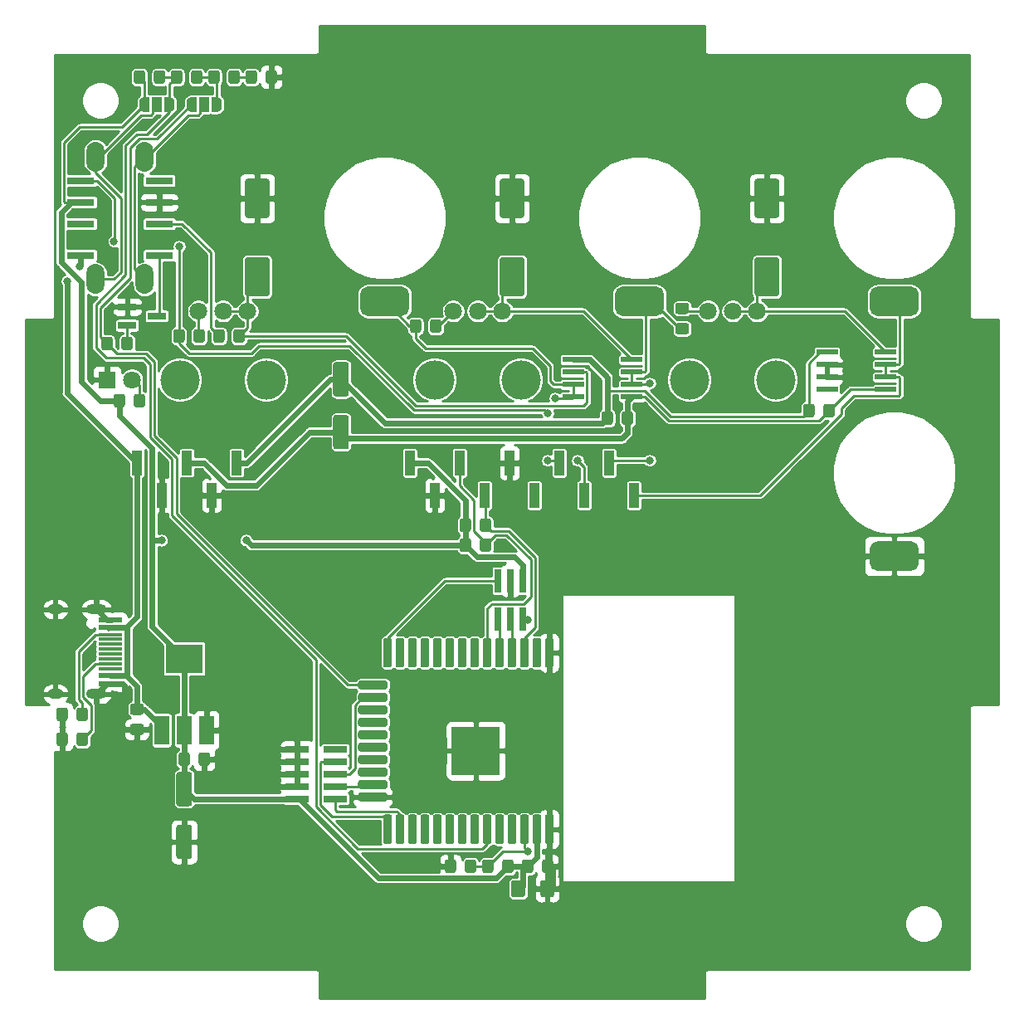
<source format=gbr>
%TF.GenerationSoftware,KiCad,Pcbnew,(5.1.6)-1*%
%TF.CreationDate,2020-10-02T15:44:05+02:00*%
%TF.ProjectId,PTnglieder,50546e67-6c69-4656-9465-722e6b696361,rev?*%
%TF.SameCoordinates,Original*%
%TF.FileFunction,Copper,L2,Bot*%
%TF.FilePolarity,Positive*%
%FSLAX46Y46*%
G04 Gerber Fmt 4.6, Leading zero omitted, Abs format (unit mm)*
G04 Created by KiCad (PCBNEW (5.1.6)-1) date 2020-10-02 15:44:05*
%MOMM*%
%LPD*%
G01*
G04 APERTURE LIST*
%TA.AperFunction,SMDPad,CuDef*%
%ADD10R,2.400000X0.740000*%
%TD*%
%TA.AperFunction,ComponentPad*%
%ADD11C,1.800000*%
%TD*%
%TA.AperFunction,ComponentPad*%
%ADD12R,1.800000X1.800000*%
%TD*%
%TA.AperFunction,SMDPad,CuDef*%
%ADD13R,1.000000X2.510000*%
%TD*%
%TA.AperFunction,SMDPad,CuDef*%
%ADD14R,2.200000X0.600000*%
%TD*%
%TA.AperFunction,ComponentPad*%
%ADD15R,5.000000X5.000000*%
%TD*%
%TA.AperFunction,SMDPad,CuDef*%
%ADD16R,2.450000X0.600000*%
%TD*%
%TA.AperFunction,SMDPad,CuDef*%
%ADD17R,2.450000X0.300000*%
%TD*%
%TA.AperFunction,ComponentPad*%
%ADD18O,2.100000X1.000000*%
%TD*%
%TA.AperFunction,ComponentPad*%
%ADD19O,1.600000X1.000000*%
%TD*%
%TA.AperFunction,WasherPad*%
%ADD20C,4.000000*%
%TD*%
%TA.AperFunction,ComponentPad*%
%ADD21O,1.850000X3.048000*%
%TD*%
%TA.AperFunction,SMDPad,CuDef*%
%ADD22R,1.500000X3.000000*%
%TD*%
%TA.AperFunction,SMDPad,CuDef*%
%ADD23R,3.800000X3.000000*%
%TD*%
%TA.AperFunction,SMDPad,CuDef*%
%ADD24R,1.900000X0.800000*%
%TD*%
%TA.AperFunction,SMDPad,CuDef*%
%ADD25R,2.800000X0.800000*%
%TD*%
%TA.AperFunction,SMDPad,CuDef*%
%ADD26R,1.000000X1.500000*%
%TD*%
%TA.AperFunction,SMDPad,CuDef*%
%ADD27C,0.100000*%
%TD*%
%TA.AperFunction,SMDPad,CuDef*%
%ADD28R,0.740000X2.400000*%
%TD*%
%TA.AperFunction,ViaPad*%
%ADD29C,0.800000*%
%TD*%
%TA.AperFunction,Conductor*%
%ADD30C,0.600000*%
%TD*%
%TA.AperFunction,Conductor*%
%ADD31C,0.250000*%
%TD*%
%TA.AperFunction,Conductor*%
%ADD32C,0.220000*%
%TD*%
G04 APERTURE END LIST*
D10*
%TO.P,J7,10*%
%TO.N,Net-(J7-Pad10)*%
X81960000Y-124206000D03*
%TO.P,J7,9*%
%TO.N,GND*%
X78060000Y-124206000D03*
%TO.P,J7,8*%
%TO.N,DEBUG_TDI*%
X81960000Y-125476000D03*
%TO.P,J7,7*%
%TO.N,GND*%
X78060000Y-125476000D03*
%TO.P,J7,6*%
%TO.N,DEBUG_TDO*%
X81960000Y-126746000D03*
%TO.P,J7,5*%
%TO.N,GND*%
X78060000Y-126746000D03*
%TO.P,J7,4*%
%TO.N,DEBUG_TCK*%
X81960000Y-128016000D03*
%TO.P,J7,3*%
%TO.N,GND*%
X78060000Y-128016000D03*
%TO.P,J7,2*%
%TO.N,DEBUG_TMS*%
X81960000Y-129286000D03*
%TO.P,J7,1*%
%TO.N,+3V3*%
X78060000Y-129286000D03*
%TD*%
%TO.P,R15,2*%
%TO.N,Net-(D1-Pad2)*%
%TA.AperFunction,SMDPad,CuDef*%
G36*
G01*
X61410000Y-89096001D02*
X61410000Y-88195999D01*
G75*
G02*
X61659999Y-87946000I249999J0D01*
G01*
X62310001Y-87946000D01*
G75*
G02*
X62560000Y-88195999I0J-249999D01*
G01*
X62560000Y-89096001D01*
G75*
G02*
X62310001Y-89346000I-249999J0D01*
G01*
X61659999Y-89346000D01*
G75*
G02*
X61410000Y-89096001I0J249999D01*
G01*
G37*
%TD.AperFunction*%
%TO.P,R15,1*%
%TO.N,+3V3*%
%TA.AperFunction,SMDPad,CuDef*%
G36*
G01*
X59360000Y-89096001D02*
X59360000Y-88195999D01*
G75*
G02*
X59609999Y-87946000I249999J0D01*
G01*
X60260001Y-87946000D01*
G75*
G02*
X60510000Y-88195999I0J-249999D01*
G01*
X60510000Y-89096001D01*
G75*
G02*
X60260001Y-89346000I-249999J0D01*
G01*
X59609999Y-89346000D01*
G75*
G02*
X59360000Y-89096001I0J249999D01*
G01*
G37*
%TD.AperFunction*%
%TD*%
D11*
%TO.P,D1,2*%
%TO.N,Net-(D1-Pad2)*%
X61214000Y-86500000D03*
D12*
%TO.P,D1,1*%
%TO.N,GND*%
X58674000Y-86500000D03*
%TD*%
D13*
%TO.P,U4,10*%
%TO.N,/PT3*%
X112430000Y-98310000D03*
%TO.P,U4,8*%
%TO.N,/PT1*%
X107350000Y-98310000D03*
%TO.P,U4,6*%
%TO.N,Net-(U4-Pad6)*%
X102270000Y-98310000D03*
%TO.P,U4,4*%
%TO.N,SDA*%
X97190000Y-98310000D03*
%TO.P,U4,2*%
%TO.N,GND*%
X92110000Y-98310000D03*
%TO.P,U4,9*%
%TO.N,/PT2*%
X109890000Y-95000000D03*
%TO.P,U4,7*%
%TO.N,/IN*%
X104810000Y-95000000D03*
%TO.P,U4,5*%
%TO.N,GND*%
X99730000Y-95000000D03*
%TO.P,U4,3*%
%TO.N,SCL*%
X94650000Y-95000000D03*
%TO.P,U4,1*%
%TO.N,+3V3*%
X89570000Y-95000000D03*
%TD*%
%TO.P,R14,2*%
%TO.N,PROG_EN*%
%TA.AperFunction,SMDPad,CuDef*%
G36*
G01*
X98102000Y-135693999D02*
X98102000Y-136594001D01*
G75*
G02*
X97852001Y-136844000I-249999J0D01*
G01*
X97201999Y-136844000D01*
G75*
G02*
X96952000Y-136594001I0J249999D01*
G01*
X96952000Y-135693999D01*
G75*
G02*
X97201999Y-135444000I249999J0D01*
G01*
X97852001Y-135444000D01*
G75*
G02*
X98102000Y-135693999I0J-249999D01*
G01*
G37*
%TD.AperFunction*%
%TO.P,R14,1*%
%TO.N,+3V3*%
%TA.AperFunction,SMDPad,CuDef*%
G36*
G01*
X100152000Y-135693999D02*
X100152000Y-136594001D01*
G75*
G02*
X99902001Y-136844000I-249999J0D01*
G01*
X99251999Y-136844000D01*
G75*
G02*
X99002000Y-136594001I0J249999D01*
G01*
X99002000Y-135693999D01*
G75*
G02*
X99251999Y-135444000I249999J0D01*
G01*
X99902001Y-135444000D01*
G75*
G02*
X100152000Y-135693999I0J-249999D01*
G01*
G37*
%TD.AperFunction*%
%TD*%
%TO.P,C12,2*%
%TO.N,GND*%
%TA.AperFunction,SMDPad,CuDef*%
G36*
G01*
X103066000Y-136594001D02*
X103066000Y-135693999D01*
G75*
G02*
X103315999Y-135444000I249999J0D01*
G01*
X103966001Y-135444000D01*
G75*
G02*
X104216000Y-135693999I0J-249999D01*
G01*
X104216000Y-136594001D01*
G75*
G02*
X103966001Y-136844000I-249999J0D01*
G01*
X103315999Y-136844000D01*
G75*
G02*
X103066000Y-136594001I0J249999D01*
G01*
G37*
%TD.AperFunction*%
%TO.P,C12,1*%
%TO.N,+3V3*%
%TA.AperFunction,SMDPad,CuDef*%
G36*
G01*
X101016000Y-136594001D02*
X101016000Y-135693999D01*
G75*
G02*
X101265999Y-135444000I249999J0D01*
G01*
X101916001Y-135444000D01*
G75*
G02*
X102166000Y-135693999I0J-249999D01*
G01*
X102166000Y-136594001D01*
G75*
G02*
X101916001Y-136844000I-249999J0D01*
G01*
X101265999Y-136844000D01*
G75*
G02*
X101016000Y-136594001I0J249999D01*
G01*
G37*
%TD.AperFunction*%
%TD*%
%TO.P,C11,2*%
%TO.N,GND*%
%TA.AperFunction,SMDPad,CuDef*%
G36*
G01*
X102883000Y-139055000D02*
X102883000Y-137805000D01*
G75*
G02*
X103133000Y-137555000I250000J0D01*
G01*
X104058000Y-137555000D01*
G75*
G02*
X104308000Y-137805000I0J-250000D01*
G01*
X104308000Y-139055000D01*
G75*
G02*
X104058000Y-139305000I-250000J0D01*
G01*
X103133000Y-139305000D01*
G75*
G02*
X102883000Y-139055000I0J250000D01*
G01*
G37*
%TD.AperFunction*%
%TO.P,C11,1*%
%TO.N,+3V3*%
%TA.AperFunction,SMDPad,CuDef*%
G36*
G01*
X99908000Y-139055000D02*
X99908000Y-137805000D01*
G75*
G02*
X100158000Y-137555000I250000J0D01*
G01*
X101083000Y-137555000D01*
G75*
G02*
X101333000Y-137805000I0J-250000D01*
G01*
X101333000Y-139055000D01*
G75*
G02*
X101083000Y-139305000I-250000J0D01*
G01*
X100158000Y-139305000D01*
G75*
G02*
X99908000Y-139055000I0J250000D01*
G01*
G37*
%TD.AperFunction*%
%TD*%
%TO.P,C10,2*%
%TO.N,GND*%
%TA.AperFunction,SMDPad,CuDef*%
G36*
G01*
X94292000Y-135693999D02*
X94292000Y-136594001D01*
G75*
G02*
X94042001Y-136844000I-249999J0D01*
G01*
X93391999Y-136844000D01*
G75*
G02*
X93142000Y-136594001I0J249999D01*
G01*
X93142000Y-135693999D01*
G75*
G02*
X93391999Y-135444000I249999J0D01*
G01*
X94042001Y-135444000D01*
G75*
G02*
X94292000Y-135693999I0J-249999D01*
G01*
G37*
%TD.AperFunction*%
%TO.P,C10,1*%
%TO.N,PROG_EN*%
%TA.AperFunction,SMDPad,CuDef*%
G36*
G01*
X96342000Y-135693999D02*
X96342000Y-136594001D01*
G75*
G02*
X96092001Y-136844000I-249999J0D01*
G01*
X95441999Y-136844000D01*
G75*
G02*
X95192000Y-136594001I0J249999D01*
G01*
X95192000Y-135693999D01*
G75*
G02*
X95441999Y-135444000I249999J0D01*
G01*
X96092001Y-135444000D01*
G75*
G02*
X96342000Y-135693999I0J-249999D01*
G01*
G37*
%TD.AperFunction*%
%TD*%
D14*
%TO.P,U5,8*%
%TO.N,+6V*%
X138128000Y-87503000D03*
%TO.P,U5,7*%
%TO.N,/PT3*%
X138128000Y-86233000D03*
%TO.P,U5,6*%
X138128000Y-84963000D03*
%TO.P,U5,5*%
%TO.N,Net-(C5-Pad1)*%
X138128000Y-83693000D03*
%TO.P,U5,4*%
%TO.N,-6V*%
X132128000Y-83693000D03*
%TO.P,U5,3*%
%TO.N,GND*%
X132128000Y-84963000D03*
%TO.P,U5,2*%
X132128000Y-86233000D03*
%TO.P,U5,1*%
%TO.N,Net-(U5-Pad1)*%
X132128000Y-87503000D03*
%TD*%
%TO.P,U6,38*%
%TO.N,GND*%
%TA.AperFunction,SMDPad,CuDef*%
G36*
G01*
X103575000Y-112865000D02*
X104025000Y-112865000D01*
G75*
G02*
X104250000Y-113090000I0J-225000D01*
G01*
X104250000Y-115640000D01*
G75*
G02*
X104025000Y-115865000I-225000J0D01*
G01*
X103575000Y-115865000D01*
G75*
G02*
X103350000Y-115640000I0J225000D01*
G01*
X103350000Y-113090000D01*
G75*
G02*
X103575000Y-112865000I225000J0D01*
G01*
G37*
%TD.AperFunction*%
%TO.P,U6,37*%
%TO.N,Net-(U6-Pad37)*%
%TA.AperFunction,SMDPad,CuDef*%
G36*
G01*
X102305000Y-112865000D02*
X102755000Y-112865000D01*
G75*
G02*
X102980000Y-113090000I0J-225000D01*
G01*
X102980000Y-115640000D01*
G75*
G02*
X102755000Y-115865000I-225000J0D01*
G01*
X102305000Y-115865000D01*
G75*
G02*
X102080000Y-115640000I0J225000D01*
G01*
X102080000Y-113090000D01*
G75*
G02*
X102305000Y-112865000I225000J0D01*
G01*
G37*
%TD.AperFunction*%
%TO.P,U6,36*%
%TO.N,SDA*%
%TA.AperFunction,SMDPad,CuDef*%
G36*
G01*
X101035000Y-112865000D02*
X101485000Y-112865000D01*
G75*
G02*
X101710000Y-113090000I0J-225000D01*
G01*
X101710000Y-115640000D01*
G75*
G02*
X101485000Y-115865000I-225000J0D01*
G01*
X101035000Y-115865000D01*
G75*
G02*
X100810000Y-115640000I0J225000D01*
G01*
X100810000Y-113090000D01*
G75*
G02*
X101035000Y-112865000I225000J0D01*
G01*
G37*
%TD.AperFunction*%
%TO.P,U6,35*%
%TO.N,PROG_TXD*%
%TA.AperFunction,SMDPad,CuDef*%
G36*
G01*
X99765000Y-112865000D02*
X100215000Y-112865000D01*
G75*
G02*
X100440000Y-113090000I0J-225000D01*
G01*
X100440000Y-115640000D01*
G75*
G02*
X100215000Y-115865000I-225000J0D01*
G01*
X99765000Y-115865000D01*
G75*
G02*
X99540000Y-115640000I0J225000D01*
G01*
X99540000Y-113090000D01*
G75*
G02*
X99765000Y-112865000I225000J0D01*
G01*
G37*
%TD.AperFunction*%
%TO.P,U6,34*%
%TO.N,PROG_RXD*%
%TA.AperFunction,SMDPad,CuDef*%
G36*
G01*
X98495000Y-112865000D02*
X98945000Y-112865000D01*
G75*
G02*
X99170000Y-113090000I0J-225000D01*
G01*
X99170000Y-115640000D01*
G75*
G02*
X98945000Y-115865000I-225000J0D01*
G01*
X98495000Y-115865000D01*
G75*
G02*
X98270000Y-115640000I0J225000D01*
G01*
X98270000Y-113090000D01*
G75*
G02*
X98495000Y-112865000I225000J0D01*
G01*
G37*
%TD.AperFunction*%
%TO.P,U6,33*%
%TO.N,SCL*%
%TA.AperFunction,SMDPad,CuDef*%
G36*
G01*
X97225000Y-112865000D02*
X97675000Y-112865000D01*
G75*
G02*
X97900000Y-113090000I0J-225000D01*
G01*
X97900000Y-115640000D01*
G75*
G02*
X97675000Y-115865000I-225000J0D01*
G01*
X97225000Y-115865000D01*
G75*
G02*
X97000000Y-115640000I0J225000D01*
G01*
X97000000Y-113090000D01*
G75*
G02*
X97225000Y-112865000I225000J0D01*
G01*
G37*
%TD.AperFunction*%
%TO.P,U6,32*%
%TO.N,Net-(U6-Pad32)*%
%TA.AperFunction,SMDPad,CuDef*%
G36*
G01*
X95955000Y-112865000D02*
X96405000Y-112865000D01*
G75*
G02*
X96630000Y-113090000I0J-225000D01*
G01*
X96630000Y-115640000D01*
G75*
G02*
X96405000Y-115865000I-225000J0D01*
G01*
X95955000Y-115865000D01*
G75*
G02*
X95730000Y-115640000I0J225000D01*
G01*
X95730000Y-113090000D01*
G75*
G02*
X95955000Y-112865000I225000J0D01*
G01*
G37*
%TD.AperFunction*%
%TO.P,U6,31*%
%TO.N,Net-(U6-Pad31)*%
%TA.AperFunction,SMDPad,CuDef*%
G36*
G01*
X94685000Y-112865000D02*
X95135000Y-112865000D01*
G75*
G02*
X95360000Y-113090000I0J-225000D01*
G01*
X95360000Y-115640000D01*
G75*
G02*
X95135000Y-115865000I-225000J0D01*
G01*
X94685000Y-115865000D01*
G75*
G02*
X94460000Y-115640000I0J225000D01*
G01*
X94460000Y-113090000D01*
G75*
G02*
X94685000Y-112865000I225000J0D01*
G01*
G37*
%TD.AperFunction*%
%TO.P,U6,30*%
%TO.N,Net-(U6-Pad30)*%
%TA.AperFunction,SMDPad,CuDef*%
G36*
G01*
X93415000Y-112865000D02*
X93865000Y-112865000D01*
G75*
G02*
X94090000Y-113090000I0J-225000D01*
G01*
X94090000Y-115640000D01*
G75*
G02*
X93865000Y-115865000I-225000J0D01*
G01*
X93415000Y-115865000D01*
G75*
G02*
X93190000Y-115640000I0J225000D01*
G01*
X93190000Y-113090000D01*
G75*
G02*
X93415000Y-112865000I225000J0D01*
G01*
G37*
%TD.AperFunction*%
%TO.P,U6,29*%
%TO.N,Net-(U6-Pad29)*%
%TA.AperFunction,SMDPad,CuDef*%
G36*
G01*
X92145000Y-112865000D02*
X92595000Y-112865000D01*
G75*
G02*
X92820000Y-113090000I0J-225000D01*
G01*
X92820000Y-115640000D01*
G75*
G02*
X92595000Y-115865000I-225000J0D01*
G01*
X92145000Y-115865000D01*
G75*
G02*
X91920000Y-115640000I0J225000D01*
G01*
X91920000Y-113090000D01*
G75*
G02*
X92145000Y-112865000I225000J0D01*
G01*
G37*
%TD.AperFunction*%
%TO.P,U6,28*%
%TO.N,Net-(U6-Pad28)*%
%TA.AperFunction,SMDPad,CuDef*%
G36*
G01*
X90875000Y-112865000D02*
X91325000Y-112865000D01*
G75*
G02*
X91550000Y-113090000I0J-225000D01*
G01*
X91550000Y-115640000D01*
G75*
G02*
X91325000Y-115865000I-225000J0D01*
G01*
X90875000Y-115865000D01*
G75*
G02*
X90650000Y-115640000I0J225000D01*
G01*
X90650000Y-113090000D01*
G75*
G02*
X90875000Y-112865000I225000J0D01*
G01*
G37*
%TD.AperFunction*%
%TO.P,U6,27*%
%TO.N,Net-(U6-Pad27)*%
%TA.AperFunction,SMDPad,CuDef*%
G36*
G01*
X89605000Y-112865000D02*
X90055000Y-112865000D01*
G75*
G02*
X90280000Y-113090000I0J-225000D01*
G01*
X90280000Y-115640000D01*
G75*
G02*
X90055000Y-115865000I-225000J0D01*
G01*
X89605000Y-115865000D01*
G75*
G02*
X89380000Y-115640000I0J225000D01*
G01*
X89380000Y-113090000D01*
G75*
G02*
X89605000Y-112865000I225000J0D01*
G01*
G37*
%TD.AperFunction*%
%TO.P,U6,26*%
%TO.N,Net-(U6-Pad26)*%
%TA.AperFunction,SMDPad,CuDef*%
G36*
G01*
X88335000Y-112865000D02*
X88785000Y-112865000D01*
G75*
G02*
X89010000Y-113090000I0J-225000D01*
G01*
X89010000Y-115640000D01*
G75*
G02*
X88785000Y-115865000I-225000J0D01*
G01*
X88335000Y-115865000D01*
G75*
G02*
X88110000Y-115640000I0J225000D01*
G01*
X88110000Y-113090000D01*
G75*
G02*
X88335000Y-112865000I225000J0D01*
G01*
G37*
%TD.AperFunction*%
%TO.P,U6,25*%
%TO.N,PROG_IO0*%
%TA.AperFunction,SMDPad,CuDef*%
G36*
G01*
X87065000Y-112865000D02*
X87515000Y-112865000D01*
G75*
G02*
X87740000Y-113090000I0J-225000D01*
G01*
X87740000Y-115640000D01*
G75*
G02*
X87515000Y-115865000I-225000J0D01*
G01*
X87065000Y-115865000D01*
G75*
G02*
X86840000Y-115640000I0J225000D01*
G01*
X86840000Y-113090000D01*
G75*
G02*
X87065000Y-112865000I225000J0D01*
G01*
G37*
%TD.AperFunction*%
%TO.P,U6,24*%
%TO.N,RELAY_ON*%
%TA.AperFunction,SMDPad,CuDef*%
G36*
G01*
X84290000Y-117875000D02*
X84290000Y-117425000D01*
G75*
G02*
X84515000Y-117200000I225000J0D01*
G01*
X87065000Y-117200000D01*
G75*
G02*
X87290000Y-117425000I0J-225000D01*
G01*
X87290000Y-117875000D01*
G75*
G02*
X87065000Y-118100000I-225000J0D01*
G01*
X84515000Y-118100000D01*
G75*
G02*
X84290000Y-117875000I0J225000D01*
G01*
G37*
%TD.AperFunction*%
%TO.P,U6,23*%
%TO.N,DEBUG_TDO*%
%TA.AperFunction,SMDPad,CuDef*%
G36*
G01*
X84290000Y-119145000D02*
X84290000Y-118695000D01*
G75*
G02*
X84515000Y-118470000I225000J0D01*
G01*
X87065000Y-118470000D01*
G75*
G02*
X87290000Y-118695000I0J-225000D01*
G01*
X87290000Y-119145000D01*
G75*
G02*
X87065000Y-119370000I-225000J0D01*
G01*
X84515000Y-119370000D01*
G75*
G02*
X84290000Y-119145000I0J225000D01*
G01*
G37*
%TD.AperFunction*%
%TO.P,U6,22*%
%TO.N,Net-(U6-Pad22)*%
%TA.AperFunction,SMDPad,CuDef*%
G36*
G01*
X84290000Y-120415000D02*
X84290000Y-119965000D01*
G75*
G02*
X84515000Y-119740000I225000J0D01*
G01*
X87065000Y-119740000D01*
G75*
G02*
X87290000Y-119965000I0J-225000D01*
G01*
X87290000Y-120415000D01*
G75*
G02*
X87065000Y-120640000I-225000J0D01*
G01*
X84515000Y-120640000D01*
G75*
G02*
X84290000Y-120415000I0J225000D01*
G01*
G37*
%TD.AperFunction*%
%TO.P,U6,21*%
%TO.N,Net-(U6-Pad21)*%
%TA.AperFunction,SMDPad,CuDef*%
G36*
G01*
X84290000Y-121685000D02*
X84290000Y-121235000D01*
G75*
G02*
X84515000Y-121010000I225000J0D01*
G01*
X87065000Y-121010000D01*
G75*
G02*
X87290000Y-121235000I0J-225000D01*
G01*
X87290000Y-121685000D01*
G75*
G02*
X87065000Y-121910000I-225000J0D01*
G01*
X84515000Y-121910000D01*
G75*
G02*
X84290000Y-121685000I0J225000D01*
G01*
G37*
%TD.AperFunction*%
%TO.P,U6,20*%
%TO.N,Net-(U6-Pad20)*%
%TA.AperFunction,SMDPad,CuDef*%
G36*
G01*
X84290000Y-122955000D02*
X84290000Y-122505000D01*
G75*
G02*
X84515000Y-122280000I225000J0D01*
G01*
X87065000Y-122280000D01*
G75*
G02*
X87290000Y-122505000I0J-225000D01*
G01*
X87290000Y-122955000D01*
G75*
G02*
X87065000Y-123180000I-225000J0D01*
G01*
X84515000Y-123180000D01*
G75*
G02*
X84290000Y-122955000I0J225000D01*
G01*
G37*
%TD.AperFunction*%
%TO.P,U6,19*%
%TO.N,Net-(U6-Pad19)*%
%TA.AperFunction,SMDPad,CuDef*%
G36*
G01*
X84290000Y-124225000D02*
X84290000Y-123775000D01*
G75*
G02*
X84515000Y-123550000I225000J0D01*
G01*
X87065000Y-123550000D01*
G75*
G02*
X87290000Y-123775000I0J-225000D01*
G01*
X87290000Y-124225000D01*
G75*
G02*
X87065000Y-124450000I-225000J0D01*
G01*
X84515000Y-124450000D01*
G75*
G02*
X84290000Y-124225000I0J225000D01*
G01*
G37*
%TD.AperFunction*%
%TO.P,U6,18*%
%TO.N,Net-(U6-Pad18)*%
%TA.AperFunction,SMDPad,CuDef*%
G36*
G01*
X84290000Y-125495000D02*
X84290000Y-125045000D01*
G75*
G02*
X84515000Y-124820000I225000J0D01*
G01*
X87065000Y-124820000D01*
G75*
G02*
X87290000Y-125045000I0J-225000D01*
G01*
X87290000Y-125495000D01*
G75*
G02*
X87065000Y-125720000I-225000J0D01*
G01*
X84515000Y-125720000D01*
G75*
G02*
X84290000Y-125495000I0J225000D01*
G01*
G37*
%TD.AperFunction*%
%TO.P,U6,17*%
%TO.N,Net-(U6-Pad17)*%
%TA.AperFunction,SMDPad,CuDef*%
G36*
G01*
X84290000Y-126765000D02*
X84290000Y-126315000D01*
G75*
G02*
X84515000Y-126090000I225000J0D01*
G01*
X87065000Y-126090000D01*
G75*
G02*
X87290000Y-126315000I0J-225000D01*
G01*
X87290000Y-126765000D01*
G75*
G02*
X87065000Y-126990000I-225000J0D01*
G01*
X84515000Y-126990000D01*
G75*
G02*
X84290000Y-126765000I0J225000D01*
G01*
G37*
%TD.AperFunction*%
%TO.P,U6,16*%
%TO.N,DEBUG_TCK*%
%TA.AperFunction,SMDPad,CuDef*%
G36*
G01*
X84290000Y-128035000D02*
X84290000Y-127585000D01*
G75*
G02*
X84515000Y-127360000I225000J0D01*
G01*
X87065000Y-127360000D01*
G75*
G02*
X87290000Y-127585000I0J-225000D01*
G01*
X87290000Y-128035000D01*
G75*
G02*
X87065000Y-128260000I-225000J0D01*
G01*
X84515000Y-128260000D01*
G75*
G02*
X84290000Y-128035000I0J225000D01*
G01*
G37*
%TD.AperFunction*%
%TO.P,U6,15*%
%TO.N,GND*%
%TA.AperFunction,SMDPad,CuDef*%
G36*
G01*
X84290000Y-129305000D02*
X84290000Y-128855000D01*
G75*
G02*
X84515000Y-128630000I225000J0D01*
G01*
X87065000Y-128630000D01*
G75*
G02*
X87290000Y-128855000I0J-225000D01*
G01*
X87290000Y-129305000D01*
G75*
G02*
X87065000Y-129530000I-225000J0D01*
G01*
X84515000Y-129530000D01*
G75*
G02*
X84290000Y-129305000I0J225000D01*
G01*
G37*
%TD.AperFunction*%
%TO.P,U6,14*%
%TO.N,DEBUG_TDI*%
%TA.AperFunction,SMDPad,CuDef*%
G36*
G01*
X87515000Y-133865000D02*
X87065000Y-133865000D01*
G75*
G02*
X86840000Y-133640000I0J225000D01*
G01*
X86840000Y-131090000D01*
G75*
G02*
X87065000Y-130865000I225000J0D01*
G01*
X87515000Y-130865000D01*
G75*
G02*
X87740000Y-131090000I0J-225000D01*
G01*
X87740000Y-133640000D01*
G75*
G02*
X87515000Y-133865000I-225000J0D01*
G01*
G37*
%TD.AperFunction*%
%TO.P,U6,13*%
%TO.N,DEBUG_TMS*%
%TA.AperFunction,SMDPad,CuDef*%
G36*
G01*
X88785000Y-133865000D02*
X88335000Y-133865000D01*
G75*
G02*
X88110000Y-133640000I0J225000D01*
G01*
X88110000Y-131090000D01*
G75*
G02*
X88335000Y-130865000I225000J0D01*
G01*
X88785000Y-130865000D01*
G75*
G02*
X89010000Y-131090000I0J-225000D01*
G01*
X89010000Y-133640000D01*
G75*
G02*
X88785000Y-133865000I-225000J0D01*
G01*
G37*
%TD.AperFunction*%
%TO.P,U6,12*%
%TO.N,Net-(U6-Pad12)*%
%TA.AperFunction,SMDPad,CuDef*%
G36*
G01*
X90055000Y-133865000D02*
X89605000Y-133865000D01*
G75*
G02*
X89380000Y-133640000I0J225000D01*
G01*
X89380000Y-131090000D01*
G75*
G02*
X89605000Y-130865000I225000J0D01*
G01*
X90055000Y-130865000D01*
G75*
G02*
X90280000Y-131090000I0J-225000D01*
G01*
X90280000Y-133640000D01*
G75*
G02*
X90055000Y-133865000I-225000J0D01*
G01*
G37*
%TD.AperFunction*%
%TO.P,U6,11*%
%TO.N,Net-(U6-Pad11)*%
%TA.AperFunction,SMDPad,CuDef*%
G36*
G01*
X91325000Y-133865000D02*
X90875000Y-133865000D01*
G75*
G02*
X90650000Y-133640000I0J225000D01*
G01*
X90650000Y-131090000D01*
G75*
G02*
X90875000Y-130865000I225000J0D01*
G01*
X91325000Y-130865000D01*
G75*
G02*
X91550000Y-131090000I0J-225000D01*
G01*
X91550000Y-133640000D01*
G75*
G02*
X91325000Y-133865000I-225000J0D01*
G01*
G37*
%TD.AperFunction*%
%TO.P,U6,10*%
%TO.N,Net-(U6-Pad10)*%
%TA.AperFunction,SMDPad,CuDef*%
G36*
G01*
X92595000Y-133865000D02*
X92145000Y-133865000D01*
G75*
G02*
X91920000Y-133640000I0J225000D01*
G01*
X91920000Y-131090000D01*
G75*
G02*
X92145000Y-130865000I225000J0D01*
G01*
X92595000Y-130865000D01*
G75*
G02*
X92820000Y-131090000I0J-225000D01*
G01*
X92820000Y-133640000D01*
G75*
G02*
X92595000Y-133865000I-225000J0D01*
G01*
G37*
%TD.AperFunction*%
%TO.P,U6,9*%
%TO.N,Net-(U6-Pad9)*%
%TA.AperFunction,SMDPad,CuDef*%
G36*
G01*
X93865000Y-133865000D02*
X93415000Y-133865000D01*
G75*
G02*
X93190000Y-133640000I0J225000D01*
G01*
X93190000Y-131090000D01*
G75*
G02*
X93415000Y-130865000I225000J0D01*
G01*
X93865000Y-130865000D01*
G75*
G02*
X94090000Y-131090000I0J-225000D01*
G01*
X94090000Y-133640000D01*
G75*
G02*
X93865000Y-133865000I-225000J0D01*
G01*
G37*
%TD.AperFunction*%
%TO.P,U6,8*%
%TO.N,Net-(U6-Pad8)*%
%TA.AperFunction,SMDPad,CuDef*%
G36*
G01*
X95135000Y-133865000D02*
X94685000Y-133865000D01*
G75*
G02*
X94460000Y-133640000I0J225000D01*
G01*
X94460000Y-131090000D01*
G75*
G02*
X94685000Y-130865000I225000J0D01*
G01*
X95135000Y-130865000D01*
G75*
G02*
X95360000Y-131090000I0J-225000D01*
G01*
X95360000Y-133640000D01*
G75*
G02*
X95135000Y-133865000I-225000J0D01*
G01*
G37*
%TD.AperFunction*%
%TO.P,U6,7*%
%TO.N,Net-(U6-Pad7)*%
%TA.AperFunction,SMDPad,CuDef*%
G36*
G01*
X96405000Y-133865000D02*
X95955000Y-133865000D01*
G75*
G02*
X95730000Y-133640000I0J225000D01*
G01*
X95730000Y-131090000D01*
G75*
G02*
X95955000Y-130865000I225000J0D01*
G01*
X96405000Y-130865000D01*
G75*
G02*
X96630000Y-131090000I0J-225000D01*
G01*
X96630000Y-133640000D01*
G75*
G02*
X96405000Y-133865000I-225000J0D01*
G01*
G37*
%TD.AperFunction*%
%TO.P,U6,6*%
%TO.N,SW*%
%TA.AperFunction,SMDPad,CuDef*%
G36*
G01*
X97675000Y-133865000D02*
X97225000Y-133865000D01*
G75*
G02*
X97000000Y-133640000I0J225000D01*
G01*
X97000000Y-131090000D01*
G75*
G02*
X97225000Y-130865000I225000J0D01*
G01*
X97675000Y-130865000D01*
G75*
G02*
X97900000Y-131090000I0J-225000D01*
G01*
X97900000Y-133640000D01*
G75*
G02*
X97675000Y-133865000I-225000J0D01*
G01*
G37*
%TD.AperFunction*%
%TO.P,U6,5*%
%TO.N,Net-(U6-Pad5)*%
%TA.AperFunction,SMDPad,CuDef*%
G36*
G01*
X98945000Y-133865000D02*
X98495000Y-133865000D01*
G75*
G02*
X98270000Y-133640000I0J225000D01*
G01*
X98270000Y-131090000D01*
G75*
G02*
X98495000Y-130865000I225000J0D01*
G01*
X98945000Y-130865000D01*
G75*
G02*
X99170000Y-131090000I0J-225000D01*
G01*
X99170000Y-133640000D01*
G75*
G02*
X98945000Y-133865000I-225000J0D01*
G01*
G37*
%TD.AperFunction*%
%TO.P,U6,4*%
%TO.N,Net-(U6-Pad4)*%
%TA.AperFunction,SMDPad,CuDef*%
G36*
G01*
X100215000Y-133865000D02*
X99765000Y-133865000D01*
G75*
G02*
X99540000Y-133640000I0J225000D01*
G01*
X99540000Y-131090000D01*
G75*
G02*
X99765000Y-130865000I225000J0D01*
G01*
X100215000Y-130865000D01*
G75*
G02*
X100440000Y-131090000I0J-225000D01*
G01*
X100440000Y-133640000D01*
G75*
G02*
X100215000Y-133865000I-225000J0D01*
G01*
G37*
%TD.AperFunction*%
%TO.P,U6,3*%
%TO.N,PROG_EN*%
%TA.AperFunction,SMDPad,CuDef*%
G36*
G01*
X101485000Y-133865000D02*
X101035000Y-133865000D01*
G75*
G02*
X100810000Y-133640000I0J225000D01*
G01*
X100810000Y-131090000D01*
G75*
G02*
X101035000Y-130865000I225000J0D01*
G01*
X101485000Y-130865000D01*
G75*
G02*
X101710000Y-131090000I0J-225000D01*
G01*
X101710000Y-133640000D01*
G75*
G02*
X101485000Y-133865000I-225000J0D01*
G01*
G37*
%TD.AperFunction*%
%TO.P,U6,2*%
%TO.N,+3V3*%
%TA.AperFunction,SMDPad,CuDef*%
G36*
G01*
X102755000Y-133865000D02*
X102305000Y-133865000D01*
G75*
G02*
X102080000Y-133640000I0J225000D01*
G01*
X102080000Y-131090000D01*
G75*
G02*
X102305000Y-130865000I225000J0D01*
G01*
X102755000Y-130865000D01*
G75*
G02*
X102980000Y-131090000I0J-225000D01*
G01*
X102980000Y-133640000D01*
G75*
G02*
X102755000Y-133865000I-225000J0D01*
G01*
G37*
%TD.AperFunction*%
%TO.P,U6,1*%
%TO.N,GND*%
%TA.AperFunction,SMDPad,CuDef*%
G36*
G01*
X104025000Y-133865000D02*
X103575000Y-133865000D01*
G75*
G02*
X103350000Y-133640000I0J225000D01*
G01*
X103350000Y-131090000D01*
G75*
G02*
X103575000Y-130865000I225000J0D01*
G01*
X104025000Y-130865000D01*
G75*
G02*
X104250000Y-131090000I0J-225000D01*
G01*
X104250000Y-133640000D01*
G75*
G02*
X104025000Y-133865000I-225000J0D01*
G01*
G37*
%TD.AperFunction*%
D15*
%TO.P,U6,39*%
X96300000Y-124365000D03*
%TD*%
D16*
%TO.P,J5,B1*%
%TO.N,GND*%
X59000000Y-111000000D03*
%TO.P,J5,A9*%
%TO.N,+5V*%
X59000000Y-111800000D03*
%TO.P,J5,B9*%
X59000000Y-116700000D03*
%TO.P,J5,B12*%
%TO.N,GND*%
X59000000Y-117500000D03*
%TO.P,J5,A1*%
X59000000Y-117500000D03*
%TO.P,J5,A4*%
%TO.N,+5V*%
X59000000Y-116700000D03*
%TO.P,J5,B4*%
X59000000Y-111800000D03*
%TO.P,J5,A12*%
%TO.N,GND*%
X59000000Y-111000000D03*
D17*
%TO.P,J5,B8*%
%TO.N,Net-(J5-PadB8)*%
X59000000Y-116000000D03*
%TO.P,J5,A5*%
%TO.N,Net-(J5-PadA5)*%
X59000000Y-115500000D03*
%TO.P,J5,B7*%
%TO.N,Net-(J5-PadB7)*%
X59000000Y-115000000D03*
%TO.P,J5,A7*%
%TO.N,Net-(J5-PadA7)*%
X59000000Y-114000000D03*
%TO.P,J5,B6*%
%TO.N,Net-(J5-PadB6)*%
X59000000Y-113500000D03*
%TO.P,J5,A8*%
%TO.N,Net-(J5-PadA8)*%
X59000000Y-113000000D03*
%TO.P,J5,B5*%
%TO.N,Net-(J5-PadB5)*%
X59000000Y-112500000D03*
%TO.P,J5,A6*%
%TO.N,Net-(J5-PadA6)*%
X59000000Y-114500000D03*
D18*
%TO.P,J5,S1*%
%TO.N,GND*%
X57585000Y-109930000D03*
X57585000Y-118570000D03*
D19*
X53405000Y-118570000D03*
X53405000Y-109930000D03*
%TD*%
%TO.P,J4,1*%
%TO.N,GND*%
%TA.AperFunction,SMDPad,CuDef*%
G36*
G01*
X141500000Y-103750000D02*
X141500000Y-105250000D01*
G75*
G02*
X140750000Y-106000000I-750000J0D01*
G01*
X137250000Y-106000000D01*
G75*
G02*
X136500000Y-105250000I0J750000D01*
G01*
X136500000Y-103750000D01*
G75*
G02*
X137250000Y-103000000I750000J0D01*
G01*
X140750000Y-103000000D01*
G75*
G02*
X141500000Y-103750000I0J-750000D01*
G01*
G37*
%TD.AperFunction*%
%TD*%
%TO.P,J3,1*%
%TO.N,/PT3*%
%TA.AperFunction,SMDPad,CuDef*%
G36*
G01*
X141500000Y-77750000D02*
X141500000Y-79250000D01*
G75*
G02*
X140750000Y-80000000I-750000J0D01*
G01*
X137250000Y-80000000D01*
G75*
G02*
X136500000Y-79250000I0J750000D01*
G01*
X136500000Y-77750000D01*
G75*
G02*
X137250000Y-77000000I750000J0D01*
G01*
X140750000Y-77000000D01*
G75*
G02*
X141500000Y-77750000I0J-750000D01*
G01*
G37*
%TD.AperFunction*%
%TD*%
%TO.P,J2,1*%
%TO.N,/PT2*%
%TA.AperFunction,SMDPad,CuDef*%
G36*
G01*
X115500000Y-77750000D02*
X115500000Y-79250000D01*
G75*
G02*
X114750000Y-80000000I-750000J0D01*
G01*
X111250000Y-80000000D01*
G75*
G02*
X110500000Y-79250000I0J750000D01*
G01*
X110500000Y-77750000D01*
G75*
G02*
X111250000Y-77000000I750000J0D01*
G01*
X114750000Y-77000000D01*
G75*
G02*
X115500000Y-77750000I0J-750000D01*
G01*
G37*
%TD.AperFunction*%
%TD*%
%TO.P,J1,1*%
%TO.N,/PT1*%
%TA.AperFunction,SMDPad,CuDef*%
G36*
G01*
X89500000Y-77750000D02*
X89500000Y-79250000D01*
G75*
G02*
X88750000Y-80000000I-750000J0D01*
G01*
X85250000Y-80000000D01*
G75*
G02*
X84500000Y-79250000I0J750000D01*
G01*
X84500000Y-77750000D01*
G75*
G02*
X85250000Y-77000000I750000J0D01*
G01*
X88750000Y-77000000D01*
G75*
G02*
X89500000Y-77750000I0J-750000D01*
G01*
G37*
%TD.AperFunction*%
%TD*%
D20*
%TO.P,RV3,*%
%TO.N,*%
X118100000Y-86500000D03*
X126900000Y-86500000D03*
D11*
%TO.P,RV3,1*%
%TO.N,Net-(R6-Pad2)*%
X120000000Y-79500000D03*
%TO.P,RV3,2*%
%TO.N,Net-(C5-Pad1)*%
X122500000Y-79500000D03*
%TO.P,RV3,3*%
X125000000Y-79500000D03*
%TD*%
%TO.P,C5,2*%
%TO.N,GND*%
%TA.AperFunction,SMDPad,CuDef*%
G36*
G01*
X127000000Y-70000000D02*
X125000000Y-70000000D01*
G75*
G02*
X124750000Y-69750000I0J250000D01*
G01*
X124750000Y-66250000D01*
G75*
G02*
X125000000Y-66000000I250000J0D01*
G01*
X127000000Y-66000000D01*
G75*
G02*
X127250000Y-66250000I0J-250000D01*
G01*
X127250000Y-69750000D01*
G75*
G02*
X127000000Y-70000000I-250000J0D01*
G01*
G37*
%TD.AperFunction*%
%TO.P,C5,1*%
%TO.N,Net-(C5-Pad1)*%
%TA.AperFunction,SMDPad,CuDef*%
G36*
G01*
X127000000Y-78000000D02*
X125000000Y-78000000D01*
G75*
G02*
X124750000Y-77750000I0J250000D01*
G01*
X124750000Y-74250000D01*
G75*
G02*
X125000000Y-74000000I250000J0D01*
G01*
X127000000Y-74000000D01*
G75*
G02*
X127250000Y-74250000I0J-250000D01*
G01*
X127250000Y-77750000D01*
G75*
G02*
X127000000Y-78000000I-250000J0D01*
G01*
G37*
%TD.AperFunction*%
%TD*%
D21*
%TO.P,SW1,2*%
%TO.N,Net-(JP1-Pad2)*%
X57500000Y-63750000D03*
%TO.P,SW1,1*%
%TO.N,Net-(JP2-Pad2)*%
X62500000Y-63750000D03*
%TO.P,SW1,2*%
%TO.N,Net-(JP1-Pad2)*%
X57500000Y-76250000D03*
%TO.P,SW1,1*%
%TO.N,Net-(JP2-Pad2)*%
X62500000Y-76250000D03*
%TD*%
D22*
%TO.P,U3,1*%
%TO.N,GND*%
X68848000Y-122268000D03*
%TO.P,U3,3*%
%TO.N,+5V*%
X64248000Y-122268000D03*
%TO.P,U3,2*%
%TO.N,+3V3*%
X66548000Y-122268000D03*
D23*
X66548000Y-114968000D03*
%TD*%
D13*
%TO.P,U2,4*%
%TO.N,GND*%
X69342000Y-98298000D03*
%TO.P,U2,2*%
X64262000Y-98298000D03*
%TO.P,U2,5*%
%TO.N,-6V*%
X71882000Y-94988000D03*
%TO.P,U2,3*%
%TO.N,+6V*%
X66802000Y-94988000D03*
%TO.P,U2,1*%
%TO.N,+5V*%
X61722000Y-94988000D03*
%TD*%
%TO.P,R13,2*%
%TO.N,GND*%
%TA.AperFunction,SMDPad,CuDef*%
G36*
G01*
X74872000Y-56076001D02*
X74872000Y-55175999D01*
G75*
G02*
X75121999Y-54926000I249999J0D01*
G01*
X75772001Y-54926000D01*
G75*
G02*
X76022000Y-55175999I0J-249999D01*
G01*
X76022000Y-56076001D01*
G75*
G02*
X75772001Y-56326000I-249999J0D01*
G01*
X75121999Y-56326000D01*
G75*
G02*
X74872000Y-56076001I0J249999D01*
G01*
G37*
%TD.AperFunction*%
%TO.P,R13,1*%
%TO.N,Net-(R12-Pad2)*%
%TA.AperFunction,SMDPad,CuDef*%
G36*
G01*
X72822000Y-56076001D02*
X72822000Y-55175999D01*
G75*
G02*
X73071999Y-54926000I249999J0D01*
G01*
X73722001Y-54926000D01*
G75*
G02*
X73972000Y-55175999I0J-249999D01*
G01*
X73972000Y-56076001D01*
G75*
G02*
X73722001Y-56326000I-249999J0D01*
G01*
X73071999Y-56326000D01*
G75*
G02*
X72822000Y-56076001I0J249999D01*
G01*
G37*
%TD.AperFunction*%
%TD*%
%TO.P,R12,2*%
%TO.N,Net-(R12-Pad2)*%
%TA.AperFunction,SMDPad,CuDef*%
G36*
G01*
X71062000Y-56076001D02*
X71062000Y-55175999D01*
G75*
G02*
X71311999Y-54926000I249999J0D01*
G01*
X71962001Y-54926000D01*
G75*
G02*
X72212000Y-55175999I0J-249999D01*
G01*
X72212000Y-56076001D01*
G75*
G02*
X71962001Y-56326000I-249999J0D01*
G01*
X71311999Y-56326000D01*
G75*
G02*
X71062000Y-56076001I0J249999D01*
G01*
G37*
%TD.AperFunction*%
%TO.P,R12,1*%
%TO.N,Net-(JP2-Pad3)*%
%TA.AperFunction,SMDPad,CuDef*%
G36*
G01*
X69012000Y-56076001D02*
X69012000Y-55175999D01*
G75*
G02*
X69261999Y-54926000I249999J0D01*
G01*
X69912001Y-54926000D01*
G75*
G02*
X70162000Y-55175999I0J-249999D01*
G01*
X70162000Y-56076001D01*
G75*
G02*
X69912001Y-56326000I-249999J0D01*
G01*
X69261999Y-56326000D01*
G75*
G02*
X69012000Y-56076001I0J249999D01*
G01*
G37*
%TD.AperFunction*%
%TD*%
%TO.P,R11,2*%
%TO.N,Net-(JP2-Pad3)*%
%TA.AperFunction,SMDPad,CuDef*%
G36*
G01*
X67252000Y-56076001D02*
X67252000Y-55175999D01*
G75*
G02*
X67501999Y-54926000I249999J0D01*
G01*
X68152001Y-54926000D01*
G75*
G02*
X68402000Y-55175999I0J-249999D01*
G01*
X68402000Y-56076001D01*
G75*
G02*
X68152001Y-56326000I-249999J0D01*
G01*
X67501999Y-56326000D01*
G75*
G02*
X67252000Y-56076001I0J249999D01*
G01*
G37*
%TD.AperFunction*%
%TO.P,R11,1*%
%TO.N,SW*%
%TA.AperFunction,SMDPad,CuDef*%
G36*
G01*
X65202000Y-56076001D02*
X65202000Y-55175999D01*
G75*
G02*
X65451999Y-54926000I249999J0D01*
G01*
X66102001Y-54926000D01*
G75*
G02*
X66352000Y-55175999I0J-249999D01*
G01*
X66352000Y-56076001D01*
G75*
G02*
X66102001Y-56326000I-249999J0D01*
G01*
X65451999Y-56326000D01*
G75*
G02*
X65202000Y-56076001I0J249999D01*
G01*
G37*
%TD.AperFunction*%
%TD*%
%TO.P,R10,2*%
%TO.N,SW*%
%TA.AperFunction,SMDPad,CuDef*%
G36*
G01*
X63451000Y-56076001D02*
X63451000Y-55175999D01*
G75*
G02*
X63700999Y-54926000I249999J0D01*
G01*
X64351001Y-54926000D01*
G75*
G02*
X64601000Y-55175999I0J-249999D01*
G01*
X64601000Y-56076001D01*
G75*
G02*
X64351001Y-56326000I-249999J0D01*
G01*
X63700999Y-56326000D01*
G75*
G02*
X63451000Y-56076001I0J249999D01*
G01*
G37*
%TD.AperFunction*%
%TO.P,R10,1*%
%TO.N,+3V3*%
%TA.AperFunction,SMDPad,CuDef*%
G36*
G01*
X61401000Y-56076001D02*
X61401000Y-55175999D01*
G75*
G02*
X61650999Y-54926000I249999J0D01*
G01*
X62301001Y-54926000D01*
G75*
G02*
X62551000Y-55175999I0J-249999D01*
G01*
X62551000Y-56076001D01*
G75*
G02*
X62301001Y-56326000I-249999J0D01*
G01*
X61650999Y-56326000D01*
G75*
G02*
X61401000Y-56076001I0J249999D01*
G01*
G37*
%TD.AperFunction*%
%TD*%
%TO.P,R9,2*%
%TO.N,GND*%
%TA.AperFunction,SMDPad,CuDef*%
G36*
G01*
X54668000Y-120199999D02*
X54668000Y-121100001D01*
G75*
G02*
X54418001Y-121350000I-249999J0D01*
G01*
X53767999Y-121350000D01*
G75*
G02*
X53518000Y-121100001I0J249999D01*
G01*
X53518000Y-120199999D01*
G75*
G02*
X53767999Y-119950000I249999J0D01*
G01*
X54418001Y-119950000D01*
G75*
G02*
X54668000Y-120199999I0J-249999D01*
G01*
G37*
%TD.AperFunction*%
%TO.P,R9,1*%
%TO.N,Net-(J5-PadB5)*%
%TA.AperFunction,SMDPad,CuDef*%
G36*
G01*
X56718000Y-120199999D02*
X56718000Y-121100001D01*
G75*
G02*
X56468001Y-121350000I-249999J0D01*
G01*
X55817999Y-121350000D01*
G75*
G02*
X55568000Y-121100001I0J249999D01*
G01*
X55568000Y-120199999D01*
G75*
G02*
X55817999Y-119950000I249999J0D01*
G01*
X56468001Y-119950000D01*
G75*
G02*
X56718000Y-120199999I0J-249999D01*
G01*
G37*
%TD.AperFunction*%
%TD*%
%TO.P,R8,2*%
%TO.N,Net-(J5-PadA5)*%
%TA.AperFunction,SMDPad,CuDef*%
G36*
G01*
X55568000Y-123640001D02*
X55568000Y-122739999D01*
G75*
G02*
X55817999Y-122490000I249999J0D01*
G01*
X56468001Y-122490000D01*
G75*
G02*
X56718000Y-122739999I0J-249999D01*
G01*
X56718000Y-123640001D01*
G75*
G02*
X56468001Y-123890000I-249999J0D01*
G01*
X55817999Y-123890000D01*
G75*
G02*
X55568000Y-123640001I0J249999D01*
G01*
G37*
%TD.AperFunction*%
%TO.P,R8,1*%
%TO.N,GND*%
%TA.AperFunction,SMDPad,CuDef*%
G36*
G01*
X53518000Y-123640001D02*
X53518000Y-122739999D01*
G75*
G02*
X53767999Y-122490000I249999J0D01*
G01*
X54418001Y-122490000D01*
G75*
G02*
X54668000Y-122739999I0J-249999D01*
G01*
X54668000Y-123640001D01*
G75*
G02*
X54418001Y-123890000I-249999J0D01*
G01*
X53767999Y-123890000D01*
G75*
G02*
X53518000Y-123640001I0J249999D01*
G01*
G37*
%TD.AperFunction*%
%TD*%
%TO.P,R7,2*%
%TO.N,Net-(Q1-Pad1)*%
%TA.AperFunction,SMDPad,CuDef*%
G36*
G01*
X60140000Y-83254001D02*
X60140000Y-82353999D01*
G75*
G02*
X60389999Y-82104000I249999J0D01*
G01*
X61040001Y-82104000D01*
G75*
G02*
X61290000Y-82353999I0J-249999D01*
G01*
X61290000Y-83254001D01*
G75*
G02*
X61040001Y-83504000I-249999J0D01*
G01*
X60389999Y-83504000D01*
G75*
G02*
X60140000Y-83254001I0J249999D01*
G01*
G37*
%TD.AperFunction*%
%TO.P,R7,1*%
%TO.N,RELAY_ON*%
%TA.AperFunction,SMDPad,CuDef*%
G36*
G01*
X58090000Y-83254001D02*
X58090000Y-82353999D01*
G75*
G02*
X58339999Y-82104000I249999J0D01*
G01*
X58990001Y-82104000D01*
G75*
G02*
X59240000Y-82353999I0J-249999D01*
G01*
X59240000Y-83254001D01*
G75*
G02*
X58990001Y-83504000I-249999J0D01*
G01*
X58339999Y-83504000D01*
G75*
G02*
X58090000Y-83254001I0J249999D01*
G01*
G37*
%TD.AperFunction*%
%TD*%
%TO.P,R6,2*%
%TO.N,Net-(R6-Pad2)*%
%TA.AperFunction,SMDPad,CuDef*%
G36*
G01*
X117798001Y-79814000D02*
X116897999Y-79814000D01*
G75*
G02*
X116648000Y-79564001I0J249999D01*
G01*
X116648000Y-78913999D01*
G75*
G02*
X116897999Y-78664000I249999J0D01*
G01*
X117798001Y-78664000D01*
G75*
G02*
X118048000Y-78913999I0J-249999D01*
G01*
X118048000Y-79564001D01*
G75*
G02*
X117798001Y-79814000I-249999J0D01*
G01*
G37*
%TD.AperFunction*%
%TO.P,R6,1*%
%TO.N,/PT2*%
%TA.AperFunction,SMDPad,CuDef*%
G36*
G01*
X117798001Y-81864000D02*
X116897999Y-81864000D01*
G75*
G02*
X116648000Y-81614001I0J249999D01*
G01*
X116648000Y-80963999D01*
G75*
G02*
X116897999Y-80714000I249999J0D01*
G01*
X117798001Y-80714000D01*
G75*
G02*
X118048000Y-80963999I0J-249999D01*
G01*
X118048000Y-81614001D01*
G75*
G02*
X117798001Y-81864000I-249999J0D01*
G01*
G37*
%TD.AperFunction*%
%TD*%
%TO.P,R5,2*%
%TO.N,Net-(R5-Pad2)*%
%TA.AperFunction,SMDPad,CuDef*%
G36*
G01*
X91636000Y-81476001D02*
X91636000Y-80575999D01*
G75*
G02*
X91885999Y-80326000I249999J0D01*
G01*
X92536001Y-80326000D01*
G75*
G02*
X92786000Y-80575999I0J-249999D01*
G01*
X92786000Y-81476001D01*
G75*
G02*
X92536001Y-81726000I-249999J0D01*
G01*
X91885999Y-81726000D01*
G75*
G02*
X91636000Y-81476001I0J249999D01*
G01*
G37*
%TD.AperFunction*%
%TO.P,R5,1*%
%TO.N,/PT1*%
%TA.AperFunction,SMDPad,CuDef*%
G36*
G01*
X89586000Y-81476001D02*
X89586000Y-80575999D01*
G75*
G02*
X89835999Y-80326000I249999J0D01*
G01*
X90486001Y-80326000D01*
G75*
G02*
X90736000Y-80575999I0J-249999D01*
G01*
X90736000Y-81476001D01*
G75*
G02*
X90486001Y-81726000I-249999J0D01*
G01*
X89835999Y-81726000D01*
G75*
G02*
X89586000Y-81476001I0J249999D01*
G01*
G37*
%TD.AperFunction*%
%TD*%
%TO.P,R4,2*%
%TO.N,SDA*%
%TA.AperFunction,SMDPad,CuDef*%
G36*
G01*
X96707000Y-101796001D02*
X96707000Y-100895999D01*
G75*
G02*
X96956999Y-100646000I249999J0D01*
G01*
X97607001Y-100646000D01*
G75*
G02*
X97857000Y-100895999I0J-249999D01*
G01*
X97857000Y-101796001D01*
G75*
G02*
X97607001Y-102046000I-249999J0D01*
G01*
X96956999Y-102046000D01*
G75*
G02*
X96707000Y-101796001I0J249999D01*
G01*
G37*
%TD.AperFunction*%
%TO.P,R4,1*%
%TO.N,+3V3*%
%TA.AperFunction,SMDPad,CuDef*%
G36*
G01*
X94657000Y-101796001D02*
X94657000Y-100895999D01*
G75*
G02*
X94906999Y-100646000I249999J0D01*
G01*
X95557001Y-100646000D01*
G75*
G02*
X95807000Y-100895999I0J-249999D01*
G01*
X95807000Y-101796001D01*
G75*
G02*
X95557001Y-102046000I-249999J0D01*
G01*
X94906999Y-102046000D01*
G75*
G02*
X94657000Y-101796001I0J249999D01*
G01*
G37*
%TD.AperFunction*%
%TD*%
%TO.P,R3,1*%
%TO.N,+3V3*%
%TA.AperFunction,SMDPad,CuDef*%
G36*
G01*
X94657000Y-103828001D02*
X94657000Y-102927999D01*
G75*
G02*
X94906999Y-102678000I249999J0D01*
G01*
X95557001Y-102678000D01*
G75*
G02*
X95807000Y-102927999I0J-249999D01*
G01*
X95807000Y-103828001D01*
G75*
G02*
X95557001Y-104078000I-249999J0D01*
G01*
X94906999Y-104078000D01*
G75*
G02*
X94657000Y-103828001I0J249999D01*
G01*
G37*
%TD.AperFunction*%
%TO.P,R3,2*%
%TO.N,SCL*%
%TA.AperFunction,SMDPad,CuDef*%
G36*
G01*
X96707000Y-103828001D02*
X96707000Y-102927999D01*
G75*
G02*
X96956999Y-102678000I249999J0D01*
G01*
X97607001Y-102678000D01*
G75*
G02*
X97857000Y-102927999I0J-249999D01*
G01*
X97857000Y-103828001D01*
G75*
G02*
X97607001Y-104078000I-249999J0D01*
G01*
X96956999Y-104078000D01*
G75*
G02*
X96707000Y-103828001I0J249999D01*
G01*
G37*
%TD.AperFunction*%
%TD*%
%TO.P,R2,2*%
%TO.N,Net-(R2-Pad2)*%
%TA.AperFunction,SMDPad,CuDef*%
G36*
G01*
X67497000Y-82492001D02*
X67497000Y-81591999D01*
G75*
G02*
X67746999Y-81342000I249999J0D01*
G01*
X68397001Y-81342000D01*
G75*
G02*
X68647000Y-81591999I0J-249999D01*
G01*
X68647000Y-82492001D01*
G75*
G02*
X68397001Y-82742000I-249999J0D01*
G01*
X67746999Y-82742000D01*
G75*
G02*
X67497000Y-82492001I0J249999D01*
G01*
G37*
%TD.AperFunction*%
%TO.P,R2,1*%
%TO.N,/IN*%
%TA.AperFunction,SMDPad,CuDef*%
G36*
G01*
X65447000Y-82492001D02*
X65447000Y-81591999D01*
G75*
G02*
X65696999Y-81342000I249999J0D01*
G01*
X66347001Y-81342000D01*
G75*
G02*
X66597000Y-81591999I0J-249999D01*
G01*
X66597000Y-82492001D01*
G75*
G02*
X66347001Y-82742000I-249999J0D01*
G01*
X65696999Y-82742000D01*
G75*
G02*
X65447000Y-82492001I0J249999D01*
G01*
G37*
%TD.AperFunction*%
%TD*%
%TO.P,R1,2*%
%TO.N,Net-(K1-Pad7)*%
%TA.AperFunction,SMDPad,CuDef*%
G36*
G01*
X70670000Y-81591999D02*
X70670000Y-82492001D01*
G75*
G02*
X70420001Y-82742000I-249999J0D01*
G01*
X69769999Y-82742000D01*
G75*
G02*
X69520000Y-82492001I0J249999D01*
G01*
X69520000Y-81591999D01*
G75*
G02*
X69769999Y-81342000I249999J0D01*
G01*
X70420001Y-81342000D01*
G75*
G02*
X70670000Y-81591999I0J-249999D01*
G01*
G37*
%TD.AperFunction*%
%TO.P,R1,1*%
%TO.N,Net-(C3-Pad1)*%
%TA.AperFunction,SMDPad,CuDef*%
G36*
G01*
X72720000Y-81591999D02*
X72720000Y-82492001D01*
G75*
G02*
X72470001Y-82742000I-249999J0D01*
G01*
X71819999Y-82742000D01*
G75*
G02*
X71570000Y-82492001I0J249999D01*
G01*
X71570000Y-81591999D01*
G75*
G02*
X71819999Y-81342000I249999J0D01*
G01*
X72470001Y-81342000D01*
G75*
G02*
X72720000Y-81591999I0J-249999D01*
G01*
G37*
%TD.AperFunction*%
%TD*%
D24*
%TO.P,Q1,3*%
%TO.N,Net-(K1-Pad8)*%
X63730000Y-80010000D03*
%TO.P,Q1,2*%
%TO.N,GND*%
X60730000Y-79060000D03*
%TO.P,Q1,1*%
%TO.N,Net-(Q1-Pad1)*%
X60730000Y-80960000D03*
%TD*%
D25*
%TO.P,K1,1*%
%TO.N,+5V*%
X56000000Y-73800000D03*
%TO.P,K1,2*%
%TO.N,Net-(K1-Pad2)*%
X56000000Y-70600000D03*
%TO.P,K1,3*%
%TO.N,+3V3*%
X56000000Y-68400000D03*
%TO.P,K1,4*%
%TO.N,/IN*%
X56000000Y-66200000D03*
%TO.P,K1,5*%
%TO.N,Net-(K1-Pad5)*%
X64000000Y-66200000D03*
%TO.P,K1,6*%
%TO.N,GND*%
X64000000Y-68400000D03*
%TO.P,K1,7*%
%TO.N,Net-(K1-Pad7)*%
X64000000Y-70600000D03*
%TO.P,K1,8*%
%TO.N,Net-(K1-Pad8)*%
X64000000Y-73800000D03*
%TD*%
D26*
%TO.P,JP2,2*%
%TO.N,Net-(JP2-Pad2)*%
X68580000Y-58420000D03*
%TA.AperFunction,SMDPad,CuDef*%
D27*
%TO.P,JP2,3*%
%TO.N,Net-(JP2-Pad3)*%
G36*
X69880000Y-57670602D02*
G01*
X69904534Y-57670602D01*
X69953365Y-57675412D01*
X70001490Y-57684984D01*
X70048445Y-57699228D01*
X70093778Y-57718005D01*
X70137051Y-57741136D01*
X70177850Y-57768396D01*
X70215779Y-57799524D01*
X70250476Y-57834221D01*
X70281604Y-57872150D01*
X70308864Y-57912949D01*
X70331995Y-57956222D01*
X70350772Y-58001555D01*
X70365016Y-58048510D01*
X70374588Y-58096635D01*
X70379398Y-58145466D01*
X70379398Y-58170000D01*
X70380000Y-58170000D01*
X70380000Y-58670000D01*
X70379398Y-58670000D01*
X70379398Y-58694534D01*
X70374588Y-58743365D01*
X70365016Y-58791490D01*
X70350772Y-58838445D01*
X70331995Y-58883778D01*
X70308864Y-58927051D01*
X70281604Y-58967850D01*
X70250476Y-59005779D01*
X70215779Y-59040476D01*
X70177850Y-59071604D01*
X70137051Y-59098864D01*
X70093778Y-59121995D01*
X70048445Y-59140772D01*
X70001490Y-59155016D01*
X69953365Y-59164588D01*
X69904534Y-59169398D01*
X69880000Y-59169398D01*
X69880000Y-59170000D01*
X69330000Y-59170000D01*
X69330000Y-57670000D01*
X69880000Y-57670000D01*
X69880000Y-57670602D01*
G37*
%TD.AperFunction*%
%TA.AperFunction,SMDPad,CuDef*%
%TO.P,JP2,1*%
%TO.N,RELAY_ON*%
G36*
X67830000Y-59170000D02*
G01*
X67280000Y-59170000D01*
X67280000Y-59169398D01*
X67255466Y-59169398D01*
X67206635Y-59164588D01*
X67158510Y-59155016D01*
X67111555Y-59140772D01*
X67066222Y-59121995D01*
X67022949Y-59098864D01*
X66982150Y-59071604D01*
X66944221Y-59040476D01*
X66909524Y-59005779D01*
X66878396Y-58967850D01*
X66851136Y-58927051D01*
X66828005Y-58883778D01*
X66809228Y-58838445D01*
X66794984Y-58791490D01*
X66785412Y-58743365D01*
X66780602Y-58694534D01*
X66780602Y-58670000D01*
X66780000Y-58670000D01*
X66780000Y-58170000D01*
X66780602Y-58170000D01*
X66780602Y-58145466D01*
X66785412Y-58096635D01*
X66794984Y-58048510D01*
X66809228Y-58001555D01*
X66828005Y-57956222D01*
X66851136Y-57912949D01*
X66878396Y-57872150D01*
X66909524Y-57834221D01*
X66944221Y-57799524D01*
X66982150Y-57768396D01*
X67022949Y-57741136D01*
X67066222Y-57718005D01*
X67111555Y-57699228D01*
X67158510Y-57684984D01*
X67206635Y-57675412D01*
X67255466Y-57670602D01*
X67280000Y-57670602D01*
X67280000Y-57670000D01*
X67830000Y-57670000D01*
X67830000Y-59170000D01*
G37*
%TD.AperFunction*%
%TD*%
D26*
%TO.P,JP1,2*%
%TO.N,Net-(JP1-Pad2)*%
X63754000Y-58420000D03*
%TA.AperFunction,SMDPad,CuDef*%
D27*
%TO.P,JP1,3*%
%TO.N,SW*%
G36*
X65054000Y-57670602D02*
G01*
X65078534Y-57670602D01*
X65127365Y-57675412D01*
X65175490Y-57684984D01*
X65222445Y-57699228D01*
X65267778Y-57718005D01*
X65311051Y-57741136D01*
X65351850Y-57768396D01*
X65389779Y-57799524D01*
X65424476Y-57834221D01*
X65455604Y-57872150D01*
X65482864Y-57912949D01*
X65505995Y-57956222D01*
X65524772Y-58001555D01*
X65539016Y-58048510D01*
X65548588Y-58096635D01*
X65553398Y-58145466D01*
X65553398Y-58170000D01*
X65554000Y-58170000D01*
X65554000Y-58670000D01*
X65553398Y-58670000D01*
X65553398Y-58694534D01*
X65548588Y-58743365D01*
X65539016Y-58791490D01*
X65524772Y-58838445D01*
X65505995Y-58883778D01*
X65482864Y-58927051D01*
X65455604Y-58967850D01*
X65424476Y-59005779D01*
X65389779Y-59040476D01*
X65351850Y-59071604D01*
X65311051Y-59098864D01*
X65267778Y-59121995D01*
X65222445Y-59140772D01*
X65175490Y-59155016D01*
X65127365Y-59164588D01*
X65078534Y-59169398D01*
X65054000Y-59169398D01*
X65054000Y-59170000D01*
X64504000Y-59170000D01*
X64504000Y-57670000D01*
X65054000Y-57670000D01*
X65054000Y-57670602D01*
G37*
%TD.AperFunction*%
%TA.AperFunction,SMDPad,CuDef*%
%TO.P,JP1,1*%
%TO.N,+3V3*%
G36*
X63004000Y-59170000D02*
G01*
X62454000Y-59170000D01*
X62454000Y-59169398D01*
X62429466Y-59169398D01*
X62380635Y-59164588D01*
X62332510Y-59155016D01*
X62285555Y-59140772D01*
X62240222Y-59121995D01*
X62196949Y-59098864D01*
X62156150Y-59071604D01*
X62118221Y-59040476D01*
X62083524Y-59005779D01*
X62052396Y-58967850D01*
X62025136Y-58927051D01*
X62002005Y-58883778D01*
X61983228Y-58838445D01*
X61968984Y-58791490D01*
X61959412Y-58743365D01*
X61954602Y-58694534D01*
X61954602Y-58670000D01*
X61954000Y-58670000D01*
X61954000Y-58170000D01*
X61954602Y-58170000D01*
X61954602Y-58145466D01*
X61959412Y-58096635D01*
X61968984Y-58048510D01*
X61983228Y-58001555D01*
X62002005Y-57956222D01*
X62025136Y-57912949D01*
X62052396Y-57872150D01*
X62083524Y-57834221D01*
X62118221Y-57799524D01*
X62156150Y-57768396D01*
X62196949Y-57741136D01*
X62240222Y-57718005D01*
X62285555Y-57699228D01*
X62332510Y-57684984D01*
X62380635Y-57675412D01*
X62429466Y-57670602D01*
X62454000Y-57670602D01*
X62454000Y-57670000D01*
X63004000Y-57670000D01*
X63004000Y-59170000D01*
G37*
%TD.AperFunction*%
%TD*%
D28*
%TO.P,J6,6*%
%TO.N,PROG_IO0*%
X98552000Y-107016000D03*
%TO.P,J6,5*%
%TO.N,PROG_RXD*%
X98552000Y-110916000D03*
%TO.P,J6,4*%
%TO.N,GND*%
X99822000Y-107016000D03*
%TO.P,J6,3*%
%TO.N,PROG_TXD*%
X99822000Y-110916000D03*
%TO.P,J6,2*%
%TO.N,+3V3*%
X101092000Y-107016000D03*
%TO.P,J6,1*%
%TO.N,PROG_EN*%
X101092000Y-110916000D03*
%TD*%
%TO.P,C9,2*%
%TO.N,GND*%
%TA.AperFunction,SMDPad,CuDef*%
G36*
G01*
X65998000Y-131920000D02*
X67098000Y-131920000D01*
G75*
G02*
X67348000Y-132170000I0J-250000D01*
G01*
X67348000Y-135170000D01*
G75*
G02*
X67098000Y-135420000I-250000J0D01*
G01*
X65998000Y-135420000D01*
G75*
G02*
X65748000Y-135170000I0J250000D01*
G01*
X65748000Y-132170000D01*
G75*
G02*
X65998000Y-131920000I250000J0D01*
G01*
G37*
%TD.AperFunction*%
%TO.P,C9,1*%
%TO.N,+3V3*%
%TA.AperFunction,SMDPad,CuDef*%
G36*
G01*
X65998000Y-126520000D02*
X67098000Y-126520000D01*
G75*
G02*
X67348000Y-126770000I0J-250000D01*
G01*
X67348000Y-129770000D01*
G75*
G02*
X67098000Y-130020000I-250000J0D01*
G01*
X65998000Y-130020000D01*
G75*
G02*
X65748000Y-129770000I0J250000D01*
G01*
X65748000Y-126770000D01*
G75*
G02*
X65998000Y-126520000I250000J0D01*
G01*
G37*
%TD.AperFunction*%
%TD*%
%TO.P,C8,2*%
%TO.N,GND*%
%TA.AperFunction,SMDPad,CuDef*%
G36*
G01*
X68023000Y-125672001D02*
X68023000Y-124771999D01*
G75*
G02*
X68272999Y-124522000I249999J0D01*
G01*
X68923001Y-124522000D01*
G75*
G02*
X69173000Y-124771999I0J-249999D01*
G01*
X69173000Y-125672001D01*
G75*
G02*
X68923001Y-125922000I-249999J0D01*
G01*
X68272999Y-125922000D01*
G75*
G02*
X68023000Y-125672001I0J249999D01*
G01*
G37*
%TD.AperFunction*%
%TO.P,C8,1*%
%TO.N,+3V3*%
%TA.AperFunction,SMDPad,CuDef*%
G36*
G01*
X65973000Y-125672001D02*
X65973000Y-124771999D01*
G75*
G02*
X66222999Y-124522000I249999J0D01*
G01*
X66873001Y-124522000D01*
G75*
G02*
X67123000Y-124771999I0J-249999D01*
G01*
X67123000Y-125672001D01*
G75*
G02*
X66873001Y-125922000I-249999J0D01*
G01*
X66222999Y-125922000D01*
G75*
G02*
X65973000Y-125672001I0J249999D01*
G01*
G37*
%TD.AperFunction*%
%TD*%
%TO.P,C7,2*%
%TO.N,GND*%
%TA.AperFunction,SMDPad,CuDef*%
G36*
G01*
X61271999Y-121608000D02*
X62172001Y-121608000D01*
G75*
G02*
X62422000Y-121857999I0J-249999D01*
G01*
X62422000Y-122508001D01*
G75*
G02*
X62172001Y-122758000I-249999J0D01*
G01*
X61271999Y-122758000D01*
G75*
G02*
X61022000Y-122508001I0J249999D01*
G01*
X61022000Y-121857999D01*
G75*
G02*
X61271999Y-121608000I249999J0D01*
G01*
G37*
%TD.AperFunction*%
%TO.P,C7,1*%
%TO.N,+5V*%
%TA.AperFunction,SMDPad,CuDef*%
G36*
G01*
X61271999Y-119558000D02*
X62172001Y-119558000D01*
G75*
G02*
X62422000Y-119807999I0J-249999D01*
G01*
X62422000Y-120458001D01*
G75*
G02*
X62172001Y-120708000I-249999J0D01*
G01*
X61271999Y-120708000D01*
G75*
G02*
X61022000Y-120458001I0J249999D01*
G01*
X61022000Y-119807999D01*
G75*
G02*
X61271999Y-119558000I249999J0D01*
G01*
G37*
%TD.AperFunction*%
%TD*%
%TO.P,C6,2*%
%TO.N,-6V*%
%TA.AperFunction,SMDPad,CuDef*%
G36*
G01*
X110294000Y-89973999D02*
X110294000Y-90874001D01*
G75*
G02*
X110044001Y-91124000I-249999J0D01*
G01*
X109393999Y-91124000D01*
G75*
G02*
X109144000Y-90874001I0J249999D01*
G01*
X109144000Y-89973999D01*
G75*
G02*
X109393999Y-89724000I249999J0D01*
G01*
X110044001Y-89724000D01*
G75*
G02*
X110294000Y-89973999I0J-249999D01*
G01*
G37*
%TD.AperFunction*%
%TO.P,C6,1*%
%TO.N,+6V*%
%TA.AperFunction,SMDPad,CuDef*%
G36*
G01*
X112344000Y-89973999D02*
X112344000Y-90874001D01*
G75*
G02*
X112094001Y-91124000I-249999J0D01*
G01*
X111443999Y-91124000D01*
G75*
G02*
X111194000Y-90874001I0J249999D01*
G01*
X111194000Y-89973999D01*
G75*
G02*
X111443999Y-89724000I249999J0D01*
G01*
X112094001Y-89724000D01*
G75*
G02*
X112344000Y-89973999I0J-249999D01*
G01*
G37*
%TD.AperFunction*%
%TD*%
%TO.P,C1,2*%
%TO.N,-6V*%
%TA.AperFunction,SMDPad,CuDef*%
G36*
G01*
X130868000Y-89211999D02*
X130868000Y-90112001D01*
G75*
G02*
X130618001Y-90362000I-249999J0D01*
G01*
X129967999Y-90362000D01*
G75*
G02*
X129718000Y-90112001I0J249999D01*
G01*
X129718000Y-89211999D01*
G75*
G02*
X129967999Y-88962000I249999J0D01*
G01*
X130618001Y-88962000D01*
G75*
G02*
X130868000Y-89211999I0J-249999D01*
G01*
G37*
%TD.AperFunction*%
%TO.P,C1,1*%
%TO.N,+6V*%
%TA.AperFunction,SMDPad,CuDef*%
G36*
G01*
X132918000Y-89211999D02*
X132918000Y-90112001D01*
G75*
G02*
X132668001Y-90362000I-249999J0D01*
G01*
X132017999Y-90362000D01*
G75*
G02*
X131768000Y-90112001I0J249999D01*
G01*
X131768000Y-89211999D01*
G75*
G02*
X132017999Y-88962000I249999J0D01*
G01*
X132668001Y-88962000D01*
G75*
G02*
X132918000Y-89211999I0J-249999D01*
G01*
G37*
%TD.AperFunction*%
%TD*%
D14*
%TO.P,U1,8*%
%TO.N,+6V*%
X112220000Y-88265000D03*
%TO.P,U1,7*%
%TO.N,/PT2*%
X112220000Y-86995000D03*
%TO.P,U1,6*%
X112220000Y-85725000D03*
%TO.P,U1,5*%
%TO.N,Net-(C4-Pad1)*%
X112220000Y-84455000D03*
%TO.P,U1,4*%
%TO.N,-6V*%
X106220000Y-84455000D03*
%TO.P,U1,3*%
%TO.N,Net-(C3-Pad1)*%
X106220000Y-85725000D03*
%TO.P,U1,2*%
%TO.N,/PT1*%
X106220000Y-86995000D03*
%TO.P,U1,1*%
X106220000Y-88265000D03*
%TD*%
D20*
%TO.P,RV2,*%
%TO.N,*%
X92100000Y-86500000D03*
X100900000Y-86500000D03*
D11*
%TO.P,RV2,1*%
%TO.N,Net-(R5-Pad2)*%
X94000000Y-79500000D03*
%TO.P,RV2,2*%
%TO.N,Net-(C4-Pad1)*%
X96500000Y-79500000D03*
%TO.P,RV2,3*%
X99000000Y-79500000D03*
%TD*%
D20*
%TO.P,RV1,*%
%TO.N,*%
X66100000Y-86500000D03*
X74900000Y-86500000D03*
D11*
%TO.P,RV1,1*%
%TO.N,Net-(R2-Pad2)*%
X68000000Y-79500000D03*
%TO.P,RV1,2*%
%TO.N,Net-(C3-Pad1)*%
X70500000Y-79500000D03*
%TO.P,RV1,3*%
X73000000Y-79500000D03*
%TD*%
%TO.P,C4,2*%
%TO.N,GND*%
%TA.AperFunction,SMDPad,CuDef*%
G36*
G01*
X101000000Y-70000000D02*
X99000000Y-70000000D01*
G75*
G02*
X98750000Y-69750000I0J250000D01*
G01*
X98750000Y-66250000D01*
G75*
G02*
X99000000Y-66000000I250000J0D01*
G01*
X101000000Y-66000000D01*
G75*
G02*
X101250000Y-66250000I0J-250000D01*
G01*
X101250000Y-69750000D01*
G75*
G02*
X101000000Y-70000000I-250000J0D01*
G01*
G37*
%TD.AperFunction*%
%TO.P,C4,1*%
%TO.N,Net-(C4-Pad1)*%
%TA.AperFunction,SMDPad,CuDef*%
G36*
G01*
X101000000Y-78000000D02*
X99000000Y-78000000D01*
G75*
G02*
X98750000Y-77750000I0J250000D01*
G01*
X98750000Y-74250000D01*
G75*
G02*
X99000000Y-74000000I250000J0D01*
G01*
X101000000Y-74000000D01*
G75*
G02*
X101250000Y-74250000I0J-250000D01*
G01*
X101250000Y-77750000D01*
G75*
G02*
X101000000Y-78000000I-250000J0D01*
G01*
G37*
%TD.AperFunction*%
%TD*%
%TO.P,C3,2*%
%TO.N,GND*%
%TA.AperFunction,SMDPad,CuDef*%
G36*
G01*
X75000000Y-70000000D02*
X73000000Y-70000000D01*
G75*
G02*
X72750000Y-69750000I0J250000D01*
G01*
X72750000Y-66250000D01*
G75*
G02*
X73000000Y-66000000I250000J0D01*
G01*
X75000000Y-66000000D01*
G75*
G02*
X75250000Y-66250000I0J-250000D01*
G01*
X75250000Y-69750000D01*
G75*
G02*
X75000000Y-70000000I-250000J0D01*
G01*
G37*
%TD.AperFunction*%
%TO.P,C3,1*%
%TO.N,Net-(C3-Pad1)*%
%TA.AperFunction,SMDPad,CuDef*%
G36*
G01*
X75000000Y-78000000D02*
X73000000Y-78000000D01*
G75*
G02*
X72750000Y-77750000I0J250000D01*
G01*
X72750000Y-74250000D01*
G75*
G02*
X73000000Y-74000000I250000J0D01*
G01*
X75000000Y-74000000D01*
G75*
G02*
X75250000Y-74250000I0J-250000D01*
G01*
X75250000Y-77750000D01*
G75*
G02*
X75000000Y-78000000I-250000J0D01*
G01*
G37*
%TD.AperFunction*%
%TD*%
%TO.P,C2,2*%
%TO.N,-6V*%
%TA.AperFunction,SMDPad,CuDef*%
G36*
G01*
X83100000Y-88204000D02*
X82000000Y-88204000D01*
G75*
G02*
X81750000Y-87954000I0J250000D01*
G01*
X81750000Y-84954000D01*
G75*
G02*
X82000000Y-84704000I250000J0D01*
G01*
X83100000Y-84704000D01*
G75*
G02*
X83350000Y-84954000I0J-250000D01*
G01*
X83350000Y-87954000D01*
G75*
G02*
X83100000Y-88204000I-250000J0D01*
G01*
G37*
%TD.AperFunction*%
%TO.P,C2,1*%
%TO.N,+6V*%
%TA.AperFunction,SMDPad,CuDef*%
G36*
G01*
X83100000Y-93604000D02*
X82000000Y-93604000D01*
G75*
G02*
X81750000Y-93354000I0J250000D01*
G01*
X81750000Y-90354000D01*
G75*
G02*
X82000000Y-90104000I250000J0D01*
G01*
X83100000Y-90104000D01*
G75*
G02*
X83350000Y-90354000I0J-250000D01*
G01*
X83350000Y-93354000D01*
G75*
G02*
X83100000Y-93604000I-250000J0D01*
G01*
G37*
%TD.AperFunction*%
%TD*%
D29*
%TO.N,GND*%
X56642000Y-72390000D03*
X59436000Y-65278000D03*
X55118000Y-63500000D03*
X96520000Y-111506000D03*
X81534000Y-122428000D03*
X85852000Y-133350000D03*
X56642000Y-114554000D03*
X63500000Y-81534000D03*
X63500000Y-82804000D03*
X70358000Y-100584000D03*
X68326000Y-100584000D03*
X67564000Y-98298000D03*
X71120000Y-98298000D03*
X72390000Y-100584000D03*
X73406000Y-122428000D03*
X73406000Y-124206000D03*
X73406000Y-125984000D03*
X73406000Y-120650000D03*
X81534000Y-120650000D03*
X91694000Y-136144000D03*
X99060000Y-103378000D03*
%TO.N,/PT1*%
X106680000Y-94742000D03*
X104394000Y-88392000D03*
%TO.N,/PT2*%
X114046000Y-94742000D03*
X114046000Y-86868000D03*
%TO.N,/IN*%
X103632000Y-89916000D03*
X103632000Y-94742000D03*
X59392957Y-72390000D03*
X66040000Y-72898000D03*
%TO.N,+3V3*%
X64246001Y-102885999D03*
X72882001Y-102885999D03*
%TO.N,+5V*%
X55880000Y-74930000D03*
X54610000Y-76454000D03*
%TO.N,PROG_EN*%
X101600000Y-134619990D03*
X101636990Y-110994842D03*
%TD*%
D30*
%TO.N,GND*%
X58655000Y-111000000D02*
X57585000Y-109930000D01*
X59000000Y-111000000D02*
X58655000Y-111000000D01*
X58655000Y-117500000D02*
X57585000Y-118570000D01*
X59000000Y-117500000D02*
X58655000Y-117500000D01*
X59000000Y-117500000D02*
X60293618Y-117500000D01*
X60293618Y-117500000D02*
X60452000Y-117658382D01*
X60452000Y-117658382D02*
X60452000Y-118872000D01*
X103800000Y-135795000D02*
X104149000Y-136144000D01*
X103800000Y-132365000D02*
X103800000Y-135795000D01*
X104103500Y-136189500D02*
X104149000Y-136144000D01*
X104103500Y-138430000D02*
X104103500Y-136189500D01*
D31*
%TO.N,-6V*%
X131412998Y-83693000D02*
X132128000Y-83693000D01*
X130293000Y-84812998D02*
X131412998Y-83693000D01*
X130293000Y-89662000D02*
X130293000Y-84812998D01*
D30*
X82550000Y-86454000D02*
X87028000Y-90932000D01*
X87028000Y-90932000D02*
X107687000Y-90932000D01*
X81440000Y-86454000D02*
X82550000Y-86454000D01*
X71882000Y-94988000D02*
X72906000Y-94988000D01*
X72906000Y-94988000D02*
X81440000Y-86454000D01*
X109211000Y-90932000D02*
X109719000Y-90424000D01*
X107687000Y-90932000D02*
X109211000Y-90932000D01*
X107920000Y-84455000D02*
X106220000Y-84455000D01*
X109719000Y-86254000D02*
X107920000Y-84455000D01*
D31*
X109719000Y-87621000D02*
X113561002Y-87621000D01*
D30*
X109719000Y-87621000D02*
X109719000Y-86254000D01*
X109719000Y-90424000D02*
X109719000Y-87621000D01*
D31*
X113561002Y-87621000D02*
X116177002Y-90237000D01*
X129718000Y-90237000D02*
X130293000Y-89662000D01*
X116177002Y-90237000D02*
X129718000Y-90237000D01*
%TO.N,+6V*%
X112220000Y-88265000D02*
X113568592Y-88265000D01*
X113568592Y-88265000D02*
X115990602Y-90687010D01*
X132343000Y-89662000D02*
X134502000Y-87503000D01*
X134502000Y-87503000D02*
X138128000Y-87503000D01*
X131317990Y-90687010D02*
X132343000Y-89662000D01*
X115990602Y-90687010D02*
X131317990Y-90687010D01*
D30*
X79342000Y-91854000D02*
X82550000Y-91854000D01*
X73914000Y-97282000D02*
X79342000Y-91854000D01*
X70866000Y-97282000D02*
X73914000Y-97282000D01*
X66802000Y-94988000D02*
X68572000Y-94988000D01*
X68572000Y-94988000D02*
X70866000Y-97282000D01*
X111769000Y-88716000D02*
X112220000Y-88265000D01*
X111769000Y-90424000D02*
X111769000Y-88716000D01*
X111769000Y-91939000D02*
X111769000Y-90424000D01*
X111208000Y-92500000D02*
X111769000Y-91939000D01*
X82550000Y-91854000D02*
X83196000Y-92500000D01*
X83196000Y-92500000D02*
X111208000Y-92500000D01*
D31*
%TO.N,Net-(C3-Pad1)*%
X73000000Y-79500000D02*
X70500000Y-79500000D01*
X73000000Y-81187000D02*
X72145000Y-82042000D01*
X73000000Y-79500000D02*
X73000000Y-81187000D01*
X73000000Y-77000000D02*
X74000000Y-76000000D01*
X73000000Y-79500000D02*
X73000000Y-77000000D01*
X107570000Y-85725000D02*
X107645001Y-85800001D01*
X106220000Y-85725000D02*
X107570000Y-85725000D01*
X107645001Y-85800001D02*
X107645001Y-88825001D01*
X83058000Y-82042000D02*
X72145000Y-82042000D01*
X107645001Y-88825001D02*
X107316002Y-89154000D01*
X90170000Y-89154000D02*
X83058000Y-82042000D01*
X107316002Y-89154000D02*
X90170000Y-89154000D01*
%TO.N,Net-(C4-Pad1)*%
X99000000Y-77000000D02*
X100000000Y-76000000D01*
X99000000Y-79500000D02*
X99000000Y-77000000D01*
X99000000Y-79500000D02*
X96500000Y-79500000D01*
X107265000Y-79500000D02*
X99000000Y-79500000D01*
X112220000Y-84455000D02*
X107265000Y-79500000D01*
%TO.N,Net-(C5-Pad1)*%
X125315000Y-79500000D02*
X125000000Y-79500000D01*
X125000000Y-77000000D02*
X126000000Y-76000000D01*
X125000000Y-79500000D02*
X125000000Y-77000000D01*
X122500000Y-79500000D02*
X125000000Y-79500000D01*
X133935000Y-79500000D02*
X125000000Y-79500000D01*
X138128000Y-83693000D02*
X133935000Y-79500000D01*
%TO.N,/PT3*%
X138128000Y-86233000D02*
X138128000Y-84963000D01*
X139553001Y-79053001D02*
X139000000Y-78500000D01*
X139553001Y-84887999D02*
X139553001Y-79053001D01*
X139478000Y-84963000D02*
X139553001Y-84887999D01*
X138128000Y-84963000D02*
X139478000Y-84963000D01*
X134883999Y-88128001D02*
X133604000Y-89408000D01*
X139478000Y-86233000D02*
X139553001Y-86308001D01*
X138128000Y-86233000D02*
X139478000Y-86233000D01*
X139553001Y-88063001D02*
X139488001Y-88128001D01*
X139488001Y-88128001D02*
X134883999Y-88128001D01*
X139553001Y-86308001D02*
X139553001Y-88063001D01*
X133604000Y-89989190D02*
X133604000Y-89408000D01*
X125283190Y-98310000D02*
X133604000Y-89989190D01*
X112430000Y-98310000D02*
X125283190Y-98310000D01*
%TO.N,/PT1*%
X106220000Y-88265000D02*
X106220000Y-86995000D01*
X107350000Y-99155000D02*
X107350000Y-95412000D01*
X107350000Y-95412000D02*
X106680000Y-94742000D01*
X106093000Y-88392000D02*
X106220000Y-88265000D01*
X104394000Y-88392000D02*
X106093000Y-88392000D01*
X89526000Y-81026000D02*
X90161000Y-81026000D01*
X87000000Y-78500000D02*
X89526000Y-81026000D01*
X90161000Y-81026000D02*
X90161000Y-82287000D01*
X90161000Y-82287000D02*
X91186000Y-83312000D01*
X91186000Y-83312000D02*
X102108000Y-83312000D01*
X102108000Y-83312000D02*
X103886000Y-85090000D01*
X103886000Y-85090000D02*
X103886000Y-86614000D01*
X104267000Y-86995000D02*
X106220000Y-86995000D01*
X103886000Y-86614000D02*
X104267000Y-86995000D01*
%TO.N,/PT2*%
X112220000Y-86995000D02*
X112220000Y-85725000D01*
X113645001Y-79145001D02*
X113000000Y-78500000D01*
X113570000Y-85725000D02*
X113645001Y-85649999D01*
X113645001Y-85649999D02*
X113645001Y-79145001D01*
X112220000Y-85725000D02*
X113570000Y-85725000D01*
X114314000Y-78500000D02*
X113000000Y-78500000D01*
X117348000Y-81289000D02*
X117103000Y-81289000D01*
X117103000Y-81289000D02*
X114314000Y-78500000D01*
X113919000Y-86995000D02*
X114046000Y-86868000D01*
X112220000Y-86995000D02*
X113919000Y-86995000D01*
X110148000Y-94742000D02*
X109890000Y-95000000D01*
X114046000Y-94742000D02*
X110148000Y-94742000D01*
%TO.N,Net-(R2-Pad2)*%
X68000000Y-81970000D02*
X68072000Y-82042000D01*
X68000000Y-79500000D02*
X68000000Y-81970000D01*
%TO.N,/IN*%
X104810000Y-94904000D02*
X104810000Y-95845000D01*
X103632000Y-94742000D02*
X104648000Y-94742000D01*
X104648000Y-94742000D02*
X104810000Y-94904000D01*
X103320010Y-89604010D02*
X103632000Y-89916000D01*
X89983600Y-89604010D02*
X103320010Y-89604010D01*
X83437590Y-83058000D02*
X89983600Y-89604010D01*
X66022000Y-82786000D02*
X67056000Y-83820000D01*
X73406000Y-83820000D02*
X74168000Y-83058000D01*
X66022000Y-82042000D02*
X66022000Y-82786000D01*
X67056000Y-83820000D02*
X73406000Y-83820000D01*
X74168000Y-83058000D02*
X83437590Y-83058000D01*
X59436000Y-67986000D02*
X59436000Y-72346957D01*
X56000000Y-66200000D02*
X57650000Y-66200000D01*
X59436000Y-72346957D02*
X59392957Y-72390000D01*
X57650000Y-66200000D02*
X59436000Y-67986000D01*
X66022000Y-72916000D02*
X66040000Y-72898000D01*
X66022000Y-82042000D02*
X66022000Y-72916000D01*
%TO.N,SCL*%
X101911989Y-104834399D02*
X99439590Y-102362000D01*
X97450000Y-109862998D02*
X97921999Y-109390999D01*
X101175001Y-109390999D02*
X101911989Y-108654011D01*
X101911989Y-108654011D02*
X101911989Y-104834399D01*
X97450000Y-114365000D02*
X97450000Y-109862998D01*
X97921999Y-109390999D02*
X101175001Y-109390999D01*
X98298000Y-102362000D02*
X97282000Y-103378000D01*
X99439590Y-102362000D02*
X98298000Y-102362000D01*
X94650000Y-97311102D02*
X94650000Y-95000000D01*
X96132010Y-98793112D02*
X94650000Y-97311102D01*
X96132010Y-101974010D02*
X96132010Y-98793112D01*
X97282000Y-103124000D02*
X96132010Y-101974010D01*
X97282000Y-103378000D02*
X97282000Y-103124000D01*
%TO.N,+3V3*%
X62454000Y-56104000D02*
X61976000Y-55626000D01*
X62454000Y-58420000D02*
X62454000Y-56104000D01*
D30*
X66548000Y-122268000D02*
X66548000Y-114968000D01*
X66548000Y-122268000D02*
X66548000Y-125222000D01*
X66548000Y-128270000D02*
X66548000Y-125222000D01*
X66548000Y-114968000D02*
X63261999Y-111681999D01*
D31*
X62484000Y-58450000D02*
X62454000Y-58420000D01*
X62454000Y-58450000D02*
X62484000Y-58450000D01*
X56000000Y-68400000D02*
X54350000Y-68400000D01*
X60198000Y-60706000D02*
X62454000Y-58450000D01*
X54350000Y-68400000D02*
X54274999Y-68324999D01*
X54274999Y-68324999D02*
X54274999Y-62311001D01*
X54274999Y-62311001D02*
X55880000Y-60706000D01*
X55880000Y-60706000D02*
X60198000Y-60706000D01*
D30*
X102530000Y-135205000D02*
X101591000Y-136144000D01*
X102530000Y-132365000D02*
X102530000Y-135205000D01*
X101591000Y-136144000D02*
X100838000Y-136144000D01*
X100838000Y-136144000D02*
X99577000Y-136144000D01*
X101092000Y-138176000D02*
X101092000Y-136144000D01*
X100620500Y-138430000D02*
X100838000Y-138430000D01*
X100838000Y-138430000D02*
X101092000Y-138176000D01*
X63261999Y-102885999D02*
X64246001Y-102885999D01*
X63261999Y-111681999D02*
X63261999Y-102885999D01*
X91455002Y-95000000D02*
X89570000Y-95000000D01*
X95232000Y-98776998D02*
X91455002Y-95000000D01*
X95232000Y-98776998D02*
X95232000Y-101346000D01*
X95232000Y-103378000D02*
X95232000Y-101346000D01*
X73374002Y-103378000D02*
X72882001Y-102885999D01*
X95232000Y-103378000D02*
X73374002Y-103378000D01*
X96432010Y-104578010D02*
X95232000Y-103378000D01*
X100260010Y-104578010D02*
X96432010Y-104578010D01*
X101092000Y-107016000D02*
X101092000Y-105410000D01*
X101092000Y-105410000D02*
X100260010Y-104578010D01*
X59935000Y-90157306D02*
X59935000Y-88646000D01*
X63261999Y-93484305D02*
X59935000Y-90157306D01*
X63261999Y-102885999D02*
X63261999Y-93484305D01*
X67564000Y-129286000D02*
X78060000Y-129286000D01*
X66548000Y-128270000D02*
X67564000Y-129286000D01*
X78060000Y-129286000D02*
X78284692Y-129286000D01*
X98376990Y-137344010D02*
X99577000Y-136144000D01*
X86342702Y-137344010D02*
X98376990Y-137344010D01*
X78284692Y-129286000D02*
X86342702Y-137344010D01*
X54000000Y-69400000D02*
X55000000Y-68400000D01*
X58039000Y-88646000D02*
X56074990Y-86681990D01*
X54000000Y-74500002D02*
X54000000Y-69400000D01*
X55000000Y-68400000D02*
X56000000Y-68400000D01*
X59935000Y-88646000D02*
X58039000Y-88646000D01*
X56074990Y-76574992D02*
X54000000Y-74500002D01*
X56074990Y-86681990D02*
X56074990Y-76574992D01*
D31*
%TO.N,SDA*%
X97282000Y-101272810D02*
X97282000Y-100838000D01*
X97921180Y-101911990D02*
X97282000Y-101272810D01*
X101260000Y-114365000D02*
X101260000Y-112865000D01*
X102362000Y-111763000D02*
X102362000Y-104648000D01*
X101260000Y-112865000D02*
X102362000Y-111763000D01*
X102362000Y-104648000D02*
X99625990Y-101911990D01*
X99625990Y-101911990D02*
X97921180Y-101911990D01*
X97282000Y-98402000D02*
X97190000Y-98310000D01*
X97282000Y-100838000D02*
X97282000Y-98402000D01*
%TO.N,Net-(R5-Pad2)*%
X92474000Y-81026000D02*
X94000000Y-79500000D01*
X92211000Y-81026000D02*
X92474000Y-81026000D01*
%TO.N,Net-(R6-Pad2)*%
X117609000Y-79500000D02*
X117348000Y-79239000D01*
X120000000Y-79500000D02*
X117609000Y-79500000D01*
%TO.N,+5V*%
X59000000Y-111800000D02*
X58789999Y-112010001D01*
D30*
X56000000Y-73800000D02*
X56000000Y-74810000D01*
X56000000Y-74810000D02*
X55880000Y-74930000D01*
X60575002Y-116700000D02*
X59000000Y-116700000D01*
X60725001Y-116550001D02*
X60575002Y-116700000D01*
X60575002Y-111800000D02*
X60725001Y-111949999D01*
X60725001Y-111949999D02*
X60725001Y-116550001D01*
X59000000Y-111800000D02*
X60575002Y-111800000D01*
X60625002Y-111800000D02*
X59000000Y-111800000D01*
X61722000Y-110703002D02*
X60625002Y-111800000D01*
X61722000Y-94988000D02*
X61722000Y-110703002D01*
X64248000Y-122268000D02*
X64248000Y-121906000D01*
X62475000Y-120133000D02*
X61722000Y-120133000D01*
X64248000Y-121906000D02*
X62475000Y-120133000D01*
X60625002Y-116700000D02*
X59000000Y-116700000D01*
X61722000Y-117796998D02*
X60625002Y-116700000D01*
X61722000Y-120133000D02*
X61722000Y-117796998D01*
X54610000Y-76454000D02*
X54610000Y-87876000D01*
X54610000Y-87876000D02*
X61722000Y-94988000D01*
D31*
%TO.N,Net-(J5-PadA5)*%
X57490000Y-115500000D02*
X59000000Y-115500000D01*
X56209990Y-118911730D02*
X56209990Y-116780010D01*
X57043010Y-119744750D02*
X56209990Y-118911730D01*
X56209990Y-116780010D02*
X57490000Y-115500000D01*
X57043010Y-122289990D02*
X57043010Y-119744750D01*
X56143000Y-123190000D02*
X57043010Y-122289990D01*
%TO.N,Net-(J5-PadB5)*%
X57525000Y-112500000D02*
X59000000Y-112500000D01*
X55759980Y-114265020D02*
X57525000Y-112500000D01*
X56143000Y-119481150D02*
X55759980Y-119098130D01*
X55759980Y-119098130D02*
X55759980Y-114265020D01*
X56143000Y-120650000D02*
X56143000Y-119481150D01*
%TO.N,PROG_RXD*%
X98720000Y-111084000D02*
X98552000Y-110916000D01*
X98720000Y-114365000D02*
X98720000Y-111084000D01*
%TO.N,PROG_TXD*%
X99990000Y-111084000D02*
X99822000Y-110916000D01*
X99990000Y-114365000D02*
X99990000Y-111084000D01*
%TO.N,PROG_EN*%
X101346000Y-132279000D02*
X101260000Y-132365000D01*
X101260000Y-134279990D02*
X101600000Y-134619990D01*
X101260000Y-132365000D02*
X101260000Y-134279990D01*
X99051010Y-134619990D02*
X97527000Y-136144000D01*
X101600000Y-134619990D02*
X99051010Y-134619990D01*
X97527000Y-136144000D02*
X95767000Y-136144000D01*
X101558148Y-110916000D02*
X101636990Y-110994842D01*
X101092000Y-110916000D02*
X101558148Y-110916000D01*
%TO.N,DEBUG_TDI*%
X87122000Y-131064000D02*
X87290000Y-131232000D01*
X80510000Y-125476000D02*
X80434999Y-125551001D01*
X81960000Y-125476000D02*
X80510000Y-125476000D01*
X80434999Y-125551001D02*
X80434999Y-129916001D01*
X81582998Y-131064000D02*
X87122000Y-131064000D01*
X87290000Y-131232000D02*
X87290000Y-132365000D01*
X80434999Y-129916001D02*
X81582998Y-131064000D01*
%TO.N,DEBUG_TDO*%
X84782166Y-118920000D02*
X85790000Y-118920000D01*
X83964990Y-119737176D02*
X84782166Y-118920000D01*
X83410000Y-126746000D02*
X83964990Y-126191010D01*
X83964990Y-126191010D02*
X83964990Y-119737176D01*
X81960000Y-126746000D02*
X83410000Y-126746000D01*
%TO.N,DEBUG_TCK*%
X85584000Y-128016000D02*
X85790000Y-127810000D01*
X81960000Y-128016000D02*
X85584000Y-128016000D01*
%TO.N,DEBUG_TMS*%
X88560000Y-130865000D02*
X88560000Y-132365000D01*
X88234990Y-130539990D02*
X88560000Y-130865000D01*
X82111990Y-130539990D02*
X88234990Y-130539990D01*
X81960000Y-129286000D02*
X81960000Y-130388000D01*
X81960000Y-130388000D02*
X82111990Y-130539990D01*
%TO.N,Net-(JP1-Pad2)*%
X63959636Y-58625636D02*
X63754000Y-58420000D01*
X57500000Y-63750000D02*
X57916000Y-63750000D01*
X62170990Y-59495010D02*
X63138626Y-59495010D01*
X63138626Y-59495010D02*
X63329010Y-59304626D01*
X63329010Y-58625636D02*
X63959636Y-58625636D01*
X57916000Y-63750000D02*
X62170990Y-59495010D01*
X63329010Y-59304626D02*
X63329010Y-58625636D01*
X60117967Y-67991967D02*
X57500000Y-65374000D01*
X57500000Y-65374000D02*
X57500000Y-63750000D01*
X60117967Y-75518033D02*
X60117967Y-67991967D01*
X57500000Y-76250000D02*
X59386000Y-76250000D01*
X59386000Y-76250000D02*
X60117967Y-75518033D01*
%TO.N,SW*%
X65054000Y-56349000D02*
X65777000Y-55626000D01*
X65054000Y-58420000D02*
X65054000Y-56349000D01*
X65777000Y-55626000D02*
X64026000Y-55626000D01*
X97450000Y-133865000D02*
X97450000Y-132365000D01*
X96949000Y-134366000D02*
X97450000Y-133865000D01*
X79984989Y-115036989D02*
X79984990Y-130102402D01*
X65278000Y-100330001D02*
X79984989Y-115036989D01*
X61739020Y-61450980D02*
X60567978Y-62622022D01*
X62770612Y-61450980D02*
X61739020Y-61450980D01*
X63049990Y-92388400D02*
X65278000Y-94616410D01*
X60567978Y-75830022D02*
X57549989Y-78848011D01*
X65054000Y-59167592D02*
X62770612Y-61450980D01*
X63049990Y-84893990D02*
X63049990Y-92388400D01*
X60567978Y-62622022D02*
X60567978Y-75830022D01*
X65278000Y-94616410D02*
X65278000Y-100330001D01*
X57549989Y-78848011D02*
X57549989Y-83277179D01*
X79984990Y-130102402D02*
X84248588Y-134366000D01*
X57549989Y-83277179D02*
X58551830Y-84279020D01*
X65054000Y-58420000D02*
X65054000Y-59167592D01*
X62435020Y-84279020D02*
X63049990Y-84893990D01*
X84248588Y-134366000D02*
X96949000Y-134366000D01*
X58551830Y-84279020D02*
X62435020Y-84279020D01*
%TO.N,Net-(JP2-Pad2)*%
X62500000Y-76250000D02*
X61468000Y-75218000D01*
X61468000Y-64782000D02*
X62500000Y-63750000D01*
X61468000Y-75218000D02*
X61468000Y-64782000D01*
X68155010Y-58420000D02*
X68580000Y-58420000D01*
X66996990Y-59495010D02*
X67964626Y-59495010D01*
X62500000Y-63750000D02*
X62742000Y-63750000D01*
X62742000Y-63750000D02*
X66996990Y-59495010D01*
X67964626Y-59495010D02*
X68155010Y-59304626D01*
X68155010Y-59304626D02*
X68155010Y-58420000D01*
%TO.N,Net-(JP2-Pad3)*%
X69587000Y-55626000D02*
X67827000Y-55626000D01*
X69880000Y-55919000D02*
X69587000Y-55626000D01*
X69880000Y-58420000D02*
X69880000Y-55919000D01*
%TO.N,RELAY_ON*%
X59690009Y-83829009D02*
X58665000Y-82804000D01*
X83234410Y-117650000D02*
X65786000Y-100201590D01*
X65786000Y-94488000D02*
X63500001Y-92202001D01*
X62621420Y-83829009D02*
X59690009Y-83829009D01*
X63500001Y-92202001D02*
X63500001Y-84707590D01*
X65786000Y-100201590D02*
X65786000Y-94488000D01*
X63500001Y-84707590D02*
X62621420Y-83829009D01*
X85790000Y-117650000D02*
X83234410Y-117650000D01*
X58665000Y-82795000D02*
X58665000Y-82804000D01*
X58000000Y-82130000D02*
X58665000Y-82795000D01*
X58000000Y-79149015D02*
X58000000Y-82130000D01*
X61017989Y-76131026D02*
X58000000Y-79149015D01*
X61017989Y-62865230D02*
X61017989Y-76131026D01*
X61982229Y-61900990D02*
X61017989Y-62865230D01*
X63799010Y-61900990D02*
X61982229Y-61900990D01*
X67280000Y-58420000D02*
X63799010Y-61900990D01*
%TO.N,Net-(K1-Pad7)*%
X70095000Y-82042000D02*
X69274999Y-81221999D01*
X69274999Y-81221999D02*
X69274999Y-73535997D01*
X69274999Y-73535997D02*
X66339002Y-70600000D01*
X66339002Y-70600000D02*
X64000000Y-70600000D01*
%TO.N,Net-(K1-Pad8)*%
X64000000Y-79740000D02*
X64000000Y-73800000D01*
X63730000Y-80010000D02*
X64000000Y-79740000D01*
%TO.N,Net-(Q1-Pad1)*%
X60715000Y-80975000D02*
X60730000Y-80960000D01*
X60715000Y-82804000D02*
X60715000Y-80975000D01*
%TO.N,Net-(R12-Pad2)*%
X71637000Y-55626000D02*
X73397000Y-55626000D01*
%TO.N,PROG_IO0*%
X93139000Y-107016000D02*
X98552000Y-107016000D01*
X87290000Y-112865000D02*
X93139000Y-107016000D01*
X87290000Y-114365000D02*
X87290000Y-112865000D01*
%TO.N,Net-(D1-Pad2)*%
X61985000Y-87017000D02*
X61468000Y-86500000D01*
X61985000Y-88646000D02*
X61985000Y-87017000D01*
%TD*%
D32*
%TO.N,GND*%
G36*
X119645000Y-52982566D02*
G01*
X119643283Y-53000000D01*
X119650137Y-53069592D01*
X119670436Y-53136510D01*
X119703401Y-53198181D01*
X119747763Y-53252237D01*
X119801819Y-53296599D01*
X119863490Y-53329564D01*
X119930408Y-53349863D01*
X120000000Y-53356717D01*
X120017433Y-53355000D01*
X146645000Y-53355000D01*
X146645001Y-79982556D01*
X146643283Y-80000000D01*
X146650137Y-80069592D01*
X146670436Y-80136510D01*
X146703401Y-80198181D01*
X146747763Y-80252237D01*
X146801819Y-80296599D01*
X146863490Y-80329564D01*
X146930408Y-80349863D01*
X146982566Y-80355000D01*
X146982567Y-80355000D01*
X147000000Y-80356717D01*
X147017434Y-80355000D01*
X149645000Y-80355000D01*
X149645001Y-119645000D01*
X147017434Y-119645000D01*
X147000000Y-119643283D01*
X146982567Y-119645000D01*
X146982566Y-119645000D01*
X146930408Y-119650137D01*
X146863490Y-119670436D01*
X146801819Y-119703401D01*
X146747763Y-119747763D01*
X146703401Y-119801819D01*
X146670436Y-119863490D01*
X146650137Y-119930408D01*
X146643283Y-120000000D01*
X146645001Y-120017444D01*
X146645000Y-146645000D01*
X120017433Y-146645000D01*
X120000000Y-146643283D01*
X119982566Y-146645000D01*
X119930408Y-146650137D01*
X119863490Y-146670436D01*
X119801819Y-146703401D01*
X119747763Y-146747763D01*
X119703401Y-146801819D01*
X119670436Y-146863490D01*
X119650137Y-146930408D01*
X119643283Y-147000000D01*
X119645000Y-147017433D01*
X119645001Y-149645000D01*
X80355000Y-149645000D01*
X80355000Y-147017433D01*
X80356717Y-147000000D01*
X80349863Y-146930408D01*
X80329564Y-146863490D01*
X80296599Y-146801819D01*
X80252237Y-146747763D01*
X80198181Y-146703401D01*
X80136510Y-146670436D01*
X80069592Y-146650137D01*
X80017434Y-146645000D01*
X80017433Y-146645000D01*
X80000000Y-146643283D01*
X79982566Y-146645000D01*
X53355000Y-146645000D01*
X53355000Y-141809912D01*
X56070000Y-141809912D01*
X56070000Y-142190088D01*
X56144169Y-142562960D01*
X56289657Y-142914198D01*
X56500871Y-143230303D01*
X56769697Y-143499129D01*
X57085802Y-143710343D01*
X57437040Y-143855831D01*
X57809912Y-143930000D01*
X58190088Y-143930000D01*
X58562960Y-143855831D01*
X58914198Y-143710343D01*
X59230303Y-143499129D01*
X59499129Y-143230303D01*
X59710343Y-142914198D01*
X59855831Y-142562960D01*
X59930000Y-142190088D01*
X59930000Y-141809912D01*
X140070000Y-141809912D01*
X140070000Y-142190088D01*
X140144169Y-142562960D01*
X140289657Y-142914198D01*
X140500871Y-143230303D01*
X140769697Y-143499129D01*
X141085802Y-143710343D01*
X141437040Y-143855831D01*
X141809912Y-143930000D01*
X142190088Y-143930000D01*
X142562960Y-143855831D01*
X142914198Y-143710343D01*
X143230303Y-143499129D01*
X143499129Y-143230303D01*
X143710343Y-142914198D01*
X143855831Y-142562960D01*
X143930000Y-142190088D01*
X143930000Y-141809912D01*
X143855831Y-141437040D01*
X143710343Y-141085802D01*
X143499129Y-140769697D01*
X143230303Y-140500871D01*
X142914198Y-140289657D01*
X142562960Y-140144169D01*
X142190088Y-140070000D01*
X141809912Y-140070000D01*
X141437040Y-140144169D01*
X141085802Y-140289657D01*
X140769697Y-140500871D01*
X140500871Y-140769697D01*
X140289657Y-141085802D01*
X140144169Y-141437040D01*
X140070000Y-141809912D01*
X59930000Y-141809912D01*
X59855831Y-141437040D01*
X59710343Y-141085802D01*
X59499129Y-140769697D01*
X59230303Y-140500871D01*
X58914198Y-140289657D01*
X58562960Y-140144169D01*
X58190088Y-140070000D01*
X57809912Y-140070000D01*
X57437040Y-140144169D01*
X57085802Y-140289657D01*
X56769697Y-140500871D01*
X56500871Y-140769697D01*
X56289657Y-141085802D01*
X56144169Y-141437040D01*
X56070000Y-141809912D01*
X53355000Y-141809912D01*
X53355000Y-135420000D01*
X65127010Y-135420000D01*
X65138942Y-135541149D01*
X65174280Y-135657643D01*
X65231666Y-135765004D01*
X65308894Y-135859106D01*
X65402996Y-135936334D01*
X65510357Y-135993720D01*
X65626851Y-136029058D01*
X65748000Y-136040990D01*
X66249500Y-136038000D01*
X66404000Y-135883500D01*
X66404000Y-133814000D01*
X66692000Y-133814000D01*
X66692000Y-135883500D01*
X66846500Y-136038000D01*
X67348000Y-136040990D01*
X67469149Y-136029058D01*
X67585643Y-135993720D01*
X67693004Y-135936334D01*
X67787106Y-135859106D01*
X67864334Y-135765004D01*
X67921720Y-135657643D01*
X67957058Y-135541149D01*
X67968990Y-135420000D01*
X67966000Y-133968500D01*
X67811500Y-133814000D01*
X66692000Y-133814000D01*
X66404000Y-133814000D01*
X65284500Y-133814000D01*
X65130000Y-133968500D01*
X65127010Y-135420000D01*
X53355000Y-135420000D01*
X53355000Y-131920000D01*
X65127010Y-131920000D01*
X65130000Y-133371500D01*
X65284500Y-133526000D01*
X66404000Y-133526000D01*
X66404000Y-131456500D01*
X66692000Y-131456500D01*
X66692000Y-133526000D01*
X67811500Y-133526000D01*
X67966000Y-133371500D01*
X67968990Y-131920000D01*
X67957058Y-131798851D01*
X67921720Y-131682357D01*
X67864334Y-131574996D01*
X67787106Y-131480894D01*
X67693004Y-131403666D01*
X67585643Y-131346280D01*
X67469149Y-131310942D01*
X67348000Y-131299010D01*
X66846500Y-131302000D01*
X66692000Y-131456500D01*
X66404000Y-131456500D01*
X66249500Y-131302000D01*
X65748000Y-131299010D01*
X65626851Y-131310942D01*
X65510357Y-131346280D01*
X65402996Y-131403666D01*
X65308894Y-131480894D01*
X65231666Y-131574996D01*
X65174280Y-131682357D01*
X65138942Y-131798851D01*
X65127010Y-131920000D01*
X53355000Y-131920000D01*
X53355000Y-124486363D01*
X53396851Y-124499058D01*
X53518000Y-124510990D01*
X53794500Y-124508000D01*
X53949000Y-124353500D01*
X53949000Y-123334000D01*
X53929000Y-123334000D01*
X53929000Y-123046000D01*
X53949000Y-123046000D01*
X53949000Y-122026500D01*
X53842500Y-121920000D01*
X53949000Y-121813500D01*
X53949000Y-120794000D01*
X53929000Y-120794000D01*
X53929000Y-120506000D01*
X53949000Y-120506000D01*
X53949000Y-120486000D01*
X54237000Y-120486000D01*
X54237000Y-120506000D01*
X54257000Y-120506000D01*
X54257000Y-120794000D01*
X54237000Y-120794000D01*
X54237000Y-121813500D01*
X54343500Y-121920000D01*
X54237000Y-122026500D01*
X54237000Y-123046000D01*
X54257000Y-123046000D01*
X54257000Y-123334000D01*
X54237000Y-123334000D01*
X54237000Y-124353500D01*
X54391500Y-124508000D01*
X54668000Y-124510990D01*
X54789149Y-124499058D01*
X54905643Y-124463720D01*
X55013004Y-124406334D01*
X55107106Y-124329106D01*
X55184334Y-124235004D01*
X55241720Y-124127643D01*
X55277058Y-124011149D01*
X55288990Y-123890000D01*
X55288900Y-123877957D01*
X55334420Y-123963118D01*
X55406749Y-124051251D01*
X55494882Y-124123580D01*
X55595432Y-124177325D01*
X55704535Y-124210421D01*
X55817999Y-124221596D01*
X56468001Y-124221596D01*
X56581465Y-124210421D01*
X56690568Y-124177325D01*
X56791118Y-124123580D01*
X56879251Y-124051251D01*
X56951580Y-123963118D01*
X57005325Y-123862568D01*
X57038421Y-123753465D01*
X57049596Y-123640001D01*
X57049596Y-122926871D01*
X57218467Y-122758000D01*
X60401010Y-122758000D01*
X60412942Y-122879149D01*
X60448280Y-122995643D01*
X60505666Y-123103004D01*
X60582894Y-123197106D01*
X60676996Y-123274334D01*
X60784357Y-123331720D01*
X60900851Y-123367058D01*
X61022000Y-123378990D01*
X61423500Y-123376000D01*
X61578000Y-123221500D01*
X61578000Y-122327000D01*
X61866000Y-122327000D01*
X61866000Y-123221500D01*
X62020500Y-123376000D01*
X62422000Y-123378990D01*
X62543149Y-123367058D01*
X62659643Y-123331720D01*
X62767004Y-123274334D01*
X62861106Y-123197106D01*
X62938334Y-123103004D01*
X62995720Y-122995643D01*
X63031058Y-122879149D01*
X63042990Y-122758000D01*
X63040000Y-122481500D01*
X62885500Y-122327000D01*
X61866000Y-122327000D01*
X61578000Y-122327000D01*
X60558500Y-122327000D01*
X60404000Y-122481500D01*
X60401010Y-122758000D01*
X57218467Y-122758000D01*
X57348947Y-122627521D01*
X57366300Y-122613280D01*
X57380542Y-122595926D01*
X57380545Y-122595923D01*
X57423158Y-122543998D01*
X57423159Y-122543997D01*
X57465409Y-122464953D01*
X57491426Y-122379185D01*
X57498010Y-122312337D01*
X57498010Y-122312328D01*
X57500210Y-122289991D01*
X57498010Y-122267654D01*
X57498010Y-119767086D01*
X57500210Y-119744749D01*
X57498010Y-119722412D01*
X57498010Y-119722403D01*
X57491426Y-119655555D01*
X57465409Y-119569787D01*
X57441000Y-119524121D01*
X57441000Y-118714000D01*
X57729000Y-118714000D01*
X57729000Y-119688000D01*
X58279000Y-119688000D01*
X58494344Y-119638425D01*
X58695879Y-119547791D01*
X58875859Y-119419581D01*
X59027369Y-119258722D01*
X59144585Y-119071396D01*
X59207512Y-118885664D01*
X59087678Y-118714000D01*
X57729000Y-118714000D01*
X57441000Y-118714000D01*
X57421000Y-118714000D01*
X57421000Y-118426000D01*
X57441000Y-118426000D01*
X57441000Y-118406000D01*
X57643770Y-118406000D01*
X57653851Y-118409058D01*
X57729000Y-118416459D01*
X57729000Y-118426000D01*
X59087678Y-118426000D01*
X59093263Y-118418000D01*
X59144002Y-118418000D01*
X59144002Y-118345315D01*
X59177635Y-118297135D01*
X59298500Y-118418000D01*
X60225000Y-118420990D01*
X60346149Y-118409058D01*
X60462643Y-118373720D01*
X60570004Y-118316334D01*
X60664106Y-118239106D01*
X60741334Y-118145004D01*
X60798720Y-118037643D01*
X60834058Y-117921149D01*
X60844919Y-117810871D01*
X61092001Y-118057953D01*
X61092000Y-119257762D01*
X61049432Y-119270675D01*
X60948882Y-119324420D01*
X60860749Y-119396749D01*
X60788420Y-119484882D01*
X60734675Y-119585432D01*
X60701579Y-119694535D01*
X60690404Y-119807999D01*
X60690404Y-120458001D01*
X60701579Y-120571465D01*
X60734675Y-120680568D01*
X60788420Y-120781118D01*
X60860749Y-120869251D01*
X60948882Y-120941580D01*
X61034043Y-120987100D01*
X61022000Y-120987010D01*
X60900851Y-120998942D01*
X60784357Y-121034280D01*
X60676996Y-121091666D01*
X60582894Y-121168894D01*
X60505666Y-121262996D01*
X60448280Y-121370357D01*
X60412942Y-121486851D01*
X60401010Y-121608000D01*
X60404000Y-121884500D01*
X60558500Y-122039000D01*
X61578000Y-122039000D01*
X61578000Y-122019000D01*
X61866000Y-122019000D01*
X61866000Y-122039000D01*
X62885500Y-122039000D01*
X63040000Y-121884500D01*
X63042990Y-121608000D01*
X63041236Y-121590191D01*
X63166404Y-121715359D01*
X63166404Y-123768000D01*
X63172776Y-123832691D01*
X63191645Y-123894896D01*
X63222288Y-123952225D01*
X63263526Y-124002474D01*
X63313775Y-124043712D01*
X63371104Y-124074355D01*
X63433309Y-124093224D01*
X63498000Y-124099596D01*
X64998000Y-124099596D01*
X65062691Y-124093224D01*
X65124896Y-124074355D01*
X65182225Y-124043712D01*
X65232474Y-124002474D01*
X65273712Y-123952225D01*
X65304355Y-123894896D01*
X65323224Y-123832691D01*
X65329596Y-123768000D01*
X65329596Y-120768000D01*
X65323224Y-120703309D01*
X65304355Y-120641104D01*
X65273712Y-120583775D01*
X65232474Y-120533526D01*
X65182225Y-120492288D01*
X65124896Y-120461645D01*
X65062691Y-120442776D01*
X64998000Y-120436404D01*
X63669358Y-120436404D01*
X62942366Y-119709412D01*
X62922633Y-119685367D01*
X62826703Y-119606640D01*
X62717257Y-119548140D01*
X62684000Y-119538051D01*
X62655580Y-119484882D01*
X62583251Y-119396749D01*
X62495118Y-119324420D01*
X62394568Y-119270675D01*
X62352000Y-119257762D01*
X62352000Y-117827941D01*
X62355048Y-117796997D01*
X62352000Y-117766051D01*
X62342884Y-117673496D01*
X62306860Y-117554741D01*
X62248360Y-117445295D01*
X62169633Y-117349365D01*
X62145588Y-117329632D01*
X61357185Y-116541229D01*
X61355001Y-116519055D01*
X61355001Y-111980945D01*
X61357185Y-111958771D01*
X62145588Y-111170368D01*
X62169633Y-111150635D01*
X62248360Y-111054705D01*
X62306860Y-110945259D01*
X62342884Y-110826504D01*
X62352000Y-110733949D01*
X62352000Y-110733947D01*
X62355048Y-110703003D01*
X62352000Y-110672059D01*
X62352000Y-96547696D01*
X62406225Y-96518712D01*
X62456474Y-96477474D01*
X62497712Y-96427225D01*
X62528355Y-96369896D01*
X62547224Y-96307691D01*
X62553596Y-96243000D01*
X62553596Y-93733000D01*
X62547224Y-93668309D01*
X62543817Y-93657078D01*
X62632000Y-93745261D01*
X62631999Y-102855052D01*
X62628951Y-102885999D01*
X62632000Y-102916956D01*
X62631999Y-111651053D01*
X62628951Y-111681999D01*
X62631999Y-111712945D01*
X62641115Y-111805500D01*
X62677139Y-111924255D01*
X62735639Y-112033701D01*
X62814366Y-112129632D01*
X62838411Y-112149365D01*
X64316404Y-113627358D01*
X64316404Y-116468000D01*
X64322776Y-116532691D01*
X64341645Y-116594896D01*
X64372288Y-116652225D01*
X64413526Y-116702474D01*
X64463775Y-116743712D01*
X64521104Y-116774355D01*
X64583309Y-116793224D01*
X64648000Y-116799596D01*
X65918001Y-116799596D01*
X65918000Y-120436404D01*
X65798000Y-120436404D01*
X65733309Y-120442776D01*
X65671104Y-120461645D01*
X65613775Y-120492288D01*
X65563526Y-120533526D01*
X65522288Y-120583775D01*
X65491645Y-120641104D01*
X65472776Y-120703309D01*
X65466404Y-120768000D01*
X65466404Y-123768000D01*
X65472776Y-123832691D01*
X65491645Y-123894896D01*
X65522288Y-123952225D01*
X65563526Y-124002474D01*
X65613775Y-124043712D01*
X65671104Y-124074355D01*
X65733309Y-124093224D01*
X65798000Y-124099596D01*
X65918001Y-124099596D01*
X65918001Y-124278735D01*
X65899882Y-124288420D01*
X65811749Y-124360749D01*
X65739420Y-124448882D01*
X65685675Y-124549432D01*
X65652579Y-124658535D01*
X65641404Y-124771999D01*
X65641404Y-125672001D01*
X65652579Y-125785465D01*
X65685675Y-125894568D01*
X65739420Y-125995118D01*
X65811749Y-126083251D01*
X65899882Y-126155580D01*
X65918001Y-126165265D01*
X65918001Y-126196283D01*
X65884536Y-126199579D01*
X65775433Y-126232675D01*
X65674883Y-126286421D01*
X65586750Y-126358750D01*
X65514421Y-126446883D01*
X65460675Y-126547433D01*
X65427579Y-126656536D01*
X65416404Y-126770000D01*
X65416404Y-129770000D01*
X65427579Y-129883464D01*
X65460675Y-129992567D01*
X65514421Y-130093117D01*
X65586750Y-130181250D01*
X65674883Y-130253579D01*
X65775433Y-130307325D01*
X65884536Y-130340421D01*
X65998000Y-130351596D01*
X67098000Y-130351596D01*
X67211464Y-130340421D01*
X67320567Y-130307325D01*
X67421117Y-130253579D01*
X67509250Y-130181250D01*
X67581579Y-130093117D01*
X67635325Y-129992567D01*
X67658551Y-129916000D01*
X76656630Y-129916000D01*
X76675775Y-129931712D01*
X76733104Y-129962355D01*
X76795309Y-129981224D01*
X76860000Y-129987596D01*
X78095334Y-129987596D01*
X85875340Y-137767603D01*
X85895069Y-137791643D01*
X85919107Y-137811370D01*
X85990999Y-137870370D01*
X86100445Y-137928870D01*
X86219200Y-137964894D01*
X86342701Y-137977058D01*
X86373648Y-137974010D01*
X98346044Y-137974010D01*
X98376990Y-137977058D01*
X98407936Y-137974010D01*
X98407937Y-137974010D01*
X98500492Y-137964894D01*
X98619247Y-137928870D01*
X98728693Y-137870370D01*
X98824623Y-137791643D01*
X98844356Y-137767598D01*
X99436358Y-137175596D01*
X99902001Y-137175596D01*
X100015465Y-137164421D01*
X100124568Y-137131325D01*
X100225118Y-137077580D01*
X100313251Y-137005251D01*
X100385580Y-136917118D01*
X100439325Y-136816568D01*
X100452238Y-136774000D01*
X100462001Y-136774000D01*
X100462000Y-137223404D01*
X100158000Y-137223404D01*
X100044536Y-137234579D01*
X99935433Y-137267675D01*
X99834883Y-137321421D01*
X99746750Y-137393750D01*
X99674421Y-137481883D01*
X99620675Y-137582433D01*
X99587579Y-137691536D01*
X99576404Y-137805000D01*
X99576404Y-139055000D01*
X99587579Y-139168464D01*
X99620675Y-139277567D01*
X99674421Y-139378117D01*
X99746750Y-139466250D01*
X99834883Y-139538579D01*
X99935433Y-139592325D01*
X100044536Y-139625421D01*
X100158000Y-139636596D01*
X101083000Y-139636596D01*
X101196464Y-139625421D01*
X101305567Y-139592325D01*
X101406117Y-139538579D01*
X101494250Y-139466250D01*
X101566579Y-139378117D01*
X101605661Y-139305000D01*
X102262010Y-139305000D01*
X102273942Y-139426149D01*
X102309280Y-139542643D01*
X102366666Y-139650004D01*
X102443894Y-139744106D01*
X102537996Y-139821334D01*
X102645357Y-139878720D01*
X102761851Y-139914058D01*
X102883000Y-139925990D01*
X103297000Y-139923000D01*
X103451500Y-139768500D01*
X103451500Y-138574000D01*
X103739500Y-138574000D01*
X103739500Y-139768500D01*
X103894000Y-139923000D01*
X104308000Y-139925990D01*
X104429149Y-139914058D01*
X104545643Y-139878720D01*
X104653004Y-139821334D01*
X104747106Y-139744106D01*
X104824334Y-139650004D01*
X104881720Y-139542643D01*
X104917058Y-139426149D01*
X104928990Y-139305000D01*
X104926000Y-138728500D01*
X104771500Y-138574000D01*
X103739500Y-138574000D01*
X103451500Y-138574000D01*
X102419500Y-138574000D01*
X102265000Y-138728500D01*
X102262010Y-139305000D01*
X101605661Y-139305000D01*
X101620325Y-139277567D01*
X101653421Y-139168464D01*
X101664596Y-139055000D01*
X101664596Y-138441201D01*
X101676860Y-138418257D01*
X101712884Y-138299502D01*
X101722000Y-138206947D01*
X101722000Y-138206946D01*
X101725048Y-138176001D01*
X101722000Y-138145055D01*
X101722000Y-137175596D01*
X101916001Y-137175596D01*
X102029465Y-137164421D01*
X102138568Y-137131325D01*
X102239118Y-137077580D01*
X102327251Y-137005251D01*
X102399580Y-136917118D01*
X102445100Y-136831957D01*
X102445010Y-136844000D01*
X102456942Y-136965149D01*
X102490954Y-137077272D01*
X102443894Y-137115894D01*
X102366666Y-137209996D01*
X102309280Y-137317357D01*
X102273942Y-137433851D01*
X102262010Y-137555000D01*
X102265000Y-138131500D01*
X102419500Y-138286000D01*
X103451500Y-138286000D01*
X103451500Y-137353000D01*
X103497000Y-137307500D01*
X103497000Y-137091500D01*
X103739500Y-137091500D01*
X103739500Y-138286000D01*
X104771500Y-138286000D01*
X104926000Y-138131500D01*
X104928990Y-137555000D01*
X104917058Y-137433851D01*
X104881720Y-137317357D01*
X104824334Y-137209996D01*
X104761825Y-137133830D01*
X104789720Y-137081643D01*
X104825058Y-136965149D01*
X104836990Y-136844000D01*
X104834000Y-136442500D01*
X104679500Y-136288000D01*
X103785000Y-136288000D01*
X103785000Y-137046000D01*
X103739500Y-137091500D01*
X103497000Y-137091500D01*
X103497000Y-136288000D01*
X103477000Y-136288000D01*
X103477000Y-136000000D01*
X103497000Y-136000000D01*
X103497000Y-134980500D01*
X103785000Y-134980500D01*
X103785000Y-136000000D01*
X104679500Y-136000000D01*
X104834000Y-135845500D01*
X104836990Y-135444000D01*
X104825058Y-135322851D01*
X104789720Y-135206357D01*
X104732334Y-135098996D01*
X104655106Y-135004894D01*
X104561004Y-134927666D01*
X104453643Y-134870280D01*
X104337149Y-134834942D01*
X104216000Y-134823010D01*
X103939500Y-134826000D01*
X103785000Y-134980500D01*
X103497000Y-134980500D01*
X103342500Y-134826000D01*
X103160000Y-134824026D01*
X103160000Y-134453172D01*
X103228851Y-134474058D01*
X103350000Y-134485990D01*
X103501500Y-134483000D01*
X103656000Y-134328500D01*
X103656000Y-132509000D01*
X103944000Y-132509000D01*
X103944000Y-134328500D01*
X104098500Y-134483000D01*
X104250000Y-134485990D01*
X104371149Y-134474058D01*
X104487643Y-134438720D01*
X104595004Y-134381334D01*
X104689106Y-134304106D01*
X104766334Y-134210004D01*
X104823720Y-134102643D01*
X104859058Y-133986149D01*
X104870990Y-133865000D01*
X104868000Y-132663500D01*
X104713500Y-132509000D01*
X103944000Y-132509000D01*
X103656000Y-132509000D01*
X103636000Y-132509000D01*
X103636000Y-132221000D01*
X103656000Y-132221000D01*
X103656000Y-130401500D01*
X103944000Y-130401500D01*
X103944000Y-132221000D01*
X104713500Y-132221000D01*
X104868000Y-132066500D01*
X104870990Y-130865000D01*
X104859058Y-130743851D01*
X104823720Y-130627357D01*
X104766334Y-130519996D01*
X104689106Y-130425894D01*
X104595004Y-130348666D01*
X104487643Y-130291280D01*
X104371149Y-130255942D01*
X104250000Y-130244010D01*
X104098500Y-130247000D01*
X103944000Y-130401500D01*
X103656000Y-130401500D01*
X103501500Y-130247000D01*
X103350000Y-130244010D01*
X103228851Y-130255942D01*
X103112357Y-130291280D01*
X103004996Y-130348666D01*
X102910894Y-130425894D01*
X102833666Y-130519996D01*
X102822923Y-130540094D01*
X102755000Y-130533404D01*
X102305000Y-130533404D01*
X102196414Y-130544099D01*
X102092000Y-130575772D01*
X101995772Y-130627207D01*
X101911427Y-130696427D01*
X101895000Y-130716443D01*
X101878573Y-130696427D01*
X101794228Y-130627207D01*
X101698000Y-130575772D01*
X101593586Y-130544099D01*
X101485000Y-130533404D01*
X101035000Y-130533404D01*
X100926414Y-130544099D01*
X100822000Y-130575772D01*
X100725772Y-130627207D01*
X100641427Y-130696427D01*
X100625000Y-130716443D01*
X100608573Y-130696427D01*
X100524228Y-130627207D01*
X100428000Y-130575772D01*
X100323586Y-130544099D01*
X100215000Y-130533404D01*
X99765000Y-130533404D01*
X99656414Y-130544099D01*
X99552000Y-130575772D01*
X99455772Y-130627207D01*
X99371427Y-130696427D01*
X99355000Y-130716443D01*
X99338573Y-130696427D01*
X99254228Y-130627207D01*
X99158000Y-130575772D01*
X99053586Y-130544099D01*
X98945000Y-130533404D01*
X98495000Y-130533404D01*
X98386414Y-130544099D01*
X98282000Y-130575772D01*
X98185772Y-130627207D01*
X98101427Y-130696427D01*
X98085000Y-130716443D01*
X98068573Y-130696427D01*
X97984228Y-130627207D01*
X97888000Y-130575772D01*
X97783586Y-130544099D01*
X97675000Y-130533404D01*
X97225000Y-130533404D01*
X97116414Y-130544099D01*
X97012000Y-130575772D01*
X96915772Y-130627207D01*
X96831427Y-130696427D01*
X96815000Y-130716443D01*
X96798573Y-130696427D01*
X96714228Y-130627207D01*
X96618000Y-130575772D01*
X96513586Y-130544099D01*
X96405000Y-130533404D01*
X95955000Y-130533404D01*
X95846414Y-130544099D01*
X95742000Y-130575772D01*
X95645772Y-130627207D01*
X95561427Y-130696427D01*
X95545000Y-130716443D01*
X95528573Y-130696427D01*
X95444228Y-130627207D01*
X95348000Y-130575772D01*
X95243586Y-130544099D01*
X95135000Y-130533404D01*
X94685000Y-130533404D01*
X94576414Y-130544099D01*
X94472000Y-130575772D01*
X94375772Y-130627207D01*
X94291427Y-130696427D01*
X94275000Y-130716443D01*
X94258573Y-130696427D01*
X94174228Y-130627207D01*
X94078000Y-130575772D01*
X93973586Y-130544099D01*
X93865000Y-130533404D01*
X93415000Y-130533404D01*
X93306414Y-130544099D01*
X93202000Y-130575772D01*
X93105772Y-130627207D01*
X93021427Y-130696427D01*
X93005000Y-130716443D01*
X92988573Y-130696427D01*
X92904228Y-130627207D01*
X92808000Y-130575772D01*
X92703586Y-130544099D01*
X92595000Y-130533404D01*
X92145000Y-130533404D01*
X92036414Y-130544099D01*
X91932000Y-130575772D01*
X91835772Y-130627207D01*
X91751427Y-130696427D01*
X91735000Y-130716443D01*
X91718573Y-130696427D01*
X91634228Y-130627207D01*
X91538000Y-130575772D01*
X91433586Y-130544099D01*
X91325000Y-130533404D01*
X90875000Y-130533404D01*
X90766414Y-130544099D01*
X90662000Y-130575772D01*
X90565772Y-130627207D01*
X90481427Y-130696427D01*
X90465000Y-130716443D01*
X90448573Y-130696427D01*
X90364228Y-130627207D01*
X90268000Y-130575772D01*
X90163586Y-130544099D01*
X90055000Y-130533404D01*
X89605000Y-130533404D01*
X89496414Y-130544099D01*
X89392000Y-130575772D01*
X89295772Y-130627207D01*
X89211427Y-130696427D01*
X89195000Y-130716443D01*
X89178573Y-130696427D01*
X89094228Y-130627207D01*
X88998000Y-130575772D01*
X88893586Y-130544099D01*
X88884518Y-130543206D01*
X88883290Y-130541710D01*
X88865931Y-130527464D01*
X88572531Y-130234065D01*
X88558280Y-130216700D01*
X88488997Y-130159841D01*
X88409953Y-130117591D01*
X88324185Y-130091574D01*
X88257337Y-130084990D01*
X88234990Y-130082789D01*
X88212643Y-130084990D01*
X87562684Y-130084990D01*
X87635004Y-130046334D01*
X87729106Y-129969106D01*
X87806334Y-129875004D01*
X87863720Y-129767643D01*
X87899058Y-129651149D01*
X87910990Y-129530000D01*
X87908000Y-129378500D01*
X87753500Y-129224000D01*
X85934000Y-129224000D01*
X85934000Y-129244000D01*
X85646000Y-129244000D01*
X85646000Y-129224000D01*
X83826500Y-129224000D01*
X83672000Y-129378500D01*
X83669010Y-129530000D01*
X83680942Y-129651149D01*
X83716280Y-129767643D01*
X83773666Y-129875004D01*
X83850894Y-129969106D01*
X83944996Y-130046334D01*
X84017316Y-130084990D01*
X82415000Y-130084990D01*
X82415000Y-129987596D01*
X83160000Y-129987596D01*
X83224691Y-129981224D01*
X83286896Y-129962355D01*
X83344225Y-129931712D01*
X83394474Y-129890474D01*
X83435712Y-129840225D01*
X83466355Y-129782896D01*
X83485224Y-129720691D01*
X83491596Y-129656000D01*
X83491596Y-128916000D01*
X83485224Y-128851309D01*
X83466355Y-128789104D01*
X83435712Y-128731775D01*
X83394474Y-128681526D01*
X83357278Y-128651000D01*
X83394474Y-128620474D01*
X83435712Y-128570225D01*
X83466355Y-128512896D01*
X83479064Y-128471000D01*
X83692424Y-128471000D01*
X83680942Y-128508851D01*
X83669010Y-128630000D01*
X83672000Y-128781500D01*
X83826500Y-128936000D01*
X85646000Y-128936000D01*
X85646000Y-128916000D01*
X85934000Y-128916000D01*
X85934000Y-128936000D01*
X87753500Y-128936000D01*
X87908000Y-128781500D01*
X87910990Y-128630000D01*
X87899058Y-128508851D01*
X87863720Y-128392357D01*
X87806334Y-128284996D01*
X87729106Y-128190894D01*
X87635004Y-128113666D01*
X87614906Y-128102923D01*
X87621596Y-128035000D01*
X87621596Y-127585000D01*
X87610901Y-127476414D01*
X87579228Y-127372000D01*
X87527793Y-127275772D01*
X87458573Y-127191427D01*
X87438557Y-127175000D01*
X87458573Y-127158573D01*
X87527793Y-127074228D01*
X87579228Y-126978000D01*
X87610901Y-126873586D01*
X87611746Y-126865000D01*
X93179010Y-126865000D01*
X93190942Y-126986149D01*
X93226280Y-127102643D01*
X93283666Y-127210004D01*
X93360894Y-127304106D01*
X93454996Y-127381334D01*
X93562357Y-127438720D01*
X93678851Y-127474058D01*
X93800000Y-127485990D01*
X96001500Y-127483000D01*
X96156000Y-127328500D01*
X96156000Y-124509000D01*
X96444000Y-124509000D01*
X96444000Y-127328500D01*
X96598500Y-127483000D01*
X98800000Y-127485990D01*
X98921149Y-127474058D01*
X99037643Y-127438720D01*
X99145004Y-127381334D01*
X99239106Y-127304106D01*
X99316334Y-127210004D01*
X99373720Y-127102643D01*
X99409058Y-126986149D01*
X99420990Y-126865000D01*
X99418000Y-124663500D01*
X99263500Y-124509000D01*
X96444000Y-124509000D01*
X96156000Y-124509000D01*
X93336500Y-124509000D01*
X93182000Y-124663500D01*
X93179010Y-126865000D01*
X87611746Y-126865000D01*
X87621596Y-126765000D01*
X87621596Y-126315000D01*
X87610901Y-126206414D01*
X87579228Y-126102000D01*
X87527793Y-126005772D01*
X87458573Y-125921427D01*
X87438557Y-125905000D01*
X87458573Y-125888573D01*
X87527793Y-125804228D01*
X87579228Y-125708000D01*
X87610901Y-125603586D01*
X87621596Y-125495000D01*
X87621596Y-125045000D01*
X87610901Y-124936414D01*
X87579228Y-124832000D01*
X87527793Y-124735772D01*
X87458573Y-124651427D01*
X87438557Y-124635000D01*
X87458573Y-124618573D01*
X87527793Y-124534228D01*
X87579228Y-124438000D01*
X87610901Y-124333586D01*
X87621596Y-124225000D01*
X87621596Y-123775000D01*
X87610901Y-123666414D01*
X87579228Y-123562000D01*
X87527793Y-123465772D01*
X87458573Y-123381427D01*
X87438557Y-123365000D01*
X87458573Y-123348573D01*
X87527793Y-123264228D01*
X87579228Y-123168000D01*
X87610901Y-123063586D01*
X87621596Y-122955000D01*
X87621596Y-122505000D01*
X87610901Y-122396414D01*
X87579228Y-122292000D01*
X87527793Y-122195772D01*
X87458573Y-122111427D01*
X87438557Y-122095000D01*
X87458573Y-122078573D01*
X87527793Y-121994228D01*
X87579228Y-121898000D01*
X87589238Y-121865000D01*
X93179010Y-121865000D01*
X93182000Y-124066500D01*
X93336500Y-124221000D01*
X96156000Y-124221000D01*
X96156000Y-121401500D01*
X96444000Y-121401500D01*
X96444000Y-124221000D01*
X99263500Y-124221000D01*
X99418000Y-124066500D01*
X99420990Y-121865000D01*
X99409058Y-121743851D01*
X99373720Y-121627357D01*
X99316334Y-121519996D01*
X99239106Y-121425894D01*
X99145004Y-121348666D01*
X99037643Y-121291280D01*
X98921149Y-121255942D01*
X98800000Y-121244010D01*
X96598500Y-121247000D01*
X96444000Y-121401500D01*
X96156000Y-121401500D01*
X96001500Y-121247000D01*
X93800000Y-121244010D01*
X93678851Y-121255942D01*
X93562357Y-121291280D01*
X93454996Y-121348666D01*
X93360894Y-121425894D01*
X93283666Y-121519996D01*
X93226280Y-121627357D01*
X93190942Y-121743851D01*
X93179010Y-121865000D01*
X87589238Y-121865000D01*
X87610901Y-121793586D01*
X87621596Y-121685000D01*
X87621596Y-121235000D01*
X87610901Y-121126414D01*
X87579228Y-121022000D01*
X87527793Y-120925772D01*
X87458573Y-120841427D01*
X87438557Y-120825000D01*
X87458573Y-120808573D01*
X87527793Y-120724228D01*
X87579228Y-120628000D01*
X87610901Y-120523586D01*
X87621596Y-120415000D01*
X87621596Y-119965000D01*
X87610901Y-119856414D01*
X87579228Y-119752000D01*
X87527793Y-119655772D01*
X87458573Y-119571427D01*
X87438557Y-119555000D01*
X87458573Y-119538573D01*
X87527793Y-119454228D01*
X87579228Y-119358000D01*
X87610901Y-119253586D01*
X87621596Y-119145000D01*
X87621596Y-118695000D01*
X87610901Y-118586414D01*
X87579228Y-118482000D01*
X87527793Y-118385772D01*
X87458573Y-118301427D01*
X87438557Y-118285000D01*
X87458573Y-118268573D01*
X87527793Y-118184228D01*
X87579228Y-118088000D01*
X87610901Y-117983586D01*
X87621596Y-117875000D01*
X87621596Y-117425000D01*
X87610901Y-117316414D01*
X87579228Y-117212000D01*
X87527793Y-117115772D01*
X87458573Y-117031427D01*
X87374228Y-116962207D01*
X87278000Y-116910772D01*
X87173586Y-116879099D01*
X87065000Y-116868404D01*
X84515000Y-116868404D01*
X84406414Y-116879099D01*
X84302000Y-116910772D01*
X84205772Y-116962207D01*
X84121427Y-117031427D01*
X84052207Y-117115772D01*
X84009859Y-117195000D01*
X83422877Y-117195000D01*
X69041977Y-102814100D01*
X72152001Y-102814100D01*
X72152001Y-102957898D01*
X72180055Y-103098932D01*
X72235084Y-103231784D01*
X72314973Y-103351347D01*
X72416653Y-103453027D01*
X72536216Y-103532916D01*
X72669068Y-103587945D01*
X72698934Y-103593886D01*
X72906636Y-103801588D01*
X72926369Y-103825633D01*
X73022299Y-103904360D01*
X73131745Y-103962860D01*
X73250500Y-103998884D01*
X73343055Y-104008000D01*
X73343057Y-104008000D01*
X73374001Y-104011048D01*
X73404945Y-104008000D01*
X94356762Y-104008000D01*
X94369675Y-104050568D01*
X94423420Y-104151118D01*
X94495749Y-104239251D01*
X94583882Y-104311580D01*
X94684432Y-104365325D01*
X94793535Y-104398421D01*
X94906999Y-104409596D01*
X95372642Y-104409596D01*
X95964644Y-105001598D01*
X95984377Y-105025643D01*
X96080307Y-105104370D01*
X96189753Y-105162870D01*
X96295704Y-105195010D01*
X96308508Y-105198894D01*
X96432009Y-105211058D01*
X96462955Y-105208010D01*
X99327330Y-105208010D01*
X99214357Y-105242280D01*
X99106996Y-105299666D01*
X99012894Y-105376894D01*
X98935666Y-105470996D01*
X98928174Y-105485012D01*
X98922000Y-105484404D01*
X98182000Y-105484404D01*
X98117309Y-105490776D01*
X98055104Y-105509645D01*
X97997775Y-105540288D01*
X97947526Y-105581526D01*
X97906288Y-105631775D01*
X97875645Y-105689104D01*
X97856776Y-105751309D01*
X97850404Y-105816000D01*
X97850404Y-106561000D01*
X93161344Y-106561000D01*
X93138999Y-106558799D01*
X93116655Y-106561000D01*
X93116653Y-106561000D01*
X93049805Y-106567584D01*
X92964037Y-106593601D01*
X92884993Y-106635851D01*
X92815710Y-106692710D01*
X92801463Y-106710070D01*
X86984071Y-112527463D01*
X86966711Y-112541710D01*
X86965484Y-112543206D01*
X86956414Y-112544099D01*
X86852000Y-112575772D01*
X86755772Y-112627207D01*
X86671427Y-112696427D01*
X86602207Y-112780772D01*
X86550772Y-112877000D01*
X86519099Y-112981414D01*
X86508404Y-113090000D01*
X86508404Y-115640000D01*
X86519099Y-115748586D01*
X86550772Y-115853000D01*
X86602207Y-115949228D01*
X86671427Y-116033573D01*
X86755772Y-116102793D01*
X86852000Y-116154228D01*
X86956414Y-116185901D01*
X87065000Y-116196596D01*
X87515000Y-116196596D01*
X87623586Y-116185901D01*
X87728000Y-116154228D01*
X87824228Y-116102793D01*
X87908573Y-116033573D01*
X87925000Y-116013557D01*
X87941427Y-116033573D01*
X88025772Y-116102793D01*
X88122000Y-116154228D01*
X88226414Y-116185901D01*
X88335000Y-116196596D01*
X88785000Y-116196596D01*
X88893586Y-116185901D01*
X88998000Y-116154228D01*
X89094228Y-116102793D01*
X89178573Y-116033573D01*
X89195000Y-116013557D01*
X89211427Y-116033573D01*
X89295772Y-116102793D01*
X89392000Y-116154228D01*
X89496414Y-116185901D01*
X89605000Y-116196596D01*
X90055000Y-116196596D01*
X90163586Y-116185901D01*
X90268000Y-116154228D01*
X90364228Y-116102793D01*
X90448573Y-116033573D01*
X90465000Y-116013557D01*
X90481427Y-116033573D01*
X90565772Y-116102793D01*
X90662000Y-116154228D01*
X90766414Y-116185901D01*
X90875000Y-116196596D01*
X91325000Y-116196596D01*
X91433586Y-116185901D01*
X91538000Y-116154228D01*
X91634228Y-116102793D01*
X91718573Y-116033573D01*
X91735000Y-116013557D01*
X91751427Y-116033573D01*
X91835772Y-116102793D01*
X91932000Y-116154228D01*
X92036414Y-116185901D01*
X92145000Y-116196596D01*
X92595000Y-116196596D01*
X92703586Y-116185901D01*
X92808000Y-116154228D01*
X92904228Y-116102793D01*
X92988573Y-116033573D01*
X93005000Y-116013557D01*
X93021427Y-116033573D01*
X93105772Y-116102793D01*
X93202000Y-116154228D01*
X93306414Y-116185901D01*
X93415000Y-116196596D01*
X93865000Y-116196596D01*
X93973586Y-116185901D01*
X94078000Y-116154228D01*
X94174228Y-116102793D01*
X94258573Y-116033573D01*
X94275000Y-116013557D01*
X94291427Y-116033573D01*
X94375772Y-116102793D01*
X94472000Y-116154228D01*
X94576414Y-116185901D01*
X94685000Y-116196596D01*
X95135000Y-116196596D01*
X95243586Y-116185901D01*
X95348000Y-116154228D01*
X95444228Y-116102793D01*
X95528573Y-116033573D01*
X95545000Y-116013557D01*
X95561427Y-116033573D01*
X95645772Y-116102793D01*
X95742000Y-116154228D01*
X95846414Y-116185901D01*
X95955000Y-116196596D01*
X96405000Y-116196596D01*
X96513586Y-116185901D01*
X96618000Y-116154228D01*
X96714228Y-116102793D01*
X96798573Y-116033573D01*
X96815000Y-116013557D01*
X96831427Y-116033573D01*
X96915772Y-116102793D01*
X97012000Y-116154228D01*
X97116414Y-116185901D01*
X97225000Y-116196596D01*
X97675000Y-116196596D01*
X97783586Y-116185901D01*
X97888000Y-116154228D01*
X97984228Y-116102793D01*
X98068573Y-116033573D01*
X98085000Y-116013557D01*
X98101427Y-116033573D01*
X98185772Y-116102793D01*
X98282000Y-116154228D01*
X98386414Y-116185901D01*
X98495000Y-116196596D01*
X98945000Y-116196596D01*
X99053586Y-116185901D01*
X99158000Y-116154228D01*
X99254228Y-116102793D01*
X99338573Y-116033573D01*
X99355000Y-116013557D01*
X99371427Y-116033573D01*
X99455772Y-116102793D01*
X99552000Y-116154228D01*
X99656414Y-116185901D01*
X99765000Y-116196596D01*
X100215000Y-116196596D01*
X100323586Y-116185901D01*
X100428000Y-116154228D01*
X100524228Y-116102793D01*
X100608573Y-116033573D01*
X100625000Y-116013557D01*
X100641427Y-116033573D01*
X100725772Y-116102793D01*
X100822000Y-116154228D01*
X100926414Y-116185901D01*
X101035000Y-116196596D01*
X101485000Y-116196596D01*
X101593586Y-116185901D01*
X101698000Y-116154228D01*
X101794228Y-116102793D01*
X101878573Y-116033573D01*
X101895000Y-116013557D01*
X101911427Y-116033573D01*
X101995772Y-116102793D01*
X102092000Y-116154228D01*
X102196414Y-116185901D01*
X102305000Y-116196596D01*
X102755000Y-116196596D01*
X102822923Y-116189906D01*
X102833666Y-116210004D01*
X102910894Y-116304106D01*
X103004996Y-116381334D01*
X103112357Y-116438720D01*
X103228851Y-116474058D01*
X103350000Y-116485990D01*
X103501500Y-116483000D01*
X103656000Y-116328500D01*
X103656000Y-114509000D01*
X103944000Y-114509000D01*
X103944000Y-116328500D01*
X104098500Y-116483000D01*
X104250000Y-116485990D01*
X104371149Y-116474058D01*
X104487643Y-116438720D01*
X104595004Y-116381334D01*
X104689106Y-116304106D01*
X104766334Y-116210004D01*
X104823720Y-116102643D01*
X104859058Y-115986149D01*
X104870990Y-115865000D01*
X104868000Y-114663500D01*
X104713500Y-114509000D01*
X103944000Y-114509000D01*
X103656000Y-114509000D01*
X103636000Y-114509000D01*
X103636000Y-114221000D01*
X103656000Y-114221000D01*
X103656000Y-112401500D01*
X103944000Y-112401500D01*
X103944000Y-114221000D01*
X104713500Y-114221000D01*
X104868000Y-114066500D01*
X104870990Y-112865000D01*
X104859058Y-112743851D01*
X104823720Y-112627357D01*
X104766334Y-112519996D01*
X104689106Y-112425894D01*
X104595004Y-112348666D01*
X104487643Y-112291280D01*
X104371149Y-112255942D01*
X104250000Y-112244010D01*
X104098500Y-112247000D01*
X103944000Y-112401500D01*
X103656000Y-112401500D01*
X103501500Y-112247000D01*
X103350000Y-112244010D01*
X103228851Y-112255942D01*
X103112357Y-112291280D01*
X103004996Y-112348666D01*
X102910894Y-112425894D01*
X102833666Y-112519996D01*
X102822923Y-112540094D01*
X102755000Y-112533404D01*
X102305000Y-112533404D01*
X102227422Y-112541045D01*
X102667937Y-112100531D01*
X102685290Y-112086290D01*
X102699532Y-112068936D01*
X102699535Y-112068933D01*
X102735773Y-112024776D01*
X102742149Y-112017007D01*
X102784399Y-111937963D01*
X102810416Y-111852195D01*
X102817000Y-111785347D01*
X102817000Y-111785338D01*
X102819200Y-111763001D01*
X102817000Y-111740664D01*
X102817000Y-108458000D01*
X105046000Y-108458000D01*
X105046000Y-137668000D01*
X105048114Y-137689460D01*
X105054373Y-137710095D01*
X105064538Y-137729113D01*
X105078218Y-137745782D01*
X105094887Y-137759462D01*
X105113905Y-137769627D01*
X105134540Y-137775886D01*
X105156000Y-137778000D01*
X122682000Y-137778000D01*
X122703460Y-137775886D01*
X122724095Y-137769627D01*
X122743113Y-137759462D01*
X122759782Y-137745782D01*
X122773462Y-137729113D01*
X122783627Y-137710095D01*
X122789886Y-137689460D01*
X122792000Y-137668000D01*
X122792000Y-108458000D01*
X122789886Y-108436540D01*
X122783627Y-108415905D01*
X122773462Y-108396887D01*
X122759782Y-108380218D01*
X122743113Y-108366538D01*
X122724095Y-108356373D01*
X122703460Y-108350114D01*
X122682000Y-108348000D01*
X105156000Y-108348000D01*
X105134540Y-108350114D01*
X105113905Y-108356373D01*
X105094887Y-108366538D01*
X105078218Y-108380218D01*
X105064538Y-108396887D01*
X105054373Y-108415905D01*
X105048114Y-108436540D01*
X105046000Y-108458000D01*
X102817000Y-108458000D01*
X102817000Y-106000000D01*
X135879010Y-106000000D01*
X135890942Y-106121149D01*
X135926280Y-106237643D01*
X135983666Y-106345004D01*
X136060894Y-106439106D01*
X136154996Y-106516334D01*
X136262357Y-106573720D01*
X136378851Y-106609058D01*
X136500000Y-106620990D01*
X138701500Y-106618000D01*
X138856000Y-106463500D01*
X138856000Y-104644000D01*
X139144000Y-104644000D01*
X139144000Y-106463500D01*
X139298500Y-106618000D01*
X141500000Y-106620990D01*
X141621149Y-106609058D01*
X141737643Y-106573720D01*
X141845004Y-106516334D01*
X141939106Y-106439106D01*
X142016334Y-106345004D01*
X142073720Y-106237643D01*
X142109058Y-106121149D01*
X142120990Y-106000000D01*
X142118000Y-104798500D01*
X141963500Y-104644000D01*
X139144000Y-104644000D01*
X138856000Y-104644000D01*
X136036500Y-104644000D01*
X135882000Y-104798500D01*
X135879010Y-106000000D01*
X102817000Y-106000000D01*
X102817000Y-104670336D01*
X102819200Y-104647999D01*
X102817000Y-104625662D01*
X102817000Y-104625653D01*
X102810416Y-104558805D01*
X102784399Y-104473037D01*
X102742149Y-104393993D01*
X102685290Y-104324710D01*
X102667930Y-104310463D01*
X101357467Y-103000000D01*
X135879010Y-103000000D01*
X135882000Y-104201500D01*
X136036500Y-104356000D01*
X138856000Y-104356000D01*
X138856000Y-102536500D01*
X139144000Y-102536500D01*
X139144000Y-104356000D01*
X141963500Y-104356000D01*
X142118000Y-104201500D01*
X142120990Y-103000000D01*
X142109058Y-102878851D01*
X142073720Y-102762357D01*
X142016334Y-102654996D01*
X141939106Y-102560894D01*
X141845004Y-102483666D01*
X141737643Y-102426280D01*
X141621149Y-102390942D01*
X141500000Y-102379010D01*
X139298500Y-102382000D01*
X139144000Y-102536500D01*
X138856000Y-102536500D01*
X138701500Y-102382000D01*
X136500000Y-102379010D01*
X136378851Y-102390942D01*
X136262357Y-102426280D01*
X136154996Y-102483666D01*
X136060894Y-102560894D01*
X135983666Y-102654996D01*
X135926280Y-102762357D01*
X135890942Y-102878851D01*
X135879010Y-103000000D01*
X101357467Y-103000000D01*
X99963531Y-101606065D01*
X99949280Y-101588700D01*
X99879997Y-101531841D01*
X99800953Y-101489591D01*
X99715185Y-101463574D01*
X99648337Y-101456990D01*
X99625990Y-101454789D01*
X99603643Y-101456990D01*
X98188596Y-101456990D01*
X98188596Y-100895999D01*
X98177421Y-100782535D01*
X98144325Y-100673432D01*
X98090580Y-100572882D01*
X98018251Y-100484749D01*
X97930118Y-100412420D01*
X97829568Y-100358675D01*
X97737000Y-100330595D01*
X97737000Y-99891967D01*
X97754691Y-99890224D01*
X97816896Y-99871355D01*
X97874225Y-99840712D01*
X97924474Y-99799474D01*
X97965712Y-99749225D01*
X97996355Y-99691896D01*
X98015224Y-99629691D01*
X98021596Y-99565000D01*
X98021596Y-97055000D01*
X101438404Y-97055000D01*
X101438404Y-99565000D01*
X101444776Y-99629691D01*
X101463645Y-99691896D01*
X101494288Y-99749225D01*
X101535526Y-99799474D01*
X101585775Y-99840712D01*
X101643104Y-99871355D01*
X101705309Y-99890224D01*
X101770000Y-99896596D01*
X102770000Y-99896596D01*
X102834691Y-99890224D01*
X102896896Y-99871355D01*
X102954225Y-99840712D01*
X103004474Y-99799474D01*
X103045712Y-99749225D01*
X103076355Y-99691896D01*
X103095224Y-99629691D01*
X103101596Y-99565000D01*
X103101596Y-97055000D01*
X103095224Y-96990309D01*
X103076355Y-96928104D01*
X103045712Y-96870775D01*
X103004474Y-96820526D01*
X102954225Y-96779288D01*
X102896896Y-96748645D01*
X102834691Y-96729776D01*
X102770000Y-96723404D01*
X101770000Y-96723404D01*
X101705309Y-96729776D01*
X101643104Y-96748645D01*
X101585775Y-96779288D01*
X101535526Y-96820526D01*
X101494288Y-96870775D01*
X101463645Y-96928104D01*
X101444776Y-96990309D01*
X101438404Y-97055000D01*
X98021596Y-97055000D01*
X98015224Y-96990309D01*
X97996355Y-96928104D01*
X97965712Y-96870775D01*
X97924474Y-96820526D01*
X97874225Y-96779288D01*
X97816896Y-96748645D01*
X97754691Y-96729776D01*
X97690000Y-96723404D01*
X96690000Y-96723404D01*
X96625309Y-96729776D01*
X96563104Y-96748645D01*
X96505775Y-96779288D01*
X96455526Y-96820526D01*
X96414288Y-96870775D01*
X96383645Y-96928104D01*
X96364776Y-96990309D01*
X96358404Y-97055000D01*
X96358404Y-98376039D01*
X95105000Y-97122636D01*
X95105000Y-96586596D01*
X95150000Y-96586596D01*
X95214691Y-96580224D01*
X95276896Y-96561355D01*
X95334225Y-96530712D01*
X95384474Y-96489474D01*
X95425712Y-96439225D01*
X95456355Y-96381896D01*
X95475224Y-96319691D01*
X95481596Y-96255000D01*
X98609010Y-96255000D01*
X98620942Y-96376149D01*
X98656280Y-96492643D01*
X98713666Y-96600004D01*
X98790894Y-96694106D01*
X98884996Y-96771334D01*
X98992357Y-96828720D01*
X99108851Y-96864058D01*
X99230000Y-96875990D01*
X99431500Y-96873000D01*
X99586000Y-96718500D01*
X99586000Y-95144000D01*
X99874000Y-95144000D01*
X99874000Y-96718500D01*
X100028500Y-96873000D01*
X100230000Y-96875990D01*
X100351149Y-96864058D01*
X100467643Y-96828720D01*
X100575004Y-96771334D01*
X100669106Y-96694106D01*
X100746334Y-96600004D01*
X100803720Y-96492643D01*
X100839058Y-96376149D01*
X100850990Y-96255000D01*
X100848000Y-95298500D01*
X100693500Y-95144000D01*
X99874000Y-95144000D01*
X99586000Y-95144000D01*
X98766500Y-95144000D01*
X98612000Y-95298500D01*
X98609010Y-96255000D01*
X95481596Y-96255000D01*
X95481596Y-93745000D01*
X95475224Y-93680309D01*
X95456355Y-93618104D01*
X95425712Y-93560775D01*
X95384474Y-93510526D01*
X95334225Y-93469288D01*
X95276896Y-93438645D01*
X95214691Y-93419776D01*
X95150000Y-93413404D01*
X94150000Y-93413404D01*
X94085309Y-93419776D01*
X94023104Y-93438645D01*
X93965775Y-93469288D01*
X93915526Y-93510526D01*
X93874288Y-93560775D01*
X93843645Y-93618104D01*
X93824776Y-93680309D01*
X93818404Y-93745000D01*
X93818404Y-96255000D01*
X93824776Y-96319691D01*
X93843645Y-96381896D01*
X93874288Y-96439225D01*
X93915526Y-96489474D01*
X93965775Y-96530712D01*
X94023104Y-96561355D01*
X94085309Y-96580224D01*
X94150000Y-96586596D01*
X94195000Y-96586596D01*
X94195000Y-96849044D01*
X91922368Y-94576412D01*
X91902635Y-94552367D01*
X91806705Y-94473640D01*
X91697259Y-94415140D01*
X91578504Y-94379116D01*
X91485949Y-94370000D01*
X91485948Y-94370000D01*
X91455002Y-94366952D01*
X91424056Y-94370000D01*
X90401596Y-94370000D01*
X90401596Y-93745000D01*
X90395224Y-93680309D01*
X90376355Y-93618104D01*
X90345712Y-93560775D01*
X90304474Y-93510526D01*
X90254225Y-93469288D01*
X90196896Y-93438645D01*
X90134691Y-93419776D01*
X90070000Y-93413404D01*
X89070000Y-93413404D01*
X89005309Y-93419776D01*
X88943104Y-93438645D01*
X88885775Y-93469288D01*
X88835526Y-93510526D01*
X88794288Y-93560775D01*
X88763645Y-93618104D01*
X88744776Y-93680309D01*
X88738404Y-93745000D01*
X88738404Y-96255000D01*
X88744776Y-96319691D01*
X88763645Y-96381896D01*
X88794288Y-96439225D01*
X88835526Y-96489474D01*
X88885775Y-96530712D01*
X88943104Y-96561355D01*
X89005309Y-96580224D01*
X89070000Y-96586596D01*
X90070000Y-96586596D01*
X90134691Y-96580224D01*
X90196896Y-96561355D01*
X90254225Y-96530712D01*
X90304474Y-96489474D01*
X90345712Y-96439225D01*
X90376355Y-96381896D01*
X90395224Y-96319691D01*
X90401596Y-96255000D01*
X90401596Y-95630000D01*
X91194048Y-95630000D01*
X92001048Y-96437000D01*
X91965998Y-96437000D01*
X91965998Y-96591498D01*
X91811500Y-96437000D01*
X91610000Y-96434010D01*
X91488851Y-96445942D01*
X91372357Y-96481280D01*
X91264996Y-96538666D01*
X91170894Y-96615894D01*
X91093666Y-96709996D01*
X91036280Y-96817357D01*
X91000942Y-96933851D01*
X90989010Y-97055000D01*
X90992000Y-98011500D01*
X91146500Y-98166000D01*
X91966000Y-98166000D01*
X91966000Y-98146000D01*
X92254000Y-98146000D01*
X92254000Y-98166000D01*
X93073500Y-98166000D01*
X93228000Y-98011500D01*
X93229083Y-97665036D01*
X94602000Y-99037953D01*
X94602001Y-100402735D01*
X94583882Y-100412420D01*
X94495749Y-100484749D01*
X94423420Y-100572882D01*
X94369675Y-100673432D01*
X94336579Y-100782535D01*
X94325404Y-100895999D01*
X94325404Y-101796001D01*
X94336579Y-101909465D01*
X94369675Y-102018568D01*
X94423420Y-102119118D01*
X94495749Y-102207251D01*
X94583882Y-102279580D01*
X94602001Y-102289265D01*
X94602000Y-102434735D01*
X94583882Y-102444420D01*
X94495749Y-102516749D01*
X94423420Y-102604882D01*
X94369675Y-102705432D01*
X94356762Y-102748000D01*
X73634956Y-102748000D01*
X73589888Y-102702932D01*
X73583947Y-102673066D01*
X73528918Y-102540214D01*
X73449029Y-102420651D01*
X73347349Y-102318971D01*
X73227786Y-102239082D01*
X73094934Y-102184053D01*
X72953900Y-102155999D01*
X72810102Y-102155999D01*
X72669068Y-102184053D01*
X72536216Y-102239082D01*
X72416653Y-102318971D01*
X72314973Y-102420651D01*
X72235084Y-102540214D01*
X72180055Y-102673066D01*
X72152001Y-102814100D01*
X69041977Y-102814100D01*
X66241000Y-100013124D01*
X66241000Y-99553000D01*
X68221010Y-99553000D01*
X68232942Y-99674149D01*
X68268280Y-99790643D01*
X68325666Y-99898004D01*
X68402894Y-99992106D01*
X68496996Y-100069334D01*
X68604357Y-100126720D01*
X68720851Y-100162058D01*
X68842000Y-100173990D01*
X69043500Y-100171000D01*
X69198000Y-100016500D01*
X69198000Y-98442000D01*
X69486000Y-98442000D01*
X69486000Y-100016500D01*
X69640500Y-100171000D01*
X69842000Y-100173990D01*
X69963149Y-100162058D01*
X70079643Y-100126720D01*
X70187004Y-100069334D01*
X70281106Y-99992106D01*
X70358334Y-99898004D01*
X70415720Y-99790643D01*
X70451058Y-99674149D01*
X70461808Y-99565000D01*
X90989010Y-99565000D01*
X91000942Y-99686149D01*
X91036280Y-99802643D01*
X91093666Y-99910004D01*
X91170894Y-100004106D01*
X91264996Y-100081334D01*
X91372357Y-100138720D01*
X91488851Y-100174058D01*
X91610000Y-100185990D01*
X91811500Y-100183000D01*
X91966000Y-100028500D01*
X91966000Y-98454000D01*
X92254000Y-98454000D01*
X92254000Y-100028500D01*
X92408500Y-100183000D01*
X92610000Y-100185990D01*
X92731149Y-100174058D01*
X92847643Y-100138720D01*
X92955004Y-100081334D01*
X93049106Y-100004106D01*
X93126334Y-99910004D01*
X93183720Y-99802643D01*
X93219058Y-99686149D01*
X93230990Y-99565000D01*
X93228000Y-98608500D01*
X93073500Y-98454000D01*
X92254000Y-98454000D01*
X91966000Y-98454000D01*
X91146500Y-98454000D01*
X90992000Y-98608500D01*
X90989010Y-99565000D01*
X70461808Y-99565000D01*
X70462990Y-99553000D01*
X70460000Y-98596500D01*
X70305500Y-98442000D01*
X69486000Y-98442000D01*
X69198000Y-98442000D01*
X68378500Y-98442000D01*
X68224000Y-98596500D01*
X68221010Y-99553000D01*
X66241000Y-99553000D01*
X66241000Y-96568588D01*
X66302000Y-96574596D01*
X67302000Y-96574596D01*
X67366691Y-96568224D01*
X67428896Y-96549355D01*
X67486225Y-96518712D01*
X67536474Y-96477474D01*
X67577712Y-96427225D01*
X67608355Y-96369896D01*
X67627224Y-96307691D01*
X67633596Y-96243000D01*
X67633596Y-95618000D01*
X68311046Y-95618000D01*
X69197998Y-96504953D01*
X69197998Y-96579498D01*
X69043500Y-96425000D01*
X68842000Y-96422010D01*
X68720851Y-96433942D01*
X68604357Y-96469280D01*
X68496996Y-96526666D01*
X68402894Y-96603894D01*
X68325666Y-96697996D01*
X68268280Y-96805357D01*
X68232942Y-96921851D01*
X68221010Y-97043000D01*
X68224000Y-97999500D01*
X68378500Y-98154000D01*
X69198000Y-98154000D01*
X69198000Y-98134000D01*
X69486000Y-98134000D01*
X69486000Y-98154000D01*
X70305500Y-98154000D01*
X70460000Y-97999500D01*
X70460735Y-97764403D01*
X70465487Y-97768303D01*
X70514297Y-97808360D01*
X70623743Y-97866860D01*
X70742498Y-97902884D01*
X70866000Y-97915048D01*
X70896946Y-97912000D01*
X73883054Y-97912000D01*
X73914000Y-97915048D01*
X73944946Y-97912000D01*
X73944947Y-97912000D01*
X74037502Y-97902884D01*
X74156257Y-97866860D01*
X74265703Y-97808360D01*
X74361633Y-97729633D01*
X74381366Y-97705588D01*
X79602954Y-92484000D01*
X81418404Y-92484000D01*
X81418404Y-93354000D01*
X81429579Y-93467464D01*
X81462675Y-93576567D01*
X81516421Y-93677117D01*
X81588750Y-93765250D01*
X81676883Y-93837579D01*
X81777433Y-93891325D01*
X81886536Y-93924421D01*
X82000000Y-93935596D01*
X83100000Y-93935596D01*
X83213464Y-93924421D01*
X83322567Y-93891325D01*
X83423117Y-93837579D01*
X83511250Y-93765250D01*
X83583579Y-93677117D01*
X83637325Y-93576567D01*
X83670421Y-93467464D01*
X83681596Y-93354000D01*
X83681596Y-93130000D01*
X99169182Y-93130000D01*
X99108851Y-93135942D01*
X98992357Y-93171280D01*
X98884996Y-93228666D01*
X98790894Y-93305894D01*
X98713666Y-93399996D01*
X98656280Y-93507357D01*
X98620942Y-93623851D01*
X98609010Y-93745000D01*
X98612000Y-94701500D01*
X98766500Y-94856000D01*
X99586000Y-94856000D01*
X99586000Y-94836000D01*
X99874000Y-94836000D01*
X99874000Y-94856000D01*
X100693500Y-94856000D01*
X100848000Y-94701500D01*
X100848098Y-94670101D01*
X102902000Y-94670101D01*
X102902000Y-94813899D01*
X102930054Y-94954933D01*
X102985083Y-95087785D01*
X103064972Y-95207348D01*
X103166652Y-95309028D01*
X103286215Y-95388917D01*
X103419067Y-95443946D01*
X103560101Y-95472000D01*
X103703899Y-95472000D01*
X103844933Y-95443946D01*
X103977785Y-95388917D01*
X103978404Y-95388503D01*
X103978404Y-96255000D01*
X103984776Y-96319691D01*
X104003645Y-96381896D01*
X104034288Y-96439225D01*
X104075526Y-96489474D01*
X104125775Y-96530712D01*
X104183104Y-96561355D01*
X104245309Y-96580224D01*
X104310000Y-96586596D01*
X105310000Y-96586596D01*
X105374691Y-96580224D01*
X105436896Y-96561355D01*
X105494225Y-96530712D01*
X105544474Y-96489474D01*
X105585712Y-96439225D01*
X105616355Y-96381896D01*
X105635224Y-96319691D01*
X105641596Y-96255000D01*
X105641596Y-94670101D01*
X105950000Y-94670101D01*
X105950000Y-94813899D01*
X105978054Y-94954933D01*
X106033083Y-95087785D01*
X106112972Y-95207348D01*
X106214652Y-95309028D01*
X106334215Y-95388917D01*
X106467067Y-95443946D01*
X106608101Y-95472000D01*
X106751899Y-95472000D01*
X106764105Y-95469572D01*
X106895001Y-95600468D01*
X106895001Y-96723404D01*
X106850000Y-96723404D01*
X106785309Y-96729776D01*
X106723104Y-96748645D01*
X106665775Y-96779288D01*
X106615526Y-96820526D01*
X106574288Y-96870775D01*
X106543645Y-96928104D01*
X106524776Y-96990309D01*
X106518404Y-97055000D01*
X106518404Y-99565000D01*
X106524776Y-99629691D01*
X106543645Y-99691896D01*
X106574288Y-99749225D01*
X106615526Y-99799474D01*
X106665775Y-99840712D01*
X106723104Y-99871355D01*
X106785309Y-99890224D01*
X106850000Y-99896596D01*
X107850000Y-99896596D01*
X107914691Y-99890224D01*
X107976896Y-99871355D01*
X108034225Y-99840712D01*
X108084474Y-99799474D01*
X108125712Y-99749225D01*
X108156355Y-99691896D01*
X108175224Y-99629691D01*
X108181596Y-99565000D01*
X108181596Y-97055000D01*
X108175224Y-96990309D01*
X108156355Y-96928104D01*
X108125712Y-96870775D01*
X108084474Y-96820526D01*
X108034225Y-96779288D01*
X107976896Y-96748645D01*
X107914691Y-96729776D01*
X107850000Y-96723404D01*
X107805000Y-96723404D01*
X107805000Y-95434344D01*
X107807201Y-95411999D01*
X107805000Y-95389653D01*
X107798416Y-95322805D01*
X107772399Y-95237037D01*
X107730149Y-95157993D01*
X107673290Y-95088710D01*
X107655930Y-95074463D01*
X107407572Y-94826105D01*
X107410000Y-94813899D01*
X107410000Y-94670101D01*
X107381946Y-94529067D01*
X107326917Y-94396215D01*
X107247028Y-94276652D01*
X107145348Y-94174972D01*
X107025785Y-94095083D01*
X106892933Y-94040054D01*
X106751899Y-94012000D01*
X106608101Y-94012000D01*
X106467067Y-94040054D01*
X106334215Y-94095083D01*
X106214652Y-94174972D01*
X106112972Y-94276652D01*
X106033083Y-94396215D01*
X105978054Y-94529067D01*
X105950000Y-94670101D01*
X105641596Y-94670101D01*
X105641596Y-93745000D01*
X109058404Y-93745000D01*
X109058404Y-96255000D01*
X109064776Y-96319691D01*
X109083645Y-96381896D01*
X109114288Y-96439225D01*
X109155526Y-96489474D01*
X109205775Y-96530712D01*
X109263104Y-96561355D01*
X109325309Y-96580224D01*
X109390000Y-96586596D01*
X110390000Y-96586596D01*
X110454691Y-96580224D01*
X110516896Y-96561355D01*
X110574225Y-96530712D01*
X110624474Y-96489474D01*
X110665712Y-96439225D01*
X110696355Y-96381896D01*
X110715224Y-96319691D01*
X110721596Y-96255000D01*
X110721596Y-95197000D01*
X113472058Y-95197000D01*
X113478972Y-95207348D01*
X113580652Y-95309028D01*
X113700215Y-95388917D01*
X113833067Y-95443946D01*
X113974101Y-95472000D01*
X114117899Y-95472000D01*
X114258933Y-95443946D01*
X114391785Y-95388917D01*
X114511348Y-95309028D01*
X114613028Y-95207348D01*
X114692917Y-95087785D01*
X114747946Y-94954933D01*
X114776000Y-94813899D01*
X114776000Y-94670101D01*
X114747946Y-94529067D01*
X114692917Y-94396215D01*
X114613028Y-94276652D01*
X114511348Y-94174972D01*
X114391785Y-94095083D01*
X114258933Y-94040054D01*
X114117899Y-94012000D01*
X113974101Y-94012000D01*
X113833067Y-94040054D01*
X113700215Y-94095083D01*
X113580652Y-94174972D01*
X113478972Y-94276652D01*
X113472058Y-94287000D01*
X110721596Y-94287000D01*
X110721596Y-93745000D01*
X110715224Y-93680309D01*
X110696355Y-93618104D01*
X110665712Y-93560775D01*
X110624474Y-93510526D01*
X110574225Y-93469288D01*
X110516896Y-93438645D01*
X110454691Y-93419776D01*
X110390000Y-93413404D01*
X109390000Y-93413404D01*
X109325309Y-93419776D01*
X109263104Y-93438645D01*
X109205775Y-93469288D01*
X109155526Y-93510526D01*
X109114288Y-93560775D01*
X109083645Y-93618104D01*
X109064776Y-93680309D01*
X109058404Y-93745000D01*
X105641596Y-93745000D01*
X105635224Y-93680309D01*
X105616355Y-93618104D01*
X105585712Y-93560775D01*
X105544474Y-93510526D01*
X105494225Y-93469288D01*
X105436896Y-93438645D01*
X105374691Y-93419776D01*
X105310000Y-93413404D01*
X104310000Y-93413404D01*
X104245309Y-93419776D01*
X104183104Y-93438645D01*
X104125775Y-93469288D01*
X104075526Y-93510526D01*
X104034288Y-93560775D01*
X104003645Y-93618104D01*
X103984776Y-93680309D01*
X103978404Y-93745000D01*
X103978404Y-94095497D01*
X103977785Y-94095083D01*
X103844933Y-94040054D01*
X103703899Y-94012000D01*
X103560101Y-94012000D01*
X103419067Y-94040054D01*
X103286215Y-94095083D01*
X103166652Y-94174972D01*
X103064972Y-94276652D01*
X102985083Y-94396215D01*
X102930054Y-94529067D01*
X102902000Y-94670101D01*
X100848098Y-94670101D01*
X100850990Y-93745000D01*
X100839058Y-93623851D01*
X100803720Y-93507357D01*
X100746334Y-93399996D01*
X100669106Y-93305894D01*
X100575004Y-93228666D01*
X100467643Y-93171280D01*
X100351149Y-93135942D01*
X100290818Y-93130000D01*
X111177054Y-93130000D01*
X111208000Y-93133048D01*
X111238946Y-93130000D01*
X111238947Y-93130000D01*
X111331502Y-93120884D01*
X111450257Y-93084860D01*
X111559703Y-93026360D01*
X111655633Y-92947633D01*
X111675366Y-92923588D01*
X112192594Y-92406361D01*
X112216633Y-92386633D01*
X112295360Y-92290703D01*
X112353860Y-92181257D01*
X112389884Y-92062502D01*
X112399000Y-91969947D01*
X112399000Y-91969946D01*
X112402048Y-91939000D01*
X112399000Y-91908054D01*
X112399000Y-91367264D01*
X112417118Y-91357580D01*
X112505251Y-91285251D01*
X112577580Y-91197118D01*
X112631325Y-91096568D01*
X112664421Y-90987465D01*
X112675596Y-90874001D01*
X112675596Y-89973999D01*
X112664421Y-89860535D01*
X112631325Y-89751432D01*
X112577580Y-89650882D01*
X112505251Y-89562749D01*
X112417118Y-89490420D01*
X112399000Y-89480736D01*
X112399000Y-88976954D01*
X112479358Y-88896596D01*
X113320000Y-88896596D01*
X113384691Y-88890224D01*
X113446896Y-88871355D01*
X113502018Y-88841892D01*
X115653070Y-90992946D01*
X115667312Y-91010300D01*
X115684666Y-91024542D01*
X115684669Y-91024545D01*
X115709453Y-91044884D01*
X115736595Y-91067159D01*
X115815639Y-91109409D01*
X115901407Y-91135426D01*
X115968255Y-91142010D01*
X115968264Y-91142010D01*
X115990601Y-91144210D01*
X116012938Y-91142010D01*
X131295643Y-91142010D01*
X131317990Y-91144211D01*
X131407185Y-91135426D01*
X131407188Y-91135425D01*
X131492953Y-91109409D01*
X131571997Y-91067159D01*
X131641280Y-91010300D01*
X131655531Y-90992935D01*
X131960530Y-90687936D01*
X132017999Y-90693596D01*
X132256126Y-90693596D01*
X125094724Y-97855000D01*
X113261596Y-97855000D01*
X113261596Y-97055000D01*
X113255224Y-96990309D01*
X113236355Y-96928104D01*
X113205712Y-96870775D01*
X113164474Y-96820526D01*
X113114225Y-96779288D01*
X113056896Y-96748645D01*
X112994691Y-96729776D01*
X112930000Y-96723404D01*
X111930000Y-96723404D01*
X111865309Y-96729776D01*
X111803104Y-96748645D01*
X111745775Y-96779288D01*
X111695526Y-96820526D01*
X111654288Y-96870775D01*
X111623645Y-96928104D01*
X111604776Y-96990309D01*
X111598404Y-97055000D01*
X111598404Y-99565000D01*
X111604776Y-99629691D01*
X111623645Y-99691896D01*
X111654288Y-99749225D01*
X111695526Y-99799474D01*
X111745775Y-99840712D01*
X111803104Y-99871355D01*
X111865309Y-99890224D01*
X111930000Y-99896596D01*
X112930000Y-99896596D01*
X112994691Y-99890224D01*
X113056896Y-99871355D01*
X113114225Y-99840712D01*
X113164474Y-99799474D01*
X113205712Y-99749225D01*
X113236355Y-99691896D01*
X113255224Y-99629691D01*
X113261596Y-99565000D01*
X113261596Y-98765000D01*
X125260843Y-98765000D01*
X125283190Y-98767201D01*
X125372385Y-98758416D01*
X125458153Y-98732399D01*
X125537197Y-98690149D01*
X125606480Y-98633290D01*
X125620731Y-98615925D01*
X128860107Y-95376549D01*
X132670000Y-95376549D01*
X132670000Y-96623451D01*
X132913259Y-97846393D01*
X133390427Y-98998379D01*
X134083168Y-100035140D01*
X134964860Y-100916832D01*
X136001621Y-101609573D01*
X137153607Y-102086741D01*
X138376549Y-102330000D01*
X139623451Y-102330000D01*
X140846393Y-102086741D01*
X141998379Y-101609573D01*
X143035140Y-100916832D01*
X143916832Y-100035140D01*
X144609573Y-98998379D01*
X145086741Y-97846393D01*
X145330000Y-96623451D01*
X145330000Y-95376549D01*
X145086741Y-94153607D01*
X144609573Y-93001621D01*
X143916832Y-91964860D01*
X143035140Y-91083168D01*
X141998379Y-90390427D01*
X140846393Y-89913259D01*
X139623451Y-89670000D01*
X138376549Y-89670000D01*
X137153607Y-89913259D01*
X136001621Y-90390427D01*
X134964860Y-91083168D01*
X134083168Y-91964860D01*
X133390427Y-93001621D01*
X132913259Y-94153607D01*
X132670000Y-95376549D01*
X128860107Y-95376549D01*
X133909937Y-90326721D01*
X133927290Y-90312480D01*
X133941532Y-90295126D01*
X133941535Y-90295123D01*
X133984148Y-90243198D01*
X133984149Y-90243197D01*
X134026399Y-90164153D01*
X134052416Y-90078385D01*
X134059000Y-90011537D01*
X134059000Y-90011528D01*
X134061200Y-89989191D01*
X134059000Y-89966854D01*
X134059000Y-89596466D01*
X135072466Y-88583001D01*
X139465654Y-88583001D01*
X139488001Y-88585202D01*
X139577196Y-88576417D01*
X139662964Y-88550400D01*
X139742008Y-88508150D01*
X139811291Y-88451291D01*
X139825542Y-88433926D01*
X139858926Y-88400542D01*
X139876291Y-88386291D01*
X139933150Y-88317008D01*
X139975400Y-88237964D01*
X140001417Y-88152196D01*
X140008001Y-88085348D01*
X140010202Y-88063001D01*
X140008001Y-88040654D01*
X140008001Y-86330337D01*
X140010201Y-86308000D01*
X140008001Y-86285663D01*
X140008001Y-86285654D01*
X140001417Y-86218806D01*
X139975400Y-86133038D01*
X139933150Y-86053994D01*
X139876291Y-85984711D01*
X139858927Y-85970461D01*
X139815541Y-85927075D01*
X139801290Y-85909710D01*
X139732007Y-85852851D01*
X139652963Y-85810601D01*
X139567195Y-85784584D01*
X139520388Y-85779974D01*
X139503712Y-85748775D01*
X139462474Y-85698526D01*
X139412225Y-85657288D01*
X139354896Y-85626645D01*
X139292691Y-85607776D01*
X139228000Y-85601404D01*
X138583000Y-85601404D01*
X138583000Y-85594596D01*
X139228000Y-85594596D01*
X139292691Y-85588224D01*
X139354896Y-85569355D01*
X139412225Y-85538712D01*
X139462474Y-85497474D01*
X139503712Y-85447225D01*
X139520388Y-85416026D01*
X139567195Y-85411416D01*
X139571899Y-85409989D01*
X139652963Y-85385399D01*
X139732007Y-85343149D01*
X139801290Y-85286290D01*
X139815541Y-85268925D01*
X139858927Y-85225539D01*
X139876291Y-85211289D01*
X139933150Y-85142006D01*
X139975400Y-85062962D01*
X140001417Y-84977194D01*
X140008001Y-84910346D01*
X140008001Y-84910337D01*
X140010201Y-84888000D01*
X140008001Y-84865663D01*
X140008001Y-80331596D01*
X140750000Y-80331596D01*
X140961009Y-80310813D01*
X141163909Y-80249264D01*
X141350903Y-80149314D01*
X141514804Y-80014804D01*
X141649314Y-79850903D01*
X141749264Y-79663909D01*
X141810813Y-79461009D01*
X141831596Y-79250000D01*
X141831596Y-77750000D01*
X141810813Y-77538991D01*
X141749264Y-77336091D01*
X141649314Y-77149097D01*
X141514804Y-76985196D01*
X141350903Y-76850686D01*
X141163909Y-76750736D01*
X140961009Y-76689187D01*
X140750000Y-76668404D01*
X137250000Y-76668404D01*
X137038991Y-76689187D01*
X136836091Y-76750736D01*
X136649097Y-76850686D01*
X136485196Y-76985196D01*
X136350686Y-77149097D01*
X136250736Y-77336091D01*
X136189187Y-77538991D01*
X136168404Y-77750000D01*
X136168404Y-79250000D01*
X136189187Y-79461009D01*
X136250736Y-79663909D01*
X136350686Y-79850903D01*
X136485196Y-80014804D01*
X136649097Y-80149314D01*
X136836091Y-80249264D01*
X137038991Y-80310813D01*
X137250000Y-80331596D01*
X139098002Y-80331596D01*
X139098001Y-83061404D01*
X138139871Y-83061404D01*
X134272541Y-79194075D01*
X134258290Y-79176710D01*
X134189007Y-79119851D01*
X134109963Y-79077601D01*
X134024195Y-79051584D01*
X133957347Y-79045000D01*
X133935000Y-79042799D01*
X133912653Y-79045000D01*
X126142874Y-79045000D01*
X126090011Y-78917377D01*
X125955403Y-78715921D01*
X125784079Y-78544597D01*
X125582623Y-78409989D01*
X125455000Y-78357126D01*
X125455000Y-78331596D01*
X127000000Y-78331596D01*
X127113464Y-78320421D01*
X127222567Y-78287325D01*
X127323117Y-78233579D01*
X127411250Y-78161250D01*
X127483579Y-78073117D01*
X127537325Y-77972567D01*
X127570421Y-77863464D01*
X127581596Y-77750000D01*
X127581596Y-74250000D01*
X127570421Y-74136536D01*
X127537325Y-74027433D01*
X127483579Y-73926883D01*
X127411250Y-73838750D01*
X127323117Y-73766421D01*
X127222567Y-73712675D01*
X127113464Y-73679579D01*
X127000000Y-73668404D01*
X125000000Y-73668404D01*
X124886536Y-73679579D01*
X124777433Y-73712675D01*
X124676883Y-73766421D01*
X124588750Y-73838750D01*
X124516421Y-73926883D01*
X124462675Y-74027433D01*
X124429579Y-74136536D01*
X124418404Y-74250000D01*
X124418404Y-77750000D01*
X124429579Y-77863464D01*
X124462675Y-77972567D01*
X124516421Y-78073117D01*
X124545001Y-78107941D01*
X124545000Y-78357125D01*
X124417377Y-78409989D01*
X124215921Y-78544597D01*
X124044597Y-78715921D01*
X123909989Y-78917377D01*
X123857126Y-79045000D01*
X123642874Y-79045000D01*
X123590011Y-78917377D01*
X123455403Y-78715921D01*
X123284079Y-78544597D01*
X123082623Y-78409989D01*
X122858778Y-78317269D01*
X122621144Y-78270000D01*
X122378856Y-78270000D01*
X122141222Y-78317269D01*
X121917377Y-78409989D01*
X121715921Y-78544597D01*
X121544597Y-78715921D01*
X121409989Y-78917377D01*
X121317269Y-79141222D01*
X121270000Y-79378856D01*
X121270000Y-79621144D01*
X121317269Y-79858778D01*
X121409989Y-80082623D01*
X121544597Y-80284079D01*
X121715921Y-80455403D01*
X121917377Y-80590011D01*
X122141222Y-80682731D01*
X122378856Y-80730000D01*
X122621144Y-80730000D01*
X122858778Y-80682731D01*
X123082623Y-80590011D01*
X123284079Y-80455403D01*
X123455403Y-80284079D01*
X123590011Y-80082623D01*
X123642874Y-79955000D01*
X123857126Y-79955000D01*
X123909989Y-80082623D01*
X124044597Y-80284079D01*
X124215921Y-80455403D01*
X124417377Y-80590011D01*
X124641222Y-80682731D01*
X124878856Y-80730000D01*
X125121144Y-80730000D01*
X125358778Y-80682731D01*
X125582623Y-80590011D01*
X125784079Y-80455403D01*
X125955403Y-80284079D01*
X126090011Y-80082623D01*
X126142874Y-79955000D01*
X133746534Y-79955000D01*
X136886164Y-83094631D01*
X136843775Y-83117288D01*
X136793526Y-83158526D01*
X136752288Y-83208775D01*
X136721645Y-83266104D01*
X136702776Y-83328309D01*
X136696404Y-83393000D01*
X136696404Y-83993000D01*
X136702776Y-84057691D01*
X136721645Y-84119896D01*
X136752288Y-84177225D01*
X136793526Y-84227474D01*
X136843775Y-84268712D01*
X136901104Y-84299355D01*
X136963309Y-84318224D01*
X137028000Y-84324596D01*
X139098001Y-84324596D01*
X139098001Y-84331404D01*
X137028000Y-84331404D01*
X136963309Y-84337776D01*
X136901104Y-84356645D01*
X136843775Y-84387288D01*
X136793526Y-84428526D01*
X136752288Y-84478775D01*
X136721645Y-84536104D01*
X136702776Y-84598309D01*
X136696404Y-84663000D01*
X136696404Y-85263000D01*
X136702776Y-85327691D01*
X136721645Y-85389896D01*
X136752288Y-85447225D01*
X136793526Y-85497474D01*
X136843775Y-85538712D01*
X136901104Y-85569355D01*
X136963309Y-85588224D01*
X137028000Y-85594596D01*
X137673001Y-85594596D01*
X137673000Y-85601404D01*
X137028000Y-85601404D01*
X136963309Y-85607776D01*
X136901104Y-85626645D01*
X136843775Y-85657288D01*
X136793526Y-85698526D01*
X136752288Y-85748775D01*
X136721645Y-85806104D01*
X136702776Y-85868309D01*
X136696404Y-85933000D01*
X136696404Y-86533000D01*
X136702776Y-86597691D01*
X136721645Y-86659896D01*
X136752288Y-86717225D01*
X136793526Y-86767474D01*
X136843775Y-86808712D01*
X136901104Y-86839355D01*
X136963309Y-86858224D01*
X137028000Y-86864596D01*
X139098001Y-86864596D01*
X139098001Y-86871404D01*
X137028000Y-86871404D01*
X136963309Y-86877776D01*
X136901104Y-86896645D01*
X136843775Y-86927288D01*
X136793526Y-86968526D01*
X136752288Y-87018775D01*
X136736667Y-87048000D01*
X134524344Y-87048000D01*
X134501999Y-87045799D01*
X134479655Y-87048000D01*
X134479653Y-87048000D01*
X134412805Y-87054584D01*
X134327037Y-87080601D01*
X134247993Y-87122851D01*
X134178710Y-87179710D01*
X134164463Y-87197070D01*
X133559596Y-87801937D01*
X133559596Y-87203000D01*
X133553224Y-87138309D01*
X133534355Y-87076104D01*
X133531814Y-87071351D01*
X133573004Y-87049334D01*
X133667106Y-86972106D01*
X133744334Y-86878004D01*
X133801720Y-86770643D01*
X133837058Y-86654149D01*
X133848990Y-86533000D01*
X133846000Y-86531500D01*
X133691500Y-86377000D01*
X132272000Y-86377000D01*
X132272000Y-86397000D01*
X131984000Y-86397000D01*
X131984000Y-86377000D01*
X131964000Y-86377000D01*
X131964000Y-86089000D01*
X131984000Y-86089000D01*
X131984000Y-85107000D01*
X132272000Y-85107000D01*
X132272000Y-86089000D01*
X133691500Y-86089000D01*
X133846000Y-85934500D01*
X133848990Y-85933000D01*
X133837058Y-85811851D01*
X133801720Y-85695357D01*
X133749681Y-85598000D01*
X133801720Y-85500643D01*
X133837058Y-85384149D01*
X133848990Y-85263000D01*
X133846000Y-85261500D01*
X133691500Y-85107000D01*
X132272000Y-85107000D01*
X131984000Y-85107000D01*
X131964000Y-85107000D01*
X131964000Y-84819000D01*
X131984000Y-84819000D01*
X131984000Y-84799000D01*
X132272000Y-84799000D01*
X132272000Y-84819000D01*
X133691500Y-84819000D01*
X133846000Y-84664500D01*
X133848990Y-84663000D01*
X133837058Y-84541851D01*
X133801720Y-84425357D01*
X133744334Y-84317996D01*
X133667106Y-84223894D01*
X133573004Y-84146666D01*
X133531814Y-84124649D01*
X133534355Y-84119896D01*
X133553224Y-84057691D01*
X133559596Y-83993000D01*
X133559596Y-83393000D01*
X133553224Y-83328309D01*
X133534355Y-83266104D01*
X133503712Y-83208775D01*
X133462474Y-83158526D01*
X133412225Y-83117288D01*
X133354896Y-83086645D01*
X133292691Y-83067776D01*
X133228000Y-83061404D01*
X131028000Y-83061404D01*
X130963309Y-83067776D01*
X130901104Y-83086645D01*
X130843775Y-83117288D01*
X130793526Y-83158526D01*
X130752288Y-83208775D01*
X130721645Y-83266104D01*
X130702776Y-83328309D01*
X130696404Y-83393000D01*
X130696404Y-83766127D01*
X129987070Y-84475461D01*
X129969711Y-84489708D01*
X129954699Y-84508000D01*
X129912852Y-84558991D01*
X129870602Y-84638035D01*
X129844584Y-84723803D01*
X129835799Y-84812998D01*
X129838001Y-84835355D01*
X129838000Y-88646595D01*
X129745432Y-88674675D01*
X129644882Y-88728420D01*
X129556749Y-88800749D01*
X129484420Y-88888882D01*
X129430675Y-88989432D01*
X129397579Y-89098535D01*
X129386404Y-89211999D01*
X129386404Y-89782000D01*
X116365469Y-89782000D01*
X114170921Y-87587453D01*
X114258933Y-87569946D01*
X114391785Y-87514917D01*
X114511348Y-87435028D01*
X114613028Y-87333348D01*
X114692917Y-87213785D01*
X114747946Y-87080933D01*
X114776000Y-86939899D01*
X114776000Y-86796101D01*
X114747946Y-86655067D01*
X114692917Y-86522215D01*
X114613028Y-86402652D01*
X114511348Y-86300972D01*
X114465766Y-86270515D01*
X115770000Y-86270515D01*
X115770000Y-86729485D01*
X115859540Y-87179636D01*
X116035181Y-87603669D01*
X116290171Y-87985289D01*
X116614711Y-88309829D01*
X116996331Y-88564819D01*
X117420364Y-88740460D01*
X117870515Y-88830000D01*
X118329485Y-88830000D01*
X118779636Y-88740460D01*
X119203669Y-88564819D01*
X119585289Y-88309829D01*
X119909829Y-87985289D01*
X120164819Y-87603669D01*
X120340460Y-87179636D01*
X120430000Y-86729485D01*
X120430000Y-86270515D01*
X124570000Y-86270515D01*
X124570000Y-86729485D01*
X124659540Y-87179636D01*
X124835181Y-87603669D01*
X125090171Y-87985289D01*
X125414711Y-88309829D01*
X125796331Y-88564819D01*
X126220364Y-88740460D01*
X126670515Y-88830000D01*
X127129485Y-88830000D01*
X127579636Y-88740460D01*
X128003669Y-88564819D01*
X128385289Y-88309829D01*
X128709829Y-87985289D01*
X128964819Y-87603669D01*
X129140460Y-87179636D01*
X129230000Y-86729485D01*
X129230000Y-86270515D01*
X129140460Y-85820364D01*
X128964819Y-85396331D01*
X128709829Y-85014711D01*
X128385289Y-84690171D01*
X128003669Y-84435181D01*
X127579636Y-84259540D01*
X127129485Y-84170000D01*
X126670515Y-84170000D01*
X126220364Y-84259540D01*
X125796331Y-84435181D01*
X125414711Y-84690171D01*
X125090171Y-85014711D01*
X124835181Y-85396331D01*
X124659540Y-85820364D01*
X124570000Y-86270515D01*
X120430000Y-86270515D01*
X120340460Y-85820364D01*
X120164819Y-85396331D01*
X119909829Y-85014711D01*
X119585289Y-84690171D01*
X119203669Y-84435181D01*
X118779636Y-84259540D01*
X118329485Y-84170000D01*
X117870515Y-84170000D01*
X117420364Y-84259540D01*
X116996331Y-84435181D01*
X116614711Y-84690171D01*
X116290171Y-85014711D01*
X116035181Y-85396331D01*
X115859540Y-85820364D01*
X115770000Y-86270515D01*
X114465766Y-86270515D01*
X114391785Y-86221083D01*
X114258933Y-86166054D01*
X114117899Y-86138000D01*
X113974101Y-86138000D01*
X113833067Y-86166054D01*
X113700215Y-86221083D01*
X113580652Y-86300972D01*
X113478972Y-86402652D01*
X113477427Y-86404964D01*
X113446896Y-86388645D01*
X113384691Y-86369776D01*
X113320000Y-86363404D01*
X112675000Y-86363404D01*
X112675000Y-86356596D01*
X113320000Y-86356596D01*
X113384691Y-86350224D01*
X113446896Y-86331355D01*
X113504225Y-86300712D01*
X113554474Y-86259474D01*
X113595712Y-86209225D01*
X113612388Y-86178026D01*
X113659195Y-86173416D01*
X113744963Y-86147399D01*
X113824007Y-86105149D01*
X113893290Y-86048290D01*
X113907541Y-86030925D01*
X113950927Y-85987539D01*
X113968291Y-85973289D01*
X114025150Y-85904006D01*
X114067400Y-85824962D01*
X114093417Y-85739194D01*
X114100001Y-85672346D01*
X114100001Y-85672337D01*
X114102201Y-85650000D01*
X114100001Y-85627663D01*
X114100001Y-80331596D01*
X114750000Y-80331596D01*
X114961009Y-80310813D01*
X115163909Y-80249264D01*
X115330665Y-80160131D01*
X116316404Y-81145871D01*
X116316404Y-81614001D01*
X116327579Y-81727465D01*
X116360675Y-81836568D01*
X116414420Y-81937118D01*
X116486749Y-82025251D01*
X116574882Y-82097580D01*
X116675432Y-82151325D01*
X116784535Y-82184421D01*
X116897999Y-82195596D01*
X117798001Y-82195596D01*
X117911465Y-82184421D01*
X118020568Y-82151325D01*
X118121118Y-82097580D01*
X118209251Y-82025251D01*
X118281580Y-81937118D01*
X118335325Y-81836568D01*
X118368421Y-81727465D01*
X118379596Y-81614001D01*
X118379596Y-80963999D01*
X118368421Y-80850535D01*
X118335325Y-80741432D01*
X118281580Y-80640882D01*
X118209251Y-80552749D01*
X118121118Y-80480420D01*
X118020568Y-80426675D01*
X117911465Y-80393579D01*
X117798001Y-80382404D01*
X116897999Y-80382404D01*
X116845083Y-80387616D01*
X115820466Y-79363000D01*
X115831596Y-79250000D01*
X115831596Y-78913999D01*
X116316404Y-78913999D01*
X116316404Y-79564001D01*
X116327579Y-79677465D01*
X116360675Y-79786568D01*
X116414420Y-79887118D01*
X116486749Y-79975251D01*
X116574882Y-80047580D01*
X116675432Y-80101325D01*
X116784535Y-80134421D01*
X116897999Y-80145596D01*
X117798001Y-80145596D01*
X117911465Y-80134421D01*
X118020568Y-80101325D01*
X118121118Y-80047580D01*
X118209251Y-79975251D01*
X118225871Y-79955000D01*
X118857126Y-79955000D01*
X118909989Y-80082623D01*
X119044597Y-80284079D01*
X119215921Y-80455403D01*
X119417377Y-80590011D01*
X119641222Y-80682731D01*
X119878856Y-80730000D01*
X120121144Y-80730000D01*
X120358778Y-80682731D01*
X120582623Y-80590011D01*
X120784079Y-80455403D01*
X120955403Y-80284079D01*
X121090011Y-80082623D01*
X121182731Y-79858778D01*
X121230000Y-79621144D01*
X121230000Y-79378856D01*
X121182731Y-79141222D01*
X121090011Y-78917377D01*
X120955403Y-78715921D01*
X120784079Y-78544597D01*
X120582623Y-78409989D01*
X120358778Y-78317269D01*
X120121144Y-78270000D01*
X119878856Y-78270000D01*
X119641222Y-78317269D01*
X119417377Y-78409989D01*
X119215921Y-78544597D01*
X119044597Y-78715921D01*
X118909989Y-78917377D01*
X118857126Y-79045000D01*
X118379596Y-79045000D01*
X118379596Y-78913999D01*
X118368421Y-78800535D01*
X118335325Y-78691432D01*
X118281580Y-78590882D01*
X118209251Y-78502749D01*
X118121118Y-78430420D01*
X118020568Y-78376675D01*
X117911465Y-78343579D01*
X117798001Y-78332404D01*
X116897999Y-78332404D01*
X116784535Y-78343579D01*
X116675432Y-78376675D01*
X116574882Y-78430420D01*
X116486749Y-78502749D01*
X116414420Y-78590882D01*
X116360675Y-78691432D01*
X116327579Y-78800535D01*
X116316404Y-78913999D01*
X115831596Y-78913999D01*
X115831596Y-77750000D01*
X115810813Y-77538991D01*
X115749264Y-77336091D01*
X115649314Y-77149097D01*
X115514804Y-76985196D01*
X115350903Y-76850686D01*
X115163909Y-76750736D01*
X114961009Y-76689187D01*
X114750000Y-76668404D01*
X111250000Y-76668404D01*
X111038991Y-76689187D01*
X110836091Y-76750736D01*
X110649097Y-76850686D01*
X110485196Y-76985196D01*
X110350686Y-77149097D01*
X110250736Y-77336091D01*
X110189187Y-77538991D01*
X110168404Y-77750000D01*
X110168404Y-79250000D01*
X110189187Y-79461009D01*
X110250736Y-79663909D01*
X110350686Y-79850903D01*
X110485196Y-80014804D01*
X110649097Y-80149314D01*
X110836091Y-80249264D01*
X111038991Y-80310813D01*
X111250000Y-80331596D01*
X113190002Y-80331596D01*
X113190001Y-83823404D01*
X112231872Y-83823404D01*
X107602541Y-79194075D01*
X107588290Y-79176710D01*
X107519007Y-79119851D01*
X107439963Y-79077601D01*
X107354195Y-79051584D01*
X107287347Y-79045000D01*
X107265000Y-79042799D01*
X107242653Y-79045000D01*
X100142874Y-79045000D01*
X100090011Y-78917377D01*
X99955403Y-78715921D01*
X99784079Y-78544597D01*
X99582623Y-78409989D01*
X99455000Y-78357126D01*
X99455000Y-78331596D01*
X101000000Y-78331596D01*
X101113464Y-78320421D01*
X101222567Y-78287325D01*
X101323117Y-78233579D01*
X101411250Y-78161250D01*
X101483579Y-78073117D01*
X101537325Y-77972567D01*
X101570421Y-77863464D01*
X101581596Y-77750000D01*
X101581596Y-74250000D01*
X101570421Y-74136536D01*
X101537325Y-74027433D01*
X101483579Y-73926883D01*
X101411250Y-73838750D01*
X101323117Y-73766421D01*
X101222567Y-73712675D01*
X101113464Y-73679579D01*
X101000000Y-73668404D01*
X99000000Y-73668404D01*
X98886536Y-73679579D01*
X98777433Y-73712675D01*
X98676883Y-73766421D01*
X98588750Y-73838750D01*
X98516421Y-73926883D01*
X98462675Y-74027433D01*
X98429579Y-74136536D01*
X98418404Y-74250000D01*
X98418404Y-77750000D01*
X98429579Y-77863464D01*
X98462675Y-77972567D01*
X98516421Y-78073117D01*
X98545001Y-78107941D01*
X98545000Y-78357125D01*
X98417377Y-78409989D01*
X98215921Y-78544597D01*
X98044597Y-78715921D01*
X97909989Y-78917377D01*
X97857126Y-79045000D01*
X97642874Y-79045000D01*
X97590011Y-78917377D01*
X97455403Y-78715921D01*
X97284079Y-78544597D01*
X97082623Y-78409989D01*
X96858778Y-78317269D01*
X96621144Y-78270000D01*
X96378856Y-78270000D01*
X96141222Y-78317269D01*
X95917377Y-78409989D01*
X95715921Y-78544597D01*
X95544597Y-78715921D01*
X95409989Y-78917377D01*
X95317269Y-79141222D01*
X95270000Y-79378856D01*
X95270000Y-79621144D01*
X95317269Y-79858778D01*
X95409989Y-80082623D01*
X95544597Y-80284079D01*
X95715921Y-80455403D01*
X95917377Y-80590011D01*
X96141222Y-80682731D01*
X96378856Y-80730000D01*
X96621144Y-80730000D01*
X96858778Y-80682731D01*
X97082623Y-80590011D01*
X97284079Y-80455403D01*
X97455403Y-80284079D01*
X97590011Y-80082623D01*
X97642874Y-79955000D01*
X97857126Y-79955000D01*
X97909989Y-80082623D01*
X98044597Y-80284079D01*
X98215921Y-80455403D01*
X98417377Y-80590011D01*
X98641222Y-80682731D01*
X98878856Y-80730000D01*
X99121144Y-80730000D01*
X99358778Y-80682731D01*
X99582623Y-80590011D01*
X99784079Y-80455403D01*
X99955403Y-80284079D01*
X100090011Y-80082623D01*
X100142874Y-79955000D01*
X107076534Y-79955000D01*
X110978163Y-83856631D01*
X110935775Y-83879288D01*
X110885526Y-83920526D01*
X110844288Y-83970775D01*
X110813645Y-84028104D01*
X110794776Y-84090309D01*
X110788404Y-84155000D01*
X110788404Y-84755000D01*
X110794776Y-84819691D01*
X110813645Y-84881896D01*
X110844288Y-84939225D01*
X110885526Y-84989474D01*
X110935775Y-85030712D01*
X110993104Y-85061355D01*
X111055309Y-85080224D01*
X111120000Y-85086596D01*
X113190001Y-85086596D01*
X113190001Y-85093404D01*
X111120000Y-85093404D01*
X111055309Y-85099776D01*
X110993104Y-85118645D01*
X110935775Y-85149288D01*
X110885526Y-85190526D01*
X110844288Y-85240775D01*
X110813645Y-85298104D01*
X110794776Y-85360309D01*
X110788404Y-85425000D01*
X110788404Y-86025000D01*
X110794776Y-86089691D01*
X110813645Y-86151896D01*
X110844288Y-86209225D01*
X110885526Y-86259474D01*
X110935775Y-86300712D01*
X110993104Y-86331355D01*
X111055309Y-86350224D01*
X111120000Y-86356596D01*
X111765001Y-86356596D01*
X111765000Y-86363404D01*
X111120000Y-86363404D01*
X111055309Y-86369776D01*
X110993104Y-86388645D01*
X110935775Y-86419288D01*
X110885526Y-86460526D01*
X110844288Y-86510775D01*
X110813645Y-86568104D01*
X110794776Y-86630309D01*
X110788404Y-86695000D01*
X110788404Y-87166000D01*
X110349000Y-87166000D01*
X110349000Y-86284946D01*
X110352048Y-86253999D01*
X110339884Y-86130498D01*
X110336655Y-86119852D01*
X110303860Y-86011743D01*
X110245360Y-85902297D01*
X110166633Y-85806367D01*
X110142588Y-85786634D01*
X108387366Y-84031412D01*
X108367633Y-84007367D01*
X108271703Y-83928640D01*
X108162257Y-83870140D01*
X108043502Y-83834116D01*
X107950947Y-83825000D01*
X107950946Y-83825000D01*
X107920000Y-83821952D01*
X107889054Y-83825000D01*
X107336203Y-83825000D01*
X107320000Y-83823404D01*
X105120000Y-83823404D01*
X105055309Y-83829776D01*
X104993104Y-83848645D01*
X104935775Y-83879288D01*
X104885526Y-83920526D01*
X104844288Y-83970775D01*
X104813645Y-84028104D01*
X104794776Y-84090309D01*
X104788404Y-84155000D01*
X104788404Y-84755000D01*
X104794776Y-84819691D01*
X104813645Y-84881896D01*
X104844288Y-84939225D01*
X104885526Y-84989474D01*
X104935775Y-85030712D01*
X104993104Y-85061355D01*
X105055309Y-85080224D01*
X105120000Y-85086596D01*
X107320000Y-85086596D01*
X107336203Y-85085000D01*
X107659046Y-85085000D01*
X109089001Y-86514955D01*
X109089000Y-87651946D01*
X109089001Y-87651956D01*
X109089000Y-89480736D01*
X109070882Y-89490420D01*
X108982749Y-89562749D01*
X108910420Y-89650882D01*
X108856675Y-89751432D01*
X108823579Y-89860535D01*
X108812404Y-89973999D01*
X108812404Y-90302000D01*
X104252046Y-90302000D01*
X104278917Y-90261785D01*
X104333946Y-90128933D01*
X104362000Y-89987899D01*
X104362000Y-89844101D01*
X104333946Y-89703067D01*
X104294982Y-89609000D01*
X107293655Y-89609000D01*
X107316002Y-89611201D01*
X107405197Y-89602416D01*
X107490965Y-89576399D01*
X107570009Y-89534149D01*
X107639292Y-89477290D01*
X107653543Y-89459925D01*
X107950931Y-89162538D01*
X107968291Y-89148291D01*
X108025150Y-89079008D01*
X108067400Y-88999964D01*
X108093417Y-88914196D01*
X108095151Y-88896596D01*
X108102202Y-88825001D01*
X108100001Y-88802654D01*
X108100001Y-85822337D01*
X108102201Y-85800000D01*
X108100001Y-85777663D01*
X108100001Y-85777654D01*
X108093417Y-85710806D01*
X108067400Y-85625038D01*
X108025150Y-85545994D01*
X107968291Y-85476711D01*
X107950927Y-85462461D01*
X107907541Y-85419075D01*
X107893290Y-85401710D01*
X107824007Y-85344851D01*
X107744963Y-85302601D01*
X107659195Y-85276584D01*
X107612388Y-85271974D01*
X107595712Y-85240775D01*
X107554474Y-85190526D01*
X107504225Y-85149288D01*
X107446896Y-85118645D01*
X107384691Y-85099776D01*
X107320000Y-85093404D01*
X105120000Y-85093404D01*
X105055309Y-85099776D01*
X104993104Y-85118645D01*
X104935775Y-85149288D01*
X104885526Y-85190526D01*
X104844288Y-85240775D01*
X104813645Y-85298104D01*
X104794776Y-85360309D01*
X104788404Y-85425000D01*
X104788404Y-86025000D01*
X104794776Y-86089691D01*
X104813645Y-86151896D01*
X104844288Y-86209225D01*
X104885526Y-86259474D01*
X104935775Y-86300712D01*
X104993104Y-86331355D01*
X105055309Y-86350224D01*
X105120000Y-86356596D01*
X107190001Y-86356596D01*
X107190001Y-86363404D01*
X105120000Y-86363404D01*
X105055309Y-86369776D01*
X104993104Y-86388645D01*
X104935775Y-86419288D01*
X104885526Y-86460526D01*
X104844288Y-86510775D01*
X104828667Y-86540000D01*
X104455467Y-86540000D01*
X104341000Y-86425533D01*
X104341000Y-85112347D01*
X104343201Y-85090000D01*
X104334416Y-85000804D01*
X104322948Y-84963000D01*
X104308399Y-84915037D01*
X104266149Y-84835993D01*
X104209290Y-84766710D01*
X104191931Y-84752464D01*
X102445541Y-83006075D01*
X102431290Y-82988710D01*
X102362007Y-82931851D01*
X102282963Y-82889601D01*
X102197195Y-82863584D01*
X102130347Y-82857000D01*
X102108000Y-82854799D01*
X102085653Y-82857000D01*
X91374467Y-82857000D01*
X90616000Y-82098534D01*
X90616000Y-82041405D01*
X90708568Y-82013325D01*
X90809118Y-81959580D01*
X90897251Y-81887251D01*
X90969580Y-81799118D01*
X91023325Y-81698568D01*
X91056421Y-81589465D01*
X91067596Y-81476001D01*
X91067596Y-80575999D01*
X91304404Y-80575999D01*
X91304404Y-81476001D01*
X91315579Y-81589465D01*
X91348675Y-81698568D01*
X91402420Y-81799118D01*
X91474749Y-81887251D01*
X91562882Y-81959580D01*
X91663432Y-82013325D01*
X91772535Y-82046421D01*
X91885999Y-82057596D01*
X92536001Y-82057596D01*
X92649465Y-82046421D01*
X92758568Y-82013325D01*
X92859118Y-81959580D01*
X92947251Y-81887251D01*
X93019580Y-81799118D01*
X93073325Y-81698568D01*
X93106421Y-81589465D01*
X93117596Y-81476001D01*
X93117596Y-81025870D01*
X93513599Y-80629868D01*
X93641222Y-80682731D01*
X93878856Y-80730000D01*
X94121144Y-80730000D01*
X94358778Y-80682731D01*
X94582623Y-80590011D01*
X94784079Y-80455403D01*
X94955403Y-80284079D01*
X95090011Y-80082623D01*
X95182731Y-79858778D01*
X95230000Y-79621144D01*
X95230000Y-79378856D01*
X95182731Y-79141222D01*
X95090011Y-78917377D01*
X94955403Y-78715921D01*
X94784079Y-78544597D01*
X94582623Y-78409989D01*
X94358778Y-78317269D01*
X94121144Y-78270000D01*
X93878856Y-78270000D01*
X93641222Y-78317269D01*
X93417377Y-78409989D01*
X93215921Y-78544597D01*
X93044597Y-78715921D01*
X92909989Y-78917377D01*
X92817269Y-79141222D01*
X92770000Y-79378856D01*
X92770000Y-79621144D01*
X92817269Y-79858778D01*
X92870132Y-79986401D01*
X92797206Y-80059327D01*
X92758568Y-80038675D01*
X92649465Y-80005579D01*
X92536001Y-79994404D01*
X91885999Y-79994404D01*
X91772535Y-80005579D01*
X91663432Y-80038675D01*
X91562882Y-80092420D01*
X91474749Y-80164749D01*
X91402420Y-80252882D01*
X91348675Y-80353432D01*
X91315579Y-80462535D01*
X91304404Y-80575999D01*
X91067596Y-80575999D01*
X91056421Y-80462535D01*
X91023325Y-80353432D01*
X90969580Y-80252882D01*
X90897251Y-80164749D01*
X90809118Y-80092420D01*
X90708568Y-80038675D01*
X90599465Y-80005579D01*
X90486001Y-79994404D01*
X89835999Y-79994404D01*
X89722535Y-80005579D01*
X89613432Y-80038675D01*
X89512882Y-80092420D01*
X89424749Y-80164749D01*
X89372221Y-80228754D01*
X89313026Y-80169559D01*
X89350903Y-80149314D01*
X89514804Y-80014804D01*
X89649314Y-79850903D01*
X89749264Y-79663909D01*
X89810813Y-79461009D01*
X89831596Y-79250000D01*
X89831596Y-77750000D01*
X89810813Y-77538991D01*
X89749264Y-77336091D01*
X89649314Y-77149097D01*
X89514804Y-76985196D01*
X89350903Y-76850686D01*
X89163909Y-76750736D01*
X88961009Y-76689187D01*
X88750000Y-76668404D01*
X85250000Y-76668404D01*
X85038991Y-76689187D01*
X84836091Y-76750736D01*
X84649097Y-76850686D01*
X84485196Y-76985196D01*
X84350686Y-77149097D01*
X84250736Y-77336091D01*
X84189187Y-77538991D01*
X84168404Y-77750000D01*
X84168404Y-79250000D01*
X84189187Y-79461009D01*
X84250736Y-79663909D01*
X84350686Y-79850903D01*
X84485196Y-80014804D01*
X84649097Y-80149314D01*
X84836091Y-80249264D01*
X85038991Y-80310813D01*
X85250000Y-80331596D01*
X88188129Y-80331596D01*
X89188463Y-81331930D01*
X89202710Y-81349290D01*
X89254404Y-81391714D01*
X89254404Y-81476001D01*
X89265579Y-81589465D01*
X89298675Y-81698568D01*
X89352420Y-81799118D01*
X89424749Y-81887251D01*
X89512882Y-81959580D01*
X89613432Y-82013325D01*
X89706001Y-82041405D01*
X89706001Y-82264643D01*
X89703799Y-82287000D01*
X89712584Y-82376195D01*
X89727041Y-82423852D01*
X89738602Y-82461963D01*
X89780852Y-82541007D01*
X89837711Y-82610290D01*
X89855071Y-82624537D01*
X90848463Y-83617930D01*
X90862710Y-83635290D01*
X90931993Y-83692149D01*
X91011037Y-83734399D01*
X91070787Y-83752524D01*
X91096804Y-83760416D01*
X91186000Y-83769201D01*
X91208347Y-83767000D01*
X101919534Y-83767000D01*
X103431000Y-85278467D01*
X103431001Y-86591643D01*
X103428799Y-86614000D01*
X103437584Y-86703195D01*
X103452998Y-86754007D01*
X103463602Y-86788963D01*
X103505852Y-86868007D01*
X103562711Y-86937290D01*
X103580070Y-86951536D01*
X103929467Y-87300935D01*
X103943710Y-87318290D01*
X103961064Y-87332532D01*
X103961067Y-87332535D01*
X103981910Y-87349640D01*
X104012993Y-87375149D01*
X104092037Y-87417399D01*
X104177805Y-87443416D01*
X104244653Y-87450000D01*
X104244662Y-87450000D01*
X104266999Y-87452200D01*
X104289336Y-87450000D01*
X104828667Y-87450000D01*
X104844288Y-87479225D01*
X104885526Y-87529474D01*
X104935775Y-87570712D01*
X104993104Y-87601355D01*
X105055309Y-87620224D01*
X105120000Y-87626596D01*
X105765001Y-87626596D01*
X105765000Y-87633404D01*
X105120000Y-87633404D01*
X105055309Y-87639776D01*
X104993104Y-87658645D01*
X104935775Y-87689288D01*
X104885526Y-87730526D01*
X104844288Y-87780775D01*
X104830844Y-87805927D01*
X104739785Y-87745083D01*
X104606933Y-87690054D01*
X104465899Y-87662000D01*
X104322101Y-87662000D01*
X104181067Y-87690054D01*
X104048215Y-87745083D01*
X103928652Y-87824972D01*
X103826972Y-87926652D01*
X103747083Y-88046215D01*
X103692054Y-88179067D01*
X103664000Y-88320101D01*
X103664000Y-88463899D01*
X103692054Y-88604933D01*
X103731018Y-88699000D01*
X101679729Y-88699000D01*
X102003669Y-88564819D01*
X102385289Y-88309829D01*
X102709829Y-87985289D01*
X102964819Y-87603669D01*
X103140460Y-87179636D01*
X103230000Y-86729485D01*
X103230000Y-86270515D01*
X103140460Y-85820364D01*
X102964819Y-85396331D01*
X102709829Y-85014711D01*
X102385289Y-84690171D01*
X102003669Y-84435181D01*
X101579636Y-84259540D01*
X101129485Y-84170000D01*
X100670515Y-84170000D01*
X100220364Y-84259540D01*
X99796331Y-84435181D01*
X99414711Y-84690171D01*
X99090171Y-85014711D01*
X98835181Y-85396331D01*
X98659540Y-85820364D01*
X98570000Y-86270515D01*
X98570000Y-86729485D01*
X98659540Y-87179636D01*
X98835181Y-87603669D01*
X99090171Y-87985289D01*
X99414711Y-88309829D01*
X99796331Y-88564819D01*
X100120271Y-88699000D01*
X92879729Y-88699000D01*
X93203669Y-88564819D01*
X93585289Y-88309829D01*
X93909829Y-87985289D01*
X94164819Y-87603669D01*
X94340460Y-87179636D01*
X94430000Y-86729485D01*
X94430000Y-86270515D01*
X94340460Y-85820364D01*
X94164819Y-85396331D01*
X93909829Y-85014711D01*
X93585289Y-84690171D01*
X93203669Y-84435181D01*
X92779636Y-84259540D01*
X92329485Y-84170000D01*
X91870515Y-84170000D01*
X91420364Y-84259540D01*
X90996331Y-84435181D01*
X90614711Y-84690171D01*
X90290171Y-85014711D01*
X90035181Y-85396331D01*
X89859540Y-85820364D01*
X89770000Y-86270515D01*
X89770000Y-86729485D01*
X89859540Y-87179636D01*
X90035181Y-87603669D01*
X90290171Y-87985289D01*
X90614711Y-88309829D01*
X90996331Y-88564819D01*
X91320271Y-88699000D01*
X90358467Y-88699000D01*
X83395541Y-81736075D01*
X83381290Y-81718710D01*
X83312007Y-81661851D01*
X83232963Y-81619601D01*
X83147195Y-81593584D01*
X83080347Y-81587000D01*
X83058000Y-81584799D01*
X83035653Y-81587000D01*
X73243467Y-81587000D01*
X73305930Y-81524537D01*
X73323290Y-81510290D01*
X73380149Y-81441007D01*
X73403692Y-81396961D01*
X73422399Y-81361964D01*
X73448416Y-81276196D01*
X73457201Y-81187000D01*
X73455000Y-81164653D01*
X73455000Y-80642874D01*
X73582623Y-80590011D01*
X73784079Y-80455403D01*
X73955403Y-80284079D01*
X74090011Y-80082623D01*
X74182731Y-79858778D01*
X74230000Y-79621144D01*
X74230000Y-79378856D01*
X74182731Y-79141222D01*
X74090011Y-78917377D01*
X73955403Y-78715921D01*
X73784079Y-78544597D01*
X73582623Y-78409989D01*
X73455000Y-78357126D01*
X73455000Y-78331596D01*
X75000000Y-78331596D01*
X75113464Y-78320421D01*
X75222567Y-78287325D01*
X75323117Y-78233579D01*
X75411250Y-78161250D01*
X75483579Y-78073117D01*
X75537325Y-77972567D01*
X75570421Y-77863464D01*
X75581596Y-77750000D01*
X75581596Y-74250000D01*
X75570421Y-74136536D01*
X75537325Y-74027433D01*
X75483579Y-73926883D01*
X75411250Y-73838750D01*
X75323117Y-73766421D01*
X75222567Y-73712675D01*
X75113464Y-73679579D01*
X75000000Y-73668404D01*
X73000000Y-73668404D01*
X72886536Y-73679579D01*
X72777433Y-73712675D01*
X72676883Y-73766421D01*
X72588750Y-73838750D01*
X72516421Y-73926883D01*
X72462675Y-74027433D01*
X72429579Y-74136536D01*
X72418404Y-74250000D01*
X72418404Y-77750000D01*
X72429579Y-77863464D01*
X72462675Y-77972567D01*
X72516421Y-78073117D01*
X72545001Y-78107941D01*
X72545000Y-78357125D01*
X72417377Y-78409989D01*
X72215921Y-78544597D01*
X72044597Y-78715921D01*
X71909989Y-78917377D01*
X71857126Y-79045000D01*
X71642874Y-79045000D01*
X71590011Y-78917377D01*
X71455403Y-78715921D01*
X71284079Y-78544597D01*
X71082623Y-78409989D01*
X70858778Y-78317269D01*
X70621144Y-78270000D01*
X70378856Y-78270000D01*
X70141222Y-78317269D01*
X69917377Y-78409989D01*
X69729999Y-78535190D01*
X69729999Y-73558344D01*
X69732200Y-73535997D01*
X69723415Y-73446801D01*
X69702423Y-73377601D01*
X69697398Y-73361034D01*
X69655148Y-73281990D01*
X69598289Y-73212707D01*
X69580929Y-73198460D01*
X66676543Y-70294075D01*
X66662292Y-70276710D01*
X66593009Y-70219851D01*
X66513965Y-70177601D01*
X66428197Y-70151584D01*
X66361349Y-70145000D01*
X66339002Y-70142799D01*
X66316655Y-70145000D01*
X65726179Y-70145000D01*
X65725224Y-70135309D01*
X65706355Y-70073104D01*
X65675712Y-70015775D01*
X65662766Y-70000000D01*
X72129010Y-70000000D01*
X72140942Y-70121149D01*
X72176280Y-70237643D01*
X72233666Y-70345004D01*
X72310894Y-70439106D01*
X72404996Y-70516334D01*
X72512357Y-70573720D01*
X72628851Y-70609058D01*
X72750000Y-70620990D01*
X73701500Y-70618000D01*
X73856000Y-70463500D01*
X73856000Y-68144000D01*
X74144000Y-68144000D01*
X74144000Y-70463500D01*
X74298500Y-70618000D01*
X75250000Y-70620990D01*
X75371149Y-70609058D01*
X75487643Y-70573720D01*
X75595004Y-70516334D01*
X75689106Y-70439106D01*
X75766334Y-70345004D01*
X75823720Y-70237643D01*
X75859058Y-70121149D01*
X75870990Y-70000000D01*
X75869895Y-69376549D01*
X80670000Y-69376549D01*
X80670000Y-70623451D01*
X80913259Y-71846393D01*
X81390427Y-72998379D01*
X82083168Y-74035140D01*
X82964860Y-74916832D01*
X84001621Y-75609573D01*
X85153607Y-76086741D01*
X86376549Y-76330000D01*
X87623451Y-76330000D01*
X88846393Y-76086741D01*
X89998379Y-75609573D01*
X91035140Y-74916832D01*
X91916832Y-74035140D01*
X92609573Y-72998379D01*
X93086741Y-71846393D01*
X93330000Y-70623451D01*
X93330000Y-70000000D01*
X98129010Y-70000000D01*
X98140942Y-70121149D01*
X98176280Y-70237643D01*
X98233666Y-70345004D01*
X98310894Y-70439106D01*
X98404996Y-70516334D01*
X98512357Y-70573720D01*
X98628851Y-70609058D01*
X98750000Y-70620990D01*
X99701500Y-70618000D01*
X99856000Y-70463500D01*
X99856000Y-68144000D01*
X100144000Y-68144000D01*
X100144000Y-70463500D01*
X100298500Y-70618000D01*
X101250000Y-70620990D01*
X101371149Y-70609058D01*
X101487643Y-70573720D01*
X101595004Y-70516334D01*
X101689106Y-70439106D01*
X101766334Y-70345004D01*
X101823720Y-70237643D01*
X101859058Y-70121149D01*
X101870990Y-70000000D01*
X101869895Y-69376549D01*
X106670000Y-69376549D01*
X106670000Y-70623451D01*
X106913259Y-71846393D01*
X107390427Y-72998379D01*
X108083168Y-74035140D01*
X108964860Y-74916832D01*
X110001621Y-75609573D01*
X111153607Y-76086741D01*
X112376549Y-76330000D01*
X113623451Y-76330000D01*
X114846393Y-76086741D01*
X115998379Y-75609573D01*
X117035140Y-74916832D01*
X117916832Y-74035140D01*
X118609573Y-72998379D01*
X119086741Y-71846393D01*
X119330000Y-70623451D01*
X119330000Y-70000000D01*
X124129010Y-70000000D01*
X124140942Y-70121149D01*
X124176280Y-70237643D01*
X124233666Y-70345004D01*
X124310894Y-70439106D01*
X124404996Y-70516334D01*
X124512357Y-70573720D01*
X124628851Y-70609058D01*
X124750000Y-70620990D01*
X125701500Y-70618000D01*
X125856000Y-70463500D01*
X125856000Y-68144000D01*
X126144000Y-68144000D01*
X126144000Y-70463500D01*
X126298500Y-70618000D01*
X127250000Y-70620990D01*
X127371149Y-70609058D01*
X127487643Y-70573720D01*
X127595004Y-70516334D01*
X127689106Y-70439106D01*
X127766334Y-70345004D01*
X127823720Y-70237643D01*
X127859058Y-70121149D01*
X127870990Y-70000000D01*
X127869895Y-69376549D01*
X132670000Y-69376549D01*
X132670000Y-70623451D01*
X132913259Y-71846393D01*
X133390427Y-72998379D01*
X134083168Y-74035140D01*
X134964860Y-74916832D01*
X136001621Y-75609573D01*
X137153607Y-76086741D01*
X138376549Y-76330000D01*
X139623451Y-76330000D01*
X140846393Y-76086741D01*
X141998379Y-75609573D01*
X143035140Y-74916832D01*
X143916832Y-74035140D01*
X144609573Y-72998379D01*
X145086741Y-71846393D01*
X145330000Y-70623451D01*
X145330000Y-69376549D01*
X145086741Y-68153607D01*
X144609573Y-67001621D01*
X143916832Y-65964860D01*
X143035140Y-65083168D01*
X141998379Y-64390427D01*
X140846393Y-63913259D01*
X139623451Y-63670000D01*
X138376549Y-63670000D01*
X137153607Y-63913259D01*
X136001621Y-64390427D01*
X134964860Y-65083168D01*
X134083168Y-65964860D01*
X133390427Y-67001621D01*
X132913259Y-68153607D01*
X132670000Y-69376549D01*
X127869895Y-69376549D01*
X127868000Y-68298500D01*
X127713500Y-68144000D01*
X126144000Y-68144000D01*
X125856000Y-68144000D01*
X124286500Y-68144000D01*
X124132000Y-68298500D01*
X124129010Y-70000000D01*
X119330000Y-70000000D01*
X119330000Y-69376549D01*
X119086741Y-68153607D01*
X118609573Y-67001621D01*
X117940312Y-66000000D01*
X124129010Y-66000000D01*
X124132000Y-67701500D01*
X124286500Y-67856000D01*
X125856000Y-67856000D01*
X125856000Y-65536500D01*
X126144000Y-65536500D01*
X126144000Y-67856000D01*
X127713500Y-67856000D01*
X127868000Y-67701500D01*
X127870990Y-66000000D01*
X127859058Y-65878851D01*
X127823720Y-65762357D01*
X127766334Y-65654996D01*
X127689106Y-65560894D01*
X127595004Y-65483666D01*
X127487643Y-65426280D01*
X127371149Y-65390942D01*
X127250000Y-65379010D01*
X126298500Y-65382000D01*
X126144000Y-65536500D01*
X125856000Y-65536500D01*
X125701500Y-65382000D01*
X124750000Y-65379010D01*
X124628851Y-65390942D01*
X124512357Y-65426280D01*
X124404996Y-65483666D01*
X124310894Y-65560894D01*
X124233666Y-65654996D01*
X124176280Y-65762357D01*
X124140942Y-65878851D01*
X124129010Y-66000000D01*
X117940312Y-66000000D01*
X117916832Y-65964860D01*
X117035140Y-65083168D01*
X115998379Y-64390427D01*
X114846393Y-63913259D01*
X113623451Y-63670000D01*
X112376549Y-63670000D01*
X111153607Y-63913259D01*
X110001621Y-64390427D01*
X108964860Y-65083168D01*
X108083168Y-65964860D01*
X107390427Y-67001621D01*
X106913259Y-68153607D01*
X106670000Y-69376549D01*
X101869895Y-69376549D01*
X101868000Y-68298500D01*
X101713500Y-68144000D01*
X100144000Y-68144000D01*
X99856000Y-68144000D01*
X98286500Y-68144000D01*
X98132000Y-68298500D01*
X98129010Y-70000000D01*
X93330000Y-70000000D01*
X93330000Y-69376549D01*
X93086741Y-68153607D01*
X92609573Y-67001621D01*
X91940312Y-66000000D01*
X98129010Y-66000000D01*
X98132000Y-67701500D01*
X98286500Y-67856000D01*
X99856000Y-67856000D01*
X99856000Y-65536500D01*
X100144000Y-65536500D01*
X100144000Y-67856000D01*
X101713500Y-67856000D01*
X101868000Y-67701500D01*
X101870990Y-66000000D01*
X101859058Y-65878851D01*
X101823720Y-65762357D01*
X101766334Y-65654996D01*
X101689106Y-65560894D01*
X101595004Y-65483666D01*
X101487643Y-65426280D01*
X101371149Y-65390942D01*
X101250000Y-65379010D01*
X100298500Y-65382000D01*
X100144000Y-65536500D01*
X99856000Y-65536500D01*
X99701500Y-65382000D01*
X98750000Y-65379010D01*
X98628851Y-65390942D01*
X98512357Y-65426280D01*
X98404996Y-65483666D01*
X98310894Y-65560894D01*
X98233666Y-65654996D01*
X98176280Y-65762357D01*
X98140942Y-65878851D01*
X98129010Y-66000000D01*
X91940312Y-66000000D01*
X91916832Y-65964860D01*
X91035140Y-65083168D01*
X89998379Y-64390427D01*
X88846393Y-63913259D01*
X87623451Y-63670000D01*
X86376549Y-63670000D01*
X85153607Y-63913259D01*
X84001621Y-64390427D01*
X82964860Y-65083168D01*
X82083168Y-65964860D01*
X81390427Y-67001621D01*
X80913259Y-68153607D01*
X80670000Y-69376549D01*
X75869895Y-69376549D01*
X75868000Y-68298500D01*
X75713500Y-68144000D01*
X74144000Y-68144000D01*
X73856000Y-68144000D01*
X72286500Y-68144000D01*
X72132000Y-68298500D01*
X72129010Y-70000000D01*
X65662766Y-70000000D01*
X65634474Y-69965526D01*
X65584225Y-69924288D01*
X65526896Y-69893645D01*
X65464691Y-69874776D01*
X65400000Y-69868404D01*
X62600000Y-69868404D01*
X62535309Y-69874776D01*
X62473104Y-69893645D01*
X62415775Y-69924288D01*
X62365526Y-69965526D01*
X62324288Y-70015775D01*
X62293645Y-70073104D01*
X62274776Y-70135309D01*
X62268404Y-70200000D01*
X62268404Y-71000000D01*
X62274776Y-71064691D01*
X62293645Y-71126896D01*
X62324288Y-71184225D01*
X62365526Y-71234474D01*
X62415775Y-71275712D01*
X62473104Y-71306355D01*
X62535309Y-71325224D01*
X62600000Y-71331596D01*
X65400000Y-71331596D01*
X65464691Y-71325224D01*
X65526896Y-71306355D01*
X65584225Y-71275712D01*
X65634474Y-71234474D01*
X65675712Y-71184225D01*
X65706355Y-71126896D01*
X65725224Y-71064691D01*
X65726179Y-71055000D01*
X66150536Y-71055000D01*
X68820000Y-73724465D01*
X68819999Y-78580517D01*
X68784079Y-78544597D01*
X68582623Y-78409989D01*
X68358778Y-78317269D01*
X68121144Y-78270000D01*
X67878856Y-78270000D01*
X67641222Y-78317269D01*
X67417377Y-78409989D01*
X67215921Y-78544597D01*
X67044597Y-78715921D01*
X66909989Y-78917377D01*
X66817269Y-79141222D01*
X66770000Y-79378856D01*
X66770000Y-79621144D01*
X66817269Y-79858778D01*
X66909989Y-80082623D01*
X67044597Y-80284079D01*
X67215921Y-80455403D01*
X67417377Y-80590011D01*
X67545000Y-80642875D01*
X67545001Y-81048436D01*
X67524432Y-81054675D01*
X67423882Y-81108420D01*
X67335749Y-81180749D01*
X67263420Y-81268882D01*
X67209675Y-81369432D01*
X67176579Y-81478535D01*
X67165404Y-81591999D01*
X67165404Y-82492001D01*
X67176579Y-82605465D01*
X67209675Y-82714568D01*
X67263420Y-82815118D01*
X67335749Y-82903251D01*
X67423882Y-82975580D01*
X67524432Y-83029325D01*
X67633535Y-83062421D01*
X67746999Y-83073596D01*
X68397001Y-83073596D01*
X68510465Y-83062421D01*
X68619568Y-83029325D01*
X68720118Y-82975580D01*
X68808251Y-82903251D01*
X68880580Y-82815118D01*
X68934325Y-82714568D01*
X68967421Y-82605465D01*
X68978596Y-82492001D01*
X68978596Y-81591999D01*
X68976090Y-81566556D01*
X69188404Y-81778870D01*
X69188404Y-82492001D01*
X69199579Y-82605465D01*
X69232675Y-82714568D01*
X69286420Y-82815118D01*
X69358749Y-82903251D01*
X69446882Y-82975580D01*
X69547432Y-83029325D01*
X69656535Y-83062421D01*
X69769999Y-83073596D01*
X70420001Y-83073596D01*
X70533465Y-83062421D01*
X70642568Y-83029325D01*
X70743118Y-82975580D01*
X70831251Y-82903251D01*
X70903580Y-82815118D01*
X70957325Y-82714568D01*
X70990421Y-82605465D01*
X71001596Y-82492001D01*
X71001596Y-81591999D01*
X70990421Y-81478535D01*
X70957325Y-81369432D01*
X70903580Y-81268882D01*
X70831251Y-81180749D01*
X70743118Y-81108420D01*
X70642568Y-81054675D01*
X70533465Y-81021579D01*
X70420001Y-81010404D01*
X69769999Y-81010404D01*
X69729999Y-81014344D01*
X69729999Y-80464810D01*
X69917377Y-80590011D01*
X70141222Y-80682731D01*
X70378856Y-80730000D01*
X70621144Y-80730000D01*
X70858778Y-80682731D01*
X71082623Y-80590011D01*
X71284079Y-80455403D01*
X71455403Y-80284079D01*
X71590011Y-80082623D01*
X71642874Y-79955000D01*
X71857126Y-79955000D01*
X71909989Y-80082623D01*
X72044597Y-80284079D01*
X72215921Y-80455403D01*
X72417377Y-80590011D01*
X72545001Y-80642875D01*
X72545001Y-80998532D01*
X72527469Y-81016064D01*
X72470001Y-81010404D01*
X71819999Y-81010404D01*
X71706535Y-81021579D01*
X71597432Y-81054675D01*
X71496882Y-81108420D01*
X71408749Y-81180749D01*
X71336420Y-81268882D01*
X71282675Y-81369432D01*
X71249579Y-81478535D01*
X71238404Y-81591999D01*
X71238404Y-82492001D01*
X71249579Y-82605465D01*
X71282675Y-82714568D01*
X71336420Y-82815118D01*
X71408749Y-82903251D01*
X71496882Y-82975580D01*
X71597432Y-83029325D01*
X71706535Y-83062421D01*
X71819999Y-83073596D01*
X72470001Y-83073596D01*
X72583465Y-83062421D01*
X72692568Y-83029325D01*
X72793118Y-82975580D01*
X72881251Y-82903251D01*
X72953580Y-82815118D01*
X73007325Y-82714568D01*
X73040421Y-82605465D01*
X73051104Y-82497000D01*
X82869534Y-82497000D01*
X82975534Y-82603000D01*
X74190347Y-82603000D01*
X74168000Y-82600799D01*
X74078804Y-82609584D01*
X74052787Y-82617476D01*
X73993037Y-82635601D01*
X73913993Y-82677851D01*
X73844710Y-82734710D01*
X73830463Y-82752070D01*
X73217534Y-83365000D01*
X67244467Y-83365000D01*
X66769279Y-82889813D01*
X66830580Y-82815118D01*
X66884325Y-82714568D01*
X66917421Y-82605465D01*
X66928596Y-82492001D01*
X66928596Y-81591999D01*
X66917421Y-81478535D01*
X66884325Y-81369432D01*
X66830580Y-81268882D01*
X66758251Y-81180749D01*
X66670118Y-81108420D01*
X66569568Y-81054675D01*
X66477000Y-81026595D01*
X66477000Y-73483969D01*
X66505348Y-73465028D01*
X66607028Y-73363348D01*
X66686917Y-73243785D01*
X66741946Y-73110933D01*
X66770000Y-72969899D01*
X66770000Y-72826101D01*
X66741946Y-72685067D01*
X66686917Y-72552215D01*
X66607028Y-72432652D01*
X66505348Y-72330972D01*
X66385785Y-72251083D01*
X66252933Y-72196054D01*
X66111899Y-72168000D01*
X65968101Y-72168000D01*
X65827067Y-72196054D01*
X65694215Y-72251083D01*
X65574652Y-72330972D01*
X65472972Y-72432652D01*
X65393083Y-72552215D01*
X65338054Y-72685067D01*
X65310000Y-72826101D01*
X65310000Y-72969899D01*
X65329594Y-73068404D01*
X62600000Y-73068404D01*
X62535309Y-73074776D01*
X62473104Y-73093645D01*
X62415775Y-73124288D01*
X62365526Y-73165526D01*
X62324288Y-73215775D01*
X62293645Y-73273104D01*
X62274776Y-73335309D01*
X62268404Y-73400000D01*
X62268404Y-74200000D01*
X62274776Y-74264691D01*
X62293645Y-74326896D01*
X62324288Y-74384225D01*
X62341759Y-74405513D01*
X62253978Y-74414159D01*
X62017410Y-74485921D01*
X61923000Y-74536384D01*
X61923000Y-68800000D01*
X61979010Y-68800000D01*
X61990942Y-68921149D01*
X62026280Y-69037643D01*
X62083666Y-69145004D01*
X62160894Y-69239106D01*
X62254996Y-69316334D01*
X62362357Y-69373720D01*
X62478851Y-69409058D01*
X62600000Y-69420990D01*
X63701500Y-69418000D01*
X63856000Y-69263500D01*
X63856000Y-68544000D01*
X64144000Y-68544000D01*
X64144000Y-69263500D01*
X64298500Y-69418000D01*
X65400000Y-69420990D01*
X65521149Y-69409058D01*
X65637643Y-69373720D01*
X65745004Y-69316334D01*
X65839106Y-69239106D01*
X65916334Y-69145004D01*
X65973720Y-69037643D01*
X66009058Y-68921149D01*
X66020990Y-68800000D01*
X66018000Y-68698500D01*
X65863500Y-68544000D01*
X64144000Y-68544000D01*
X63856000Y-68544000D01*
X62136500Y-68544000D01*
X61982000Y-68698500D01*
X61979010Y-68800000D01*
X61923000Y-68800000D01*
X61923000Y-68000000D01*
X61979010Y-68000000D01*
X61982000Y-68101500D01*
X62136500Y-68256000D01*
X63856000Y-68256000D01*
X63856000Y-67536500D01*
X64144000Y-67536500D01*
X64144000Y-68256000D01*
X65863500Y-68256000D01*
X66018000Y-68101500D01*
X66020990Y-68000000D01*
X66009058Y-67878851D01*
X65973720Y-67762357D01*
X65916334Y-67654996D01*
X65839106Y-67560894D01*
X65745004Y-67483666D01*
X65637643Y-67426280D01*
X65521149Y-67390942D01*
X65400000Y-67379010D01*
X64298500Y-67382000D01*
X64144000Y-67536500D01*
X63856000Y-67536500D01*
X63701500Y-67382000D01*
X62600000Y-67379010D01*
X62478851Y-67390942D01*
X62362357Y-67426280D01*
X62254996Y-67483666D01*
X62160894Y-67560894D01*
X62083666Y-67654996D01*
X62026280Y-67762357D01*
X61990942Y-67878851D01*
X61979010Y-68000000D01*
X61923000Y-68000000D01*
X61923000Y-65463616D01*
X62017409Y-65514079D01*
X62253977Y-65585841D01*
X62341759Y-65594487D01*
X62324288Y-65615775D01*
X62293645Y-65673104D01*
X62274776Y-65735309D01*
X62268404Y-65800000D01*
X62268404Y-66600000D01*
X62274776Y-66664691D01*
X62293645Y-66726896D01*
X62324288Y-66784225D01*
X62365526Y-66834474D01*
X62415775Y-66875712D01*
X62473104Y-66906355D01*
X62535309Y-66925224D01*
X62600000Y-66931596D01*
X65400000Y-66931596D01*
X65464691Y-66925224D01*
X65526896Y-66906355D01*
X65584225Y-66875712D01*
X65634474Y-66834474D01*
X65675712Y-66784225D01*
X65706355Y-66726896D01*
X65725224Y-66664691D01*
X65731596Y-66600000D01*
X65731596Y-66000000D01*
X72129010Y-66000000D01*
X72132000Y-67701500D01*
X72286500Y-67856000D01*
X73856000Y-67856000D01*
X73856000Y-65536500D01*
X74144000Y-65536500D01*
X74144000Y-67856000D01*
X75713500Y-67856000D01*
X75868000Y-67701500D01*
X75870990Y-66000000D01*
X75859058Y-65878851D01*
X75823720Y-65762357D01*
X75766334Y-65654996D01*
X75689106Y-65560894D01*
X75595004Y-65483666D01*
X75487643Y-65426280D01*
X75371149Y-65390942D01*
X75250000Y-65379010D01*
X74298500Y-65382000D01*
X74144000Y-65536500D01*
X73856000Y-65536500D01*
X73701500Y-65382000D01*
X72750000Y-65379010D01*
X72628851Y-65390942D01*
X72512357Y-65426280D01*
X72404996Y-65483666D01*
X72310894Y-65560894D01*
X72233666Y-65654996D01*
X72176280Y-65762357D01*
X72140942Y-65878851D01*
X72129010Y-66000000D01*
X65731596Y-66000000D01*
X65731596Y-65800000D01*
X65725224Y-65735309D01*
X65706355Y-65673104D01*
X65675712Y-65615775D01*
X65634474Y-65565526D01*
X65584225Y-65524288D01*
X65526896Y-65493645D01*
X65464691Y-65474776D01*
X65400000Y-65468404D01*
X63068042Y-65468404D01*
X63200613Y-65397543D01*
X63391713Y-65240713D01*
X63548543Y-65049614D01*
X63665079Y-64831591D01*
X63736841Y-64595023D01*
X63755000Y-64410650D01*
X63755000Y-63380466D01*
X67185457Y-59950010D01*
X67942279Y-59950010D01*
X67964626Y-59952211D01*
X68053821Y-59943426D01*
X68139589Y-59917409D01*
X68218633Y-59875159D01*
X68287916Y-59818300D01*
X68302167Y-59800935D01*
X68460936Y-59642166D01*
X68478300Y-59627916D01*
X68535159Y-59558633D01*
X68565646Y-59501596D01*
X69080000Y-59501596D01*
X69144691Y-59495224D01*
X69204998Y-59476931D01*
X69265309Y-59495225D01*
X69330000Y-59501597D01*
X69880000Y-59501597D01*
X69904447Y-59499189D01*
X69929009Y-59499189D01*
X69993700Y-59492817D01*
X70089833Y-59473695D01*
X70152037Y-59454826D01*
X70242593Y-59417317D01*
X70299924Y-59386674D01*
X70381423Y-59332218D01*
X70431671Y-59290979D01*
X70500979Y-59221671D01*
X70542218Y-59171423D01*
X70596674Y-59089924D01*
X70627317Y-59032593D01*
X70664826Y-58942037D01*
X70683695Y-58879833D01*
X70702817Y-58783700D01*
X70709189Y-58719009D01*
X70709189Y-58694447D01*
X70711597Y-58670000D01*
X70711597Y-58170000D01*
X70709189Y-58145553D01*
X70709189Y-58120991D01*
X70702817Y-58056300D01*
X70683695Y-57960167D01*
X70664826Y-57897963D01*
X70628355Y-57809912D01*
X140070000Y-57809912D01*
X140070000Y-58190088D01*
X140144169Y-58562960D01*
X140289657Y-58914198D01*
X140500871Y-59230303D01*
X140769697Y-59499129D01*
X141085802Y-59710343D01*
X141437040Y-59855831D01*
X141809912Y-59930000D01*
X142190088Y-59930000D01*
X142562960Y-59855831D01*
X142914198Y-59710343D01*
X143230303Y-59499129D01*
X143499129Y-59230303D01*
X143710343Y-58914198D01*
X143855831Y-58562960D01*
X143930000Y-58190088D01*
X143930000Y-57809912D01*
X143855831Y-57437040D01*
X143710343Y-57085802D01*
X143499129Y-56769697D01*
X143230303Y-56500871D01*
X142914198Y-56289657D01*
X142562960Y-56144169D01*
X142190088Y-56070000D01*
X141809912Y-56070000D01*
X141437040Y-56144169D01*
X141085802Y-56289657D01*
X140769697Y-56500871D01*
X140500871Y-56769697D01*
X140289657Y-57085802D01*
X140144169Y-57437040D01*
X140070000Y-57809912D01*
X70628355Y-57809912D01*
X70627317Y-57807407D01*
X70596674Y-57750076D01*
X70542218Y-57668577D01*
X70500979Y-57618329D01*
X70431671Y-57549021D01*
X70381423Y-57507782D01*
X70335000Y-57476763D01*
X70335000Y-56472935D01*
X70395580Y-56399118D01*
X70449325Y-56298568D01*
X70482421Y-56189465D01*
X70493596Y-56076001D01*
X70493596Y-55175999D01*
X70730404Y-55175999D01*
X70730404Y-56076001D01*
X70741579Y-56189465D01*
X70774675Y-56298568D01*
X70828420Y-56399118D01*
X70900749Y-56487251D01*
X70988882Y-56559580D01*
X71089432Y-56613325D01*
X71198535Y-56646421D01*
X71311999Y-56657596D01*
X71962001Y-56657596D01*
X72075465Y-56646421D01*
X72184568Y-56613325D01*
X72285118Y-56559580D01*
X72373251Y-56487251D01*
X72445580Y-56399118D01*
X72499325Y-56298568D01*
X72517000Y-56240301D01*
X72534675Y-56298568D01*
X72588420Y-56399118D01*
X72660749Y-56487251D01*
X72748882Y-56559580D01*
X72849432Y-56613325D01*
X72958535Y-56646421D01*
X73071999Y-56657596D01*
X73722001Y-56657596D01*
X73835465Y-56646421D01*
X73944568Y-56613325D01*
X74045118Y-56559580D01*
X74133251Y-56487251D01*
X74205580Y-56399118D01*
X74251100Y-56313957D01*
X74251010Y-56326000D01*
X74262942Y-56447149D01*
X74298280Y-56563643D01*
X74355666Y-56671004D01*
X74432894Y-56765106D01*
X74526996Y-56842334D01*
X74634357Y-56899720D01*
X74750851Y-56935058D01*
X74872000Y-56946990D01*
X75148500Y-56944000D01*
X75303000Y-56789500D01*
X75303000Y-55770000D01*
X75591000Y-55770000D01*
X75591000Y-56789500D01*
X75745500Y-56944000D01*
X76022000Y-56946990D01*
X76143149Y-56935058D01*
X76259643Y-56899720D01*
X76367004Y-56842334D01*
X76461106Y-56765106D01*
X76538334Y-56671004D01*
X76595720Y-56563643D01*
X76631058Y-56447149D01*
X76642990Y-56326000D01*
X76640000Y-55924500D01*
X76485500Y-55770000D01*
X75591000Y-55770000D01*
X75303000Y-55770000D01*
X75283000Y-55770000D01*
X75283000Y-55482000D01*
X75303000Y-55482000D01*
X75303000Y-54462500D01*
X75591000Y-54462500D01*
X75591000Y-55482000D01*
X76485500Y-55482000D01*
X76640000Y-55327500D01*
X76642990Y-54926000D01*
X76631058Y-54804851D01*
X76595720Y-54688357D01*
X76538334Y-54580996D01*
X76461106Y-54486894D01*
X76367004Y-54409666D01*
X76259643Y-54352280D01*
X76143149Y-54316942D01*
X76022000Y-54305010D01*
X75745500Y-54308000D01*
X75591000Y-54462500D01*
X75303000Y-54462500D01*
X75148500Y-54308000D01*
X74872000Y-54305010D01*
X74750851Y-54316942D01*
X74634357Y-54352280D01*
X74526996Y-54409666D01*
X74432894Y-54486894D01*
X74355666Y-54580996D01*
X74298280Y-54688357D01*
X74262942Y-54804851D01*
X74251010Y-54926000D01*
X74251100Y-54938043D01*
X74205580Y-54852882D01*
X74133251Y-54764749D01*
X74045118Y-54692420D01*
X73944568Y-54638675D01*
X73835465Y-54605579D01*
X73722001Y-54594404D01*
X73071999Y-54594404D01*
X72958535Y-54605579D01*
X72849432Y-54638675D01*
X72748882Y-54692420D01*
X72660749Y-54764749D01*
X72588420Y-54852882D01*
X72534675Y-54953432D01*
X72517000Y-55011699D01*
X72499325Y-54953432D01*
X72445580Y-54852882D01*
X72373251Y-54764749D01*
X72285118Y-54692420D01*
X72184568Y-54638675D01*
X72075465Y-54605579D01*
X71962001Y-54594404D01*
X71311999Y-54594404D01*
X71198535Y-54605579D01*
X71089432Y-54638675D01*
X70988882Y-54692420D01*
X70900749Y-54764749D01*
X70828420Y-54852882D01*
X70774675Y-54953432D01*
X70741579Y-55062535D01*
X70730404Y-55175999D01*
X70493596Y-55175999D01*
X70482421Y-55062535D01*
X70449325Y-54953432D01*
X70395580Y-54852882D01*
X70323251Y-54764749D01*
X70235118Y-54692420D01*
X70134568Y-54638675D01*
X70025465Y-54605579D01*
X69912001Y-54594404D01*
X69261999Y-54594404D01*
X69148535Y-54605579D01*
X69039432Y-54638675D01*
X68938882Y-54692420D01*
X68850749Y-54764749D01*
X68778420Y-54852882D01*
X68724675Y-54953432D01*
X68707000Y-55011699D01*
X68689325Y-54953432D01*
X68635580Y-54852882D01*
X68563251Y-54764749D01*
X68475118Y-54692420D01*
X68374568Y-54638675D01*
X68265465Y-54605579D01*
X68152001Y-54594404D01*
X67501999Y-54594404D01*
X67388535Y-54605579D01*
X67279432Y-54638675D01*
X67178882Y-54692420D01*
X67090749Y-54764749D01*
X67018420Y-54852882D01*
X66964675Y-54953432D01*
X66931579Y-55062535D01*
X66920404Y-55175999D01*
X66920404Y-56076001D01*
X66931579Y-56189465D01*
X66964675Y-56298568D01*
X67018420Y-56399118D01*
X67090749Y-56487251D01*
X67178882Y-56559580D01*
X67279432Y-56613325D01*
X67388535Y-56646421D01*
X67501999Y-56657596D01*
X68152001Y-56657596D01*
X68265465Y-56646421D01*
X68374568Y-56613325D01*
X68475118Y-56559580D01*
X68563251Y-56487251D01*
X68635580Y-56399118D01*
X68689325Y-56298568D01*
X68707000Y-56240301D01*
X68724675Y-56298568D01*
X68778420Y-56399118D01*
X68850749Y-56487251D01*
X68938882Y-56559580D01*
X69039432Y-56613325D01*
X69148535Y-56646421D01*
X69261999Y-56657596D01*
X69425001Y-56657596D01*
X69425000Y-57338403D01*
X69330000Y-57338403D01*
X69265309Y-57344775D01*
X69204998Y-57363069D01*
X69144691Y-57344776D01*
X69080000Y-57338404D01*
X68080000Y-57338404D01*
X68015309Y-57344776D01*
X67955002Y-57363069D01*
X67894691Y-57344775D01*
X67830000Y-57338403D01*
X67280000Y-57338403D01*
X67255553Y-57340811D01*
X67230991Y-57340811D01*
X67166300Y-57347183D01*
X67070167Y-57366305D01*
X67007963Y-57385174D01*
X66917407Y-57422683D01*
X66860076Y-57453326D01*
X66778577Y-57507782D01*
X66728329Y-57549021D01*
X66659021Y-57618329D01*
X66617782Y-57668577D01*
X66563326Y-57750076D01*
X66532683Y-57807407D01*
X66495174Y-57897963D01*
X66476305Y-57960167D01*
X66457183Y-58056300D01*
X66450811Y-58120991D01*
X66450811Y-58145553D01*
X66448403Y-58170000D01*
X66448403Y-58608129D01*
X63610544Y-61445990D01*
X63419068Y-61445990D01*
X65359936Y-59505124D01*
X65377290Y-59490882D01*
X65391532Y-59473528D01*
X65391535Y-59473525D01*
X65434148Y-59421600D01*
X65434149Y-59421599D01*
X65444375Y-59402468D01*
X65473924Y-59386674D01*
X65555423Y-59332218D01*
X65605671Y-59290979D01*
X65674979Y-59221671D01*
X65716218Y-59171423D01*
X65770674Y-59089924D01*
X65801317Y-59032593D01*
X65838826Y-58942037D01*
X65857695Y-58879833D01*
X65876817Y-58783700D01*
X65883189Y-58719009D01*
X65883189Y-58694447D01*
X65885597Y-58670000D01*
X65885597Y-58170000D01*
X65883189Y-58145553D01*
X65883189Y-58120991D01*
X65876817Y-58056300D01*
X65857695Y-57960167D01*
X65838826Y-57897963D01*
X65801317Y-57807407D01*
X65770674Y-57750076D01*
X65716218Y-57668577D01*
X65674979Y-57618329D01*
X65605671Y-57549021D01*
X65555423Y-57507782D01*
X65509000Y-57476763D01*
X65509000Y-56657596D01*
X66102001Y-56657596D01*
X66215465Y-56646421D01*
X66324568Y-56613325D01*
X66425118Y-56559580D01*
X66513251Y-56487251D01*
X66585580Y-56399118D01*
X66639325Y-56298568D01*
X66672421Y-56189465D01*
X66683596Y-56076001D01*
X66683596Y-55175999D01*
X66672421Y-55062535D01*
X66639325Y-54953432D01*
X66585580Y-54852882D01*
X66513251Y-54764749D01*
X66425118Y-54692420D01*
X66324568Y-54638675D01*
X66215465Y-54605579D01*
X66102001Y-54594404D01*
X65451999Y-54594404D01*
X65338535Y-54605579D01*
X65229432Y-54638675D01*
X65128882Y-54692420D01*
X65040749Y-54764749D01*
X64968420Y-54852882D01*
X64914675Y-54953432D01*
X64901500Y-54996864D01*
X64888325Y-54953432D01*
X64834580Y-54852882D01*
X64762251Y-54764749D01*
X64674118Y-54692420D01*
X64573568Y-54638675D01*
X64464465Y-54605579D01*
X64351001Y-54594404D01*
X63700999Y-54594404D01*
X63587535Y-54605579D01*
X63478432Y-54638675D01*
X63377882Y-54692420D01*
X63289749Y-54764749D01*
X63217420Y-54852882D01*
X63163675Y-54953432D01*
X63130579Y-55062535D01*
X63119404Y-55175999D01*
X63119404Y-56076001D01*
X63130579Y-56189465D01*
X63163675Y-56298568D01*
X63217420Y-56399118D01*
X63289749Y-56487251D01*
X63377882Y-56559580D01*
X63478432Y-56613325D01*
X63587535Y-56646421D01*
X63700999Y-56657596D01*
X64351001Y-56657596D01*
X64464465Y-56646421D01*
X64573568Y-56613325D01*
X64599001Y-56599731D01*
X64599001Y-57338403D01*
X64504000Y-57338403D01*
X64439309Y-57344775D01*
X64378998Y-57363069D01*
X64318691Y-57344776D01*
X64254000Y-57338404D01*
X63254000Y-57338404D01*
X63189309Y-57344776D01*
X63129002Y-57363069D01*
X63068691Y-57344775D01*
X63004000Y-57338403D01*
X62909000Y-57338403D01*
X62909000Y-56126344D01*
X62911201Y-56103999D01*
X62907852Y-56070000D01*
X62902416Y-56014805D01*
X62882596Y-55949466D01*
X62882596Y-55175999D01*
X62871421Y-55062535D01*
X62838325Y-54953432D01*
X62784580Y-54852882D01*
X62712251Y-54764749D01*
X62624118Y-54692420D01*
X62523568Y-54638675D01*
X62414465Y-54605579D01*
X62301001Y-54594404D01*
X61650999Y-54594404D01*
X61537535Y-54605579D01*
X61428432Y-54638675D01*
X61327882Y-54692420D01*
X61239749Y-54764749D01*
X61167420Y-54852882D01*
X61113675Y-54953432D01*
X61080579Y-55062535D01*
X61069404Y-55175999D01*
X61069404Y-56076001D01*
X61080579Y-56189465D01*
X61113675Y-56298568D01*
X61167420Y-56399118D01*
X61239749Y-56487251D01*
X61327882Y-56559580D01*
X61428432Y-56613325D01*
X61537535Y-56646421D01*
X61650999Y-56657596D01*
X61999001Y-56657596D01*
X61999000Y-57476763D01*
X61952577Y-57507782D01*
X61902329Y-57549021D01*
X61833021Y-57618329D01*
X61791782Y-57668577D01*
X61737326Y-57750076D01*
X61706683Y-57807407D01*
X61669174Y-57897963D01*
X61650305Y-57960167D01*
X61631183Y-58056300D01*
X61624811Y-58120991D01*
X61624811Y-58145553D01*
X61622403Y-58170000D01*
X61622403Y-58638130D01*
X60009534Y-60251000D01*
X55902336Y-60251000D01*
X55879999Y-60248800D01*
X55857662Y-60251000D01*
X55857653Y-60251000D01*
X55790805Y-60257584D01*
X55705037Y-60283601D01*
X55625993Y-60325851D01*
X55556710Y-60382710D01*
X55542464Y-60400069D01*
X53969070Y-61973464D01*
X53951710Y-61987711D01*
X53937464Y-62005070D01*
X53894851Y-62056994D01*
X53852601Y-62136038D01*
X53826583Y-62221806D01*
X53817798Y-62311001D01*
X53820000Y-62333358D01*
X53819999Y-68302652D01*
X53817798Y-68324999D01*
X53819999Y-68347345D01*
X53826583Y-68414193D01*
X53852600Y-68499961D01*
X53894850Y-68579005D01*
X53910712Y-68598333D01*
X53576407Y-68932639D01*
X53552368Y-68952367D01*
X53532640Y-68976406D01*
X53473640Y-69048298D01*
X53415140Y-69157744D01*
X53379116Y-69276499D01*
X53366952Y-69400000D01*
X53370001Y-69430956D01*
X53370000Y-74469056D01*
X53366952Y-74500002D01*
X53370000Y-74530948D01*
X53379116Y-74623503D01*
X53415140Y-74742258D01*
X53473640Y-74851704D01*
X53552367Y-74947635D01*
X53576412Y-74967368D01*
X54371633Y-75762589D01*
X54264215Y-75807083D01*
X54144652Y-75886972D01*
X54042972Y-75988652D01*
X53963083Y-76108215D01*
X53908054Y-76241067D01*
X53880000Y-76382101D01*
X53880000Y-76525899D01*
X53908054Y-76666933D01*
X53963083Y-76799785D01*
X53980000Y-76825103D01*
X53980001Y-87845044D01*
X53976952Y-87876000D01*
X53989116Y-87999501D01*
X54025140Y-88118256D01*
X54078025Y-88217197D01*
X54083641Y-88227703D01*
X54162368Y-88323633D01*
X54186408Y-88343362D01*
X60890404Y-95047359D01*
X60890404Y-96243000D01*
X60896776Y-96307691D01*
X60915645Y-96369896D01*
X60946288Y-96427225D01*
X60987526Y-96477474D01*
X61037775Y-96518712D01*
X61092000Y-96547696D01*
X61092001Y-110442047D01*
X60844919Y-110689129D01*
X60834058Y-110578851D01*
X60798720Y-110462357D01*
X60741334Y-110354996D01*
X60664106Y-110260894D01*
X60570004Y-110183666D01*
X60462643Y-110126280D01*
X60346149Y-110090942D01*
X60225000Y-110079010D01*
X59298500Y-110082000D01*
X59177635Y-110202865D01*
X59144002Y-110154685D01*
X59144002Y-110082000D01*
X59093263Y-110082000D01*
X59087678Y-110074000D01*
X57729000Y-110074000D01*
X57729000Y-110083541D01*
X57653851Y-110090942D01*
X57643770Y-110094000D01*
X57441000Y-110094000D01*
X57441000Y-110074000D01*
X56082322Y-110074000D01*
X55962488Y-110245664D01*
X56025415Y-110431396D01*
X56142631Y-110618722D01*
X56294141Y-110779581D01*
X56474121Y-110907791D01*
X56547775Y-110940915D01*
X56546228Y-110942462D01*
X56474547Y-111049741D01*
X56425172Y-111168944D01*
X56400000Y-111295488D01*
X56400000Y-111424512D01*
X56425172Y-111551056D01*
X56474547Y-111670259D01*
X56546228Y-111777538D01*
X56637462Y-111868772D01*
X56744741Y-111940453D01*
X56863944Y-111989828D01*
X56990488Y-112015000D01*
X57119512Y-112015000D01*
X57246056Y-111989828D01*
X57365259Y-111940453D01*
X57443404Y-111888239D01*
X57443404Y-112050836D01*
X57435805Y-112051584D01*
X57350037Y-112077601D01*
X57270993Y-112119851D01*
X57270991Y-112119852D01*
X57270992Y-112119852D01*
X57219067Y-112162465D01*
X57219064Y-112162468D01*
X57201710Y-112176710D01*
X57187468Y-112194064D01*
X55454051Y-113927483D01*
X55436691Y-113941730D01*
X55422445Y-113959089D01*
X55379832Y-114011013D01*
X55337582Y-114090057D01*
X55311564Y-114175825D01*
X55302779Y-114265020D01*
X55304981Y-114287377D01*
X55304980Y-119075783D01*
X55302779Y-119098130D01*
X55304980Y-119120476D01*
X55311564Y-119187324D01*
X55337581Y-119273092D01*
X55379831Y-119352136D01*
X55436690Y-119421420D01*
X55454055Y-119435671D01*
X55661129Y-119642746D01*
X55595432Y-119662675D01*
X55494882Y-119716420D01*
X55406749Y-119788749D01*
X55334420Y-119876882D01*
X55288900Y-119962043D01*
X55288990Y-119950000D01*
X55277058Y-119828851D01*
X55241720Y-119712357D01*
X55184334Y-119604996D01*
X55107106Y-119510894D01*
X55013004Y-119433666D01*
X54905643Y-119376280D01*
X54789149Y-119340942D01*
X54668000Y-119329010D01*
X54529758Y-119330505D01*
X54597369Y-119258722D01*
X54714585Y-119071396D01*
X54777512Y-118885664D01*
X54657678Y-118714000D01*
X53549000Y-118714000D01*
X53549000Y-118734000D01*
X53261000Y-118734000D01*
X53261000Y-118714000D01*
X52152322Y-118714000D01*
X52032488Y-118885664D01*
X52095415Y-119071396D01*
X52212631Y-119258722D01*
X52364141Y-119419581D01*
X52544121Y-119547791D01*
X52745656Y-119638425D01*
X52774217Y-119645000D01*
X50355000Y-119645000D01*
X50355000Y-118254336D01*
X52032488Y-118254336D01*
X52152322Y-118426000D01*
X53261000Y-118426000D01*
X53261000Y-117452000D01*
X53549000Y-117452000D01*
X53549000Y-118426000D01*
X54657678Y-118426000D01*
X54777512Y-118254336D01*
X54714585Y-118068604D01*
X54597369Y-117881278D01*
X54445859Y-117720419D01*
X54265879Y-117592209D01*
X54064344Y-117501575D01*
X53849000Y-117452000D01*
X53549000Y-117452000D01*
X53261000Y-117452000D01*
X52961000Y-117452000D01*
X52745656Y-117501575D01*
X52544121Y-117592209D01*
X52364141Y-117720419D01*
X52212631Y-117881278D01*
X52095415Y-118068604D01*
X52032488Y-118254336D01*
X50355000Y-118254336D01*
X50355000Y-110245664D01*
X52032488Y-110245664D01*
X52095415Y-110431396D01*
X52212631Y-110618722D01*
X52364141Y-110779581D01*
X52544121Y-110907791D01*
X52745656Y-110998425D01*
X52961000Y-111048000D01*
X53261000Y-111048000D01*
X53261000Y-110074000D01*
X53549000Y-110074000D01*
X53549000Y-111048000D01*
X53849000Y-111048000D01*
X54064344Y-110998425D01*
X54265879Y-110907791D01*
X54445859Y-110779581D01*
X54597369Y-110618722D01*
X54714585Y-110431396D01*
X54777512Y-110245664D01*
X54657678Y-110074000D01*
X53549000Y-110074000D01*
X53261000Y-110074000D01*
X52152322Y-110074000D01*
X52032488Y-110245664D01*
X50355000Y-110245664D01*
X50355000Y-109614336D01*
X52032488Y-109614336D01*
X52152322Y-109786000D01*
X53261000Y-109786000D01*
X53261000Y-108812000D01*
X53549000Y-108812000D01*
X53549000Y-109786000D01*
X54657678Y-109786000D01*
X54777512Y-109614336D01*
X55962488Y-109614336D01*
X56082322Y-109786000D01*
X57441000Y-109786000D01*
X57441000Y-108812000D01*
X57729000Y-108812000D01*
X57729000Y-109786000D01*
X59087678Y-109786000D01*
X59207512Y-109614336D01*
X59144585Y-109428604D01*
X59027369Y-109241278D01*
X58875859Y-109080419D01*
X58695879Y-108952209D01*
X58494344Y-108861575D01*
X58279000Y-108812000D01*
X57729000Y-108812000D01*
X57441000Y-108812000D01*
X56891000Y-108812000D01*
X56675656Y-108861575D01*
X56474121Y-108952209D01*
X56294141Y-109080419D01*
X56142631Y-109241278D01*
X56025415Y-109428604D01*
X55962488Y-109614336D01*
X54777512Y-109614336D01*
X54714585Y-109428604D01*
X54597369Y-109241278D01*
X54445859Y-109080419D01*
X54265879Y-108952209D01*
X54064344Y-108861575D01*
X53849000Y-108812000D01*
X53549000Y-108812000D01*
X53261000Y-108812000D01*
X52961000Y-108812000D01*
X52745656Y-108861575D01*
X52544121Y-108952209D01*
X52364141Y-109080419D01*
X52212631Y-109241278D01*
X52095415Y-109428604D01*
X52032488Y-109614336D01*
X50355000Y-109614336D01*
X50355000Y-80355000D01*
X52982567Y-80355000D01*
X53000000Y-80356717D01*
X53033355Y-80353432D01*
X53069592Y-80349863D01*
X53136510Y-80329564D01*
X53198181Y-80296599D01*
X53252237Y-80252237D01*
X53296599Y-80198181D01*
X53329564Y-80136510D01*
X53349863Y-80069592D01*
X53356717Y-80000000D01*
X53355000Y-79982566D01*
X53355000Y-57809912D01*
X56070000Y-57809912D01*
X56070000Y-58190088D01*
X56144169Y-58562960D01*
X56289657Y-58914198D01*
X56500871Y-59230303D01*
X56769697Y-59499129D01*
X57085802Y-59710343D01*
X57437040Y-59855831D01*
X57809912Y-59930000D01*
X58190088Y-59930000D01*
X58562960Y-59855831D01*
X58914198Y-59710343D01*
X59230303Y-59499129D01*
X59499129Y-59230303D01*
X59710343Y-58914198D01*
X59855831Y-58562960D01*
X59930000Y-58190088D01*
X59930000Y-57809912D01*
X59855831Y-57437040D01*
X59710343Y-57085802D01*
X59499129Y-56769697D01*
X59230303Y-56500871D01*
X58914198Y-56289657D01*
X58562960Y-56144169D01*
X58190088Y-56070000D01*
X57809912Y-56070000D01*
X57437040Y-56144169D01*
X57085802Y-56289657D01*
X56769697Y-56500871D01*
X56500871Y-56769697D01*
X56289657Y-57085802D01*
X56144169Y-57437040D01*
X56070000Y-57809912D01*
X53355000Y-57809912D01*
X53355000Y-53355000D01*
X79982566Y-53355000D01*
X80000000Y-53356717D01*
X80017433Y-53355000D01*
X80017434Y-53355000D01*
X80069592Y-53349863D01*
X80136510Y-53329564D01*
X80198181Y-53296599D01*
X80252237Y-53252237D01*
X80296599Y-53198181D01*
X80329564Y-53136510D01*
X80349863Y-53069592D01*
X80356717Y-53000000D01*
X80355000Y-52982566D01*
X80355000Y-50355000D01*
X119645001Y-50355000D01*
X119645000Y-52982566D01*
G37*
X119645000Y-52982566D02*
X119643283Y-53000000D01*
X119650137Y-53069592D01*
X119670436Y-53136510D01*
X119703401Y-53198181D01*
X119747763Y-53252237D01*
X119801819Y-53296599D01*
X119863490Y-53329564D01*
X119930408Y-53349863D01*
X120000000Y-53356717D01*
X120017433Y-53355000D01*
X146645000Y-53355000D01*
X146645001Y-79982556D01*
X146643283Y-80000000D01*
X146650137Y-80069592D01*
X146670436Y-80136510D01*
X146703401Y-80198181D01*
X146747763Y-80252237D01*
X146801819Y-80296599D01*
X146863490Y-80329564D01*
X146930408Y-80349863D01*
X146982566Y-80355000D01*
X146982567Y-80355000D01*
X147000000Y-80356717D01*
X147017434Y-80355000D01*
X149645000Y-80355000D01*
X149645001Y-119645000D01*
X147017434Y-119645000D01*
X147000000Y-119643283D01*
X146982567Y-119645000D01*
X146982566Y-119645000D01*
X146930408Y-119650137D01*
X146863490Y-119670436D01*
X146801819Y-119703401D01*
X146747763Y-119747763D01*
X146703401Y-119801819D01*
X146670436Y-119863490D01*
X146650137Y-119930408D01*
X146643283Y-120000000D01*
X146645001Y-120017444D01*
X146645000Y-146645000D01*
X120017433Y-146645000D01*
X120000000Y-146643283D01*
X119982566Y-146645000D01*
X119930408Y-146650137D01*
X119863490Y-146670436D01*
X119801819Y-146703401D01*
X119747763Y-146747763D01*
X119703401Y-146801819D01*
X119670436Y-146863490D01*
X119650137Y-146930408D01*
X119643283Y-147000000D01*
X119645000Y-147017433D01*
X119645001Y-149645000D01*
X80355000Y-149645000D01*
X80355000Y-147017433D01*
X80356717Y-147000000D01*
X80349863Y-146930408D01*
X80329564Y-146863490D01*
X80296599Y-146801819D01*
X80252237Y-146747763D01*
X80198181Y-146703401D01*
X80136510Y-146670436D01*
X80069592Y-146650137D01*
X80017434Y-146645000D01*
X80017433Y-146645000D01*
X80000000Y-146643283D01*
X79982566Y-146645000D01*
X53355000Y-146645000D01*
X53355000Y-141809912D01*
X56070000Y-141809912D01*
X56070000Y-142190088D01*
X56144169Y-142562960D01*
X56289657Y-142914198D01*
X56500871Y-143230303D01*
X56769697Y-143499129D01*
X57085802Y-143710343D01*
X57437040Y-143855831D01*
X57809912Y-143930000D01*
X58190088Y-143930000D01*
X58562960Y-143855831D01*
X58914198Y-143710343D01*
X59230303Y-143499129D01*
X59499129Y-143230303D01*
X59710343Y-142914198D01*
X59855831Y-142562960D01*
X59930000Y-142190088D01*
X59930000Y-141809912D01*
X140070000Y-141809912D01*
X140070000Y-142190088D01*
X140144169Y-142562960D01*
X140289657Y-142914198D01*
X140500871Y-143230303D01*
X140769697Y-143499129D01*
X141085802Y-143710343D01*
X141437040Y-143855831D01*
X141809912Y-143930000D01*
X142190088Y-143930000D01*
X142562960Y-143855831D01*
X142914198Y-143710343D01*
X143230303Y-143499129D01*
X143499129Y-143230303D01*
X143710343Y-142914198D01*
X143855831Y-142562960D01*
X143930000Y-142190088D01*
X143930000Y-141809912D01*
X143855831Y-141437040D01*
X143710343Y-141085802D01*
X143499129Y-140769697D01*
X143230303Y-140500871D01*
X142914198Y-140289657D01*
X142562960Y-140144169D01*
X142190088Y-140070000D01*
X141809912Y-140070000D01*
X141437040Y-140144169D01*
X141085802Y-140289657D01*
X140769697Y-140500871D01*
X140500871Y-140769697D01*
X140289657Y-141085802D01*
X140144169Y-141437040D01*
X140070000Y-141809912D01*
X59930000Y-141809912D01*
X59855831Y-141437040D01*
X59710343Y-141085802D01*
X59499129Y-140769697D01*
X59230303Y-140500871D01*
X58914198Y-140289657D01*
X58562960Y-140144169D01*
X58190088Y-140070000D01*
X57809912Y-140070000D01*
X57437040Y-140144169D01*
X57085802Y-140289657D01*
X56769697Y-140500871D01*
X56500871Y-140769697D01*
X56289657Y-141085802D01*
X56144169Y-141437040D01*
X56070000Y-141809912D01*
X53355000Y-141809912D01*
X53355000Y-135420000D01*
X65127010Y-135420000D01*
X65138942Y-135541149D01*
X65174280Y-135657643D01*
X65231666Y-135765004D01*
X65308894Y-135859106D01*
X65402996Y-135936334D01*
X65510357Y-135993720D01*
X65626851Y-136029058D01*
X65748000Y-136040990D01*
X66249500Y-136038000D01*
X66404000Y-135883500D01*
X66404000Y-133814000D01*
X66692000Y-133814000D01*
X66692000Y-135883500D01*
X66846500Y-136038000D01*
X67348000Y-136040990D01*
X67469149Y-136029058D01*
X67585643Y-135993720D01*
X67693004Y-135936334D01*
X67787106Y-135859106D01*
X67864334Y-135765004D01*
X67921720Y-135657643D01*
X67957058Y-135541149D01*
X67968990Y-135420000D01*
X67966000Y-133968500D01*
X67811500Y-133814000D01*
X66692000Y-133814000D01*
X66404000Y-133814000D01*
X65284500Y-133814000D01*
X65130000Y-133968500D01*
X65127010Y-135420000D01*
X53355000Y-135420000D01*
X53355000Y-131920000D01*
X65127010Y-131920000D01*
X65130000Y-133371500D01*
X65284500Y-133526000D01*
X66404000Y-133526000D01*
X66404000Y-131456500D01*
X66692000Y-131456500D01*
X66692000Y-133526000D01*
X67811500Y-133526000D01*
X67966000Y-133371500D01*
X67968990Y-131920000D01*
X67957058Y-131798851D01*
X67921720Y-131682357D01*
X67864334Y-131574996D01*
X67787106Y-131480894D01*
X67693004Y-131403666D01*
X67585643Y-131346280D01*
X67469149Y-131310942D01*
X67348000Y-131299010D01*
X66846500Y-131302000D01*
X66692000Y-131456500D01*
X66404000Y-131456500D01*
X66249500Y-131302000D01*
X65748000Y-131299010D01*
X65626851Y-131310942D01*
X65510357Y-131346280D01*
X65402996Y-131403666D01*
X65308894Y-131480894D01*
X65231666Y-131574996D01*
X65174280Y-131682357D01*
X65138942Y-131798851D01*
X65127010Y-131920000D01*
X53355000Y-131920000D01*
X53355000Y-124486363D01*
X53396851Y-124499058D01*
X53518000Y-124510990D01*
X53794500Y-124508000D01*
X53949000Y-124353500D01*
X53949000Y-123334000D01*
X53929000Y-123334000D01*
X53929000Y-123046000D01*
X53949000Y-123046000D01*
X53949000Y-122026500D01*
X5384
... [188985 chars truncated]
</source>
